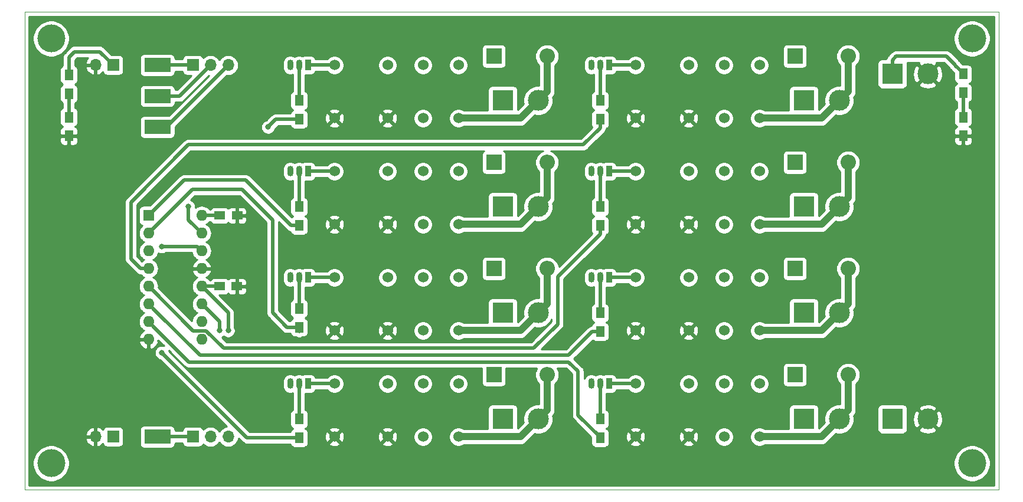
<source format=gbr>
G04 #@! TF.GenerationSoftware,KiCad,Pcbnew,(5.1.0-0)*
G04 #@! TF.CreationDate,2019-05-28T23:35:20+03:00*
G04 #@! TF.ProjectId,relelauta,72656c65-6c61-4757-9461-2e6b69636164,rev?*
G04 #@! TF.SameCoordinates,Original*
G04 #@! TF.FileFunction,Copper,L1,Top*
G04 #@! TF.FilePolarity,Positive*
%FSLAX46Y46*%
G04 Gerber Fmt 4.6, Leading zero omitted, Abs format (unit mm)*
G04 Created by KiCad (PCBNEW (5.1.0-0)) date 2019-05-28 23:35:20*
%MOMM*%
%LPD*%
G04 APERTURE LIST*
%ADD10C,0.050000*%
%ADD11C,4.000000*%
%ADD12R,1.600000X1.600000*%
%ADD13O,1.600000X1.600000*%
%ADD14R,2.200000X2.200000*%
%ADD15O,2.200000X2.200000*%
%ADD16R,3.800000X2.000000*%
%ADD17R,1.300000X1.500000*%
%ADD18O,0.900000X1.500000*%
%ADD19R,0.900000X1.500000*%
%ADD20R,3.000000X3.000000*%
%ADD21C,3.000000*%
%ADD22C,1.524000*%
%ADD23R,1.700000X1.700000*%
%ADD24O,1.700000X1.700000*%
%ADD25R,1.500000X1.250000*%
%ADD26C,0.800000*%
%ADD27C,0.500000*%
%ADD28C,1.000000*%
%ADD29C,0.254000*%
G04 APERTURE END LIST*
D10*
X43180000Y-106680000D02*
X43180000Y-38100000D01*
X182880000Y-106680000D02*
X43180000Y-106680000D01*
X182880000Y-38100000D02*
X182880000Y-106680000D01*
X43180000Y-38100000D02*
X182880000Y-38100000D01*
D11*
X46990000Y-41910000D03*
X46990000Y-102870000D03*
X179070000Y-102870000D03*
X179070000Y-41910000D03*
D12*
X60960000Y-67310000D03*
D13*
X68580000Y-85090000D03*
X60960000Y-69850000D03*
X68580000Y-82550000D03*
X60960000Y-72390000D03*
X68580000Y-80010000D03*
X60960000Y-74930000D03*
X68580000Y-77470000D03*
X60960000Y-77470000D03*
X68580000Y-74930000D03*
X60960000Y-80010000D03*
X68580000Y-72390000D03*
X60960000Y-82550000D03*
X68580000Y-69850000D03*
X60960000Y-85090000D03*
X68580000Y-67310000D03*
D14*
X153670000Y-74930000D03*
D15*
X161290000Y-74930000D03*
D16*
X62230000Y-99060000D03*
X62230000Y-54610000D03*
X62230000Y-50165000D03*
X62230000Y-45720000D03*
D17*
X177800000Y-53180000D03*
X177800000Y-55880000D03*
X49530000Y-53180000D03*
X49530000Y-55880000D03*
X125730000Y-99220000D03*
X125730000Y-96520000D03*
X125730000Y-68740000D03*
X125730000Y-66040000D03*
X125730000Y-53500000D03*
X125730000Y-50800000D03*
X82550000Y-99220000D03*
X82550000Y-96520000D03*
X82550000Y-83345000D03*
X82550000Y-80645000D03*
X82550000Y-68740000D03*
X82550000Y-66040000D03*
X82550000Y-53500000D03*
X82550000Y-50800000D03*
X125730000Y-83980000D03*
X125730000Y-81280000D03*
D18*
X125730000Y-91440000D03*
X124460000Y-91440000D03*
D19*
X127000000Y-91440000D03*
D18*
X125730000Y-60960000D03*
X124460000Y-60960000D03*
D19*
X127000000Y-60960000D03*
D18*
X125730000Y-45720000D03*
X124460000Y-45720000D03*
D19*
X127000000Y-45720000D03*
D18*
X82550000Y-91440000D03*
X81280000Y-91440000D03*
D19*
X83820000Y-91440000D03*
D18*
X82550000Y-76200000D03*
X81280000Y-76200000D03*
D19*
X83820000Y-76200000D03*
D18*
X82550000Y-60960000D03*
X81280000Y-60960000D03*
D19*
X83820000Y-60960000D03*
D18*
X82550000Y-45720000D03*
X81280000Y-45720000D03*
D19*
X83820000Y-45720000D03*
D18*
X125730000Y-76200000D03*
X124460000Y-76200000D03*
D19*
X127000000Y-76200000D03*
D20*
X154940000Y-96520000D03*
D21*
X160020000Y-96520000D03*
D20*
X154940000Y-66040000D03*
D21*
X160020000Y-66040000D03*
D20*
X154940000Y-50800000D03*
D21*
X160020000Y-50800000D03*
D20*
X111760000Y-96520000D03*
D21*
X116840000Y-96520000D03*
D20*
X111760000Y-81280000D03*
D21*
X116840000Y-81280000D03*
D20*
X111760000Y-66040000D03*
D21*
X116840000Y-66040000D03*
D20*
X111760000Y-50800000D03*
D21*
X116840000Y-50800000D03*
D20*
X154940000Y-81280000D03*
D21*
X160020000Y-81280000D03*
D22*
X130810000Y-91440000D03*
X130810000Y-99060000D03*
X138430000Y-99060000D03*
X143510000Y-99060000D03*
X148590000Y-99060000D03*
X148590000Y-91440000D03*
X143510000Y-91440000D03*
X138430000Y-91440000D03*
X130810000Y-60960000D03*
X130810000Y-68580000D03*
X138430000Y-68580000D03*
X143510000Y-68580000D03*
X148590000Y-68580000D03*
X148590000Y-60960000D03*
X143510000Y-60960000D03*
X138430000Y-60960000D03*
X130810000Y-45720000D03*
X130810000Y-53340000D03*
X138430000Y-53340000D03*
X143510000Y-53340000D03*
X148590000Y-53340000D03*
X148590000Y-45720000D03*
X143510000Y-45720000D03*
X138430000Y-45720000D03*
X87630000Y-91440000D03*
X87630000Y-99060000D03*
X95250000Y-99060000D03*
X100330000Y-99060000D03*
X105410000Y-99060000D03*
X105410000Y-91440000D03*
X100330000Y-91440000D03*
X95250000Y-91440000D03*
X87630000Y-76200000D03*
X87630000Y-83820000D03*
X95250000Y-83820000D03*
X100330000Y-83820000D03*
X105410000Y-83820000D03*
X105410000Y-76200000D03*
X100330000Y-76200000D03*
X95250000Y-76200000D03*
X87630000Y-60960000D03*
X87630000Y-68580000D03*
X95250000Y-68580000D03*
X100330000Y-68580000D03*
X105410000Y-68580000D03*
X105410000Y-60960000D03*
X100330000Y-60960000D03*
X95250000Y-60960000D03*
X87630000Y-45720000D03*
X87630000Y-53340000D03*
X95250000Y-53340000D03*
X100330000Y-53340000D03*
X105410000Y-53340000D03*
X105410000Y-45720000D03*
X100330000Y-45720000D03*
X95250000Y-45720000D03*
X130810000Y-76200000D03*
X130810000Y-83820000D03*
X138430000Y-83820000D03*
X143510000Y-83820000D03*
X148590000Y-83820000D03*
X148590000Y-76200000D03*
X143510000Y-76200000D03*
X138430000Y-76200000D03*
D23*
X55880000Y-99060000D03*
D24*
X53340000Y-99060000D03*
D20*
X167640000Y-96520000D03*
D21*
X172720000Y-96520000D03*
D20*
X167640000Y-46990000D03*
D21*
X172720000Y-46990000D03*
D23*
X55880000Y-45720000D03*
D24*
X53340000Y-45720000D03*
D23*
X67310000Y-99060000D03*
D24*
X69850000Y-99060000D03*
X72390000Y-99060000D03*
D23*
X67310000Y-45720000D03*
D24*
X69850000Y-45720000D03*
X72390000Y-45720000D03*
D17*
X177800000Y-49690000D03*
X177800000Y-46990000D03*
X49530000Y-49825000D03*
X49530000Y-47125000D03*
D14*
X153670000Y-90170000D03*
D15*
X161290000Y-90170000D03*
D14*
X153670000Y-59690000D03*
D15*
X161290000Y-59690000D03*
D14*
X153670000Y-44450000D03*
D15*
X161290000Y-44450000D03*
D14*
X110490000Y-90170000D03*
D15*
X118110000Y-90170000D03*
D14*
X110490000Y-74930000D03*
D15*
X118110000Y-74930000D03*
D14*
X110490000Y-59690000D03*
D15*
X118110000Y-59690000D03*
D14*
X110490000Y-44450000D03*
D15*
X118110000Y-44450000D03*
D25*
X71160000Y-67310000D03*
X73660000Y-67310000D03*
X73640000Y-77470000D03*
X71140000Y-77470000D03*
D26*
X72390000Y-83820000D03*
X62865000Y-71755000D03*
X71120000Y-83819990D03*
X78105000Y-54610000D03*
X66675000Y-66040000D03*
X62865000Y-86995000D03*
D27*
X68580000Y-77470000D02*
X71140000Y-77470000D01*
X71540001Y-46569999D02*
X72390000Y-45720000D01*
X63500000Y-54610000D02*
X71540001Y-46569999D01*
X62230000Y-54610000D02*
X63500000Y-54610000D01*
X72390000Y-81280000D02*
X72390000Y-83820000D01*
X68580000Y-77470000D02*
X72390000Y-81280000D01*
X68580000Y-67310000D02*
X71160000Y-67310000D01*
X53938591Y-43778591D02*
X55880000Y-45720000D01*
X49530000Y-44605000D02*
X50356409Y-43778591D01*
X50356409Y-43778591D02*
X53938591Y-43778591D01*
X49530000Y-47125000D02*
X49530000Y-44605000D01*
X167640000Y-44990000D02*
X168180000Y-44450000D01*
X167640000Y-46990000D02*
X167640000Y-44990000D01*
X175380000Y-44450000D02*
X176650000Y-45720000D01*
X168180000Y-44450000D02*
X175380000Y-44450000D01*
X177800000Y-46890000D02*
X177800000Y-46990000D01*
X176650000Y-45740000D02*
X177800000Y-46890000D01*
X176650000Y-45720000D02*
X176650000Y-45740000D01*
D28*
X161290000Y-80010000D02*
X160020000Y-81280000D01*
X161290000Y-74930000D02*
X161290000Y-80010000D01*
X157480000Y-83820000D02*
X148590000Y-83820000D01*
X160020000Y-81280000D02*
X157480000Y-83820000D01*
X118110000Y-49530000D02*
X116840000Y-50800000D01*
X118110000Y-44450000D02*
X118110000Y-49530000D01*
X114300000Y-53340000D02*
X105410000Y-53340000D01*
X116840000Y-50800000D02*
X114300000Y-53340000D01*
X118110000Y-64770000D02*
X116840000Y-66040000D01*
X118110000Y-59690000D02*
X118110000Y-64770000D01*
X114300000Y-68580000D02*
X105410000Y-68580000D01*
X116840000Y-66040000D02*
X114300000Y-68580000D01*
X118110000Y-80010000D02*
X116840000Y-81280000D01*
X118110000Y-74930000D02*
X118110000Y-80010000D01*
X114300000Y-83820000D02*
X105410000Y-83820000D01*
X116840000Y-81280000D02*
X114300000Y-83820000D01*
X118110000Y-95250000D02*
X116840000Y-96520000D01*
X118110000Y-90170000D02*
X118110000Y-95250000D01*
X114300000Y-99060000D02*
X105410000Y-99060000D01*
X116840000Y-96520000D02*
X114300000Y-99060000D01*
X161290000Y-49530000D02*
X160020000Y-50800000D01*
X161290000Y-44450000D02*
X161290000Y-49530000D01*
X157480000Y-53340000D02*
X148590000Y-53340000D01*
X160020000Y-50800000D02*
X157480000Y-53340000D01*
X161290000Y-64770000D02*
X160020000Y-66040000D01*
X161290000Y-59690000D02*
X161290000Y-64770000D01*
X157480000Y-68580000D02*
X148590000Y-68580000D01*
X160020000Y-66040000D02*
X157480000Y-68580000D01*
X161290000Y-95250000D02*
X160020000Y-96520000D01*
X161290000Y-90170000D02*
X161290000Y-95250000D01*
X157480000Y-99060000D02*
X148590000Y-99060000D01*
X160020000Y-96520000D02*
X157480000Y-99060000D01*
D27*
X49530000Y-49825000D02*
X49530000Y-53180000D01*
X177800000Y-49690000D02*
X177800000Y-53180000D01*
X67945000Y-71755000D02*
X68580000Y-72390000D01*
X62865000Y-71755000D02*
X67945000Y-71755000D01*
X62230000Y-45720000D02*
X67310000Y-45720000D01*
X65405000Y-50165000D02*
X62230000Y-50165000D01*
X69850000Y-45720000D02*
X65405000Y-50165000D01*
X71120000Y-82550000D02*
X71120000Y-83254305D01*
X68580000Y-80010000D02*
X71120000Y-82550000D01*
X71120000Y-83254305D02*
X71120000Y-83819990D01*
X67310000Y-99060000D02*
X62230000Y-99060000D01*
X127000000Y-76200000D02*
X130810000Y-76200000D01*
X83820000Y-45720000D02*
X87630000Y-45720000D01*
X83820000Y-60960000D02*
X87630000Y-60960000D01*
X83820000Y-76200000D02*
X87630000Y-76200000D01*
X87630000Y-91440000D02*
X83820000Y-91440000D01*
X127000000Y-45720000D02*
X130810000Y-45720000D01*
X127000000Y-60960000D02*
X130810000Y-60960000D01*
X127000000Y-91440000D02*
X130810000Y-91440000D01*
X125730000Y-76200000D02*
X125730000Y-81280000D01*
X82550000Y-45720000D02*
X82550000Y-50800000D01*
X82550000Y-60960000D02*
X82550000Y-66040000D01*
X82550000Y-80645000D02*
X82550000Y-76200000D01*
X82550000Y-96520000D02*
X82550000Y-91440000D01*
X125730000Y-50800000D02*
X125730000Y-45720000D01*
X125730000Y-60960000D02*
X125730000Y-66040000D01*
X125730000Y-91440000D02*
X125730000Y-96520000D01*
X61759999Y-80809999D02*
X60960000Y-80010000D01*
X68326000Y-87376000D02*
X61759999Y-80809999D01*
X121184000Y-87376000D02*
X68326000Y-87376000D01*
X124580000Y-83980000D02*
X121184000Y-87376000D01*
X125730000Y-83980000D02*
X124580000Y-83980000D01*
X79215000Y-53500000D02*
X78105000Y-54610000D01*
X82550000Y-53500000D02*
X79215000Y-53500000D01*
X66675000Y-67945000D02*
X68580000Y-69850000D01*
X66675000Y-66040000D02*
X66675000Y-67945000D01*
X66040000Y-62230000D02*
X60960000Y-67310000D01*
X74890000Y-62230000D02*
X66040000Y-62230000D01*
X81400000Y-68740000D02*
X74890000Y-62230000D01*
X82550000Y-68740000D02*
X81400000Y-68740000D01*
X82550000Y-83980000D02*
X82550000Y-83880000D01*
X80805000Y-83345000D02*
X82550000Y-83345000D01*
X78740000Y-81280000D02*
X80805000Y-83345000D01*
X67244989Y-63565011D02*
X74360011Y-63565011D01*
X78740000Y-67945000D02*
X78740000Y-81280000D01*
X74360011Y-63565011D02*
X78740000Y-67945000D01*
X60960000Y-69850000D02*
X67244989Y-63565011D01*
X75090000Y-99220000D02*
X63264999Y-87394999D01*
X63264999Y-87394999D02*
X62865000Y-86995000D01*
X82550000Y-99220000D02*
X75090000Y-99220000D01*
X123330000Y-57150000D02*
X125730000Y-54750000D01*
X66675000Y-57150000D02*
X123330000Y-57150000D01*
X59828630Y-74930000D02*
X58420000Y-73521370D01*
X58420000Y-65405000D02*
X66675000Y-57150000D01*
X125730000Y-54750000D02*
X125730000Y-53500000D01*
X58420000Y-73521370D02*
X58420000Y-65405000D01*
X60960000Y-74930000D02*
X59828630Y-74930000D01*
X60960000Y-77470000D02*
X67329999Y-83839999D01*
X116205000Y-86360000D02*
X119660001Y-82904999D01*
X71766996Y-86360000D02*
X116205000Y-86360000D01*
X69246995Y-83839999D02*
X71766996Y-86360000D01*
X119660001Y-82904999D02*
X119660001Y-76059999D01*
X67329999Y-83839999D02*
X69246995Y-83839999D01*
X125730000Y-69990000D02*
X125730000Y-68740000D01*
X119660001Y-76059999D02*
X125730000Y-69990000D01*
X61759999Y-83349999D02*
X60960000Y-82550000D01*
X121219954Y-88330011D02*
X66740011Y-88330011D01*
X122555000Y-95945000D02*
X122555000Y-89665057D01*
X66740011Y-88330011D02*
X61759999Y-83349999D01*
X125730000Y-99120000D02*
X122555000Y-95945000D01*
X122555000Y-89665057D02*
X121219954Y-88330011D01*
X125730000Y-99220000D02*
X125730000Y-99120000D01*
D29*
G36*
X182220001Y-106020000D02*
G01*
X43840000Y-106020000D01*
X43840000Y-102610475D01*
X44355000Y-102610475D01*
X44355000Y-103129525D01*
X44456261Y-103638601D01*
X44654893Y-104118141D01*
X44943262Y-104549715D01*
X45310285Y-104916738D01*
X45741859Y-105205107D01*
X46221399Y-105403739D01*
X46730475Y-105505000D01*
X47249525Y-105505000D01*
X47758601Y-105403739D01*
X48238141Y-105205107D01*
X48669715Y-104916738D01*
X49036738Y-104549715D01*
X49325107Y-104118141D01*
X49523739Y-103638601D01*
X49625000Y-103129525D01*
X49625000Y-102610475D01*
X176435000Y-102610475D01*
X176435000Y-103129525D01*
X176536261Y-103638601D01*
X176734893Y-104118141D01*
X177023262Y-104549715D01*
X177390285Y-104916738D01*
X177821859Y-105205107D01*
X178301399Y-105403739D01*
X178810475Y-105505000D01*
X179329525Y-105505000D01*
X179838601Y-105403739D01*
X180318141Y-105205107D01*
X180749715Y-104916738D01*
X181116738Y-104549715D01*
X181405107Y-104118141D01*
X181603739Y-103638601D01*
X181705000Y-103129525D01*
X181705000Y-102610475D01*
X181603739Y-102101399D01*
X181405107Y-101621859D01*
X181116738Y-101190285D01*
X180749715Y-100823262D01*
X180318141Y-100534893D01*
X179838601Y-100336261D01*
X179329525Y-100235000D01*
X178810475Y-100235000D01*
X178301399Y-100336261D01*
X177821859Y-100534893D01*
X177390285Y-100823262D01*
X177023262Y-101190285D01*
X176734893Y-101621859D01*
X176536261Y-102101399D01*
X176435000Y-102610475D01*
X49625000Y-102610475D01*
X49523739Y-102101399D01*
X49325107Y-101621859D01*
X49036738Y-101190285D01*
X48669715Y-100823262D01*
X48238141Y-100534893D01*
X47758601Y-100336261D01*
X47249525Y-100235000D01*
X46730475Y-100235000D01*
X46221399Y-100336261D01*
X45741859Y-100534893D01*
X45310285Y-100823262D01*
X44943262Y-101190285D01*
X44654893Y-101621859D01*
X44456261Y-102101399D01*
X44355000Y-102610475D01*
X43840000Y-102610475D01*
X43840000Y-99416891D01*
X51898519Y-99416891D01*
X51995843Y-99691252D01*
X52144822Y-99941355D01*
X52339731Y-100157588D01*
X52573080Y-100331641D01*
X52835901Y-100456825D01*
X52983110Y-100501476D01*
X53213000Y-100380155D01*
X53213000Y-99187000D01*
X52019186Y-99187000D01*
X51898519Y-99416891D01*
X43840000Y-99416891D01*
X43840000Y-98703109D01*
X51898519Y-98703109D01*
X52019186Y-98933000D01*
X53213000Y-98933000D01*
X53213000Y-97739845D01*
X53467000Y-97739845D01*
X53467000Y-98933000D01*
X53487000Y-98933000D01*
X53487000Y-99187000D01*
X53467000Y-99187000D01*
X53467000Y-100380155D01*
X53696890Y-100501476D01*
X53844099Y-100456825D01*
X54106920Y-100331641D01*
X54340269Y-100157588D01*
X54416034Y-100073534D01*
X54440498Y-100154180D01*
X54499463Y-100264494D01*
X54578815Y-100361185D01*
X54675506Y-100440537D01*
X54785820Y-100499502D01*
X54905518Y-100535812D01*
X55030000Y-100548072D01*
X56730000Y-100548072D01*
X56854482Y-100535812D01*
X56974180Y-100499502D01*
X57084494Y-100440537D01*
X57181185Y-100361185D01*
X57260537Y-100264494D01*
X57319502Y-100154180D01*
X57355812Y-100034482D01*
X57368072Y-99910000D01*
X57368072Y-98210000D01*
X57355812Y-98085518D01*
X57319502Y-97965820D01*
X57260537Y-97855506D01*
X57181185Y-97758815D01*
X57084494Y-97679463D01*
X56974180Y-97620498D01*
X56854482Y-97584188D01*
X56730000Y-97571928D01*
X55030000Y-97571928D01*
X54905518Y-97584188D01*
X54785820Y-97620498D01*
X54675506Y-97679463D01*
X54578815Y-97758815D01*
X54499463Y-97855506D01*
X54440498Y-97965820D01*
X54416034Y-98046466D01*
X54340269Y-97962412D01*
X54106920Y-97788359D01*
X53844099Y-97663175D01*
X53696890Y-97618524D01*
X53467000Y-97739845D01*
X53213000Y-97739845D01*
X52983110Y-97618524D01*
X52835901Y-97663175D01*
X52573080Y-97788359D01*
X52339731Y-97962412D01*
X52144822Y-98178645D01*
X51995843Y-98428748D01*
X51898519Y-98703109D01*
X43840000Y-98703109D01*
X43840000Y-85439039D01*
X59568096Y-85439039D01*
X59608754Y-85573087D01*
X59728963Y-85827420D01*
X59896481Y-86053414D01*
X60104869Y-86242385D01*
X60346119Y-86387070D01*
X60610960Y-86481909D01*
X60833000Y-86360624D01*
X60833000Y-85217000D01*
X59690085Y-85217000D01*
X59568096Y-85439039D01*
X43840000Y-85439039D01*
X43840000Y-65405000D01*
X57530719Y-65405000D01*
X57535001Y-65448479D01*
X57535000Y-73477901D01*
X57530719Y-73521370D01*
X57535000Y-73564839D01*
X57535000Y-73564846D01*
X57547805Y-73694859D01*
X57598411Y-73861682D01*
X57680589Y-74015428D01*
X57791183Y-74150187D01*
X57824956Y-74177904D01*
X59172100Y-75525049D01*
X59199813Y-75558817D01*
X59233581Y-75586530D01*
X59233583Y-75586532D01*
X59334571Y-75669411D01*
X59488316Y-75751589D01*
X59623213Y-75792510D01*
X59655140Y-75802195D01*
X59785153Y-75815000D01*
X59785161Y-75815000D01*
X59828630Y-75819281D01*
X59833076Y-75818843D01*
X59940392Y-75949608D01*
X60158899Y-76128932D01*
X60291858Y-76200000D01*
X60158899Y-76271068D01*
X59940392Y-76450392D01*
X59761068Y-76668899D01*
X59627818Y-76918192D01*
X59545764Y-77188691D01*
X59518057Y-77470000D01*
X59545764Y-77751309D01*
X59627818Y-78021808D01*
X59761068Y-78271101D01*
X59940392Y-78489608D01*
X60158899Y-78668932D01*
X60291858Y-78740000D01*
X60158899Y-78811068D01*
X59940392Y-78990392D01*
X59761068Y-79208899D01*
X59627818Y-79458192D01*
X59545764Y-79728691D01*
X59518057Y-80010000D01*
X59545764Y-80291309D01*
X59627818Y-80561808D01*
X59761068Y-80811101D01*
X59940392Y-81029608D01*
X60158899Y-81208932D01*
X60291858Y-81280000D01*
X60158899Y-81351068D01*
X59940392Y-81530392D01*
X59761068Y-81748899D01*
X59627818Y-81998192D01*
X59545764Y-82268691D01*
X59518057Y-82550000D01*
X59545764Y-82831309D01*
X59627818Y-83101808D01*
X59761068Y-83351101D01*
X59940392Y-83569608D01*
X60158899Y-83748932D01*
X60296682Y-83822579D01*
X60104869Y-83937615D01*
X59896481Y-84126586D01*
X59728963Y-84352580D01*
X59608754Y-84606913D01*
X59568096Y-84740961D01*
X59690085Y-84963000D01*
X60833000Y-84963000D01*
X60833000Y-84943000D01*
X61087000Y-84943000D01*
X61087000Y-84963000D01*
X61107000Y-84963000D01*
X61107000Y-85217000D01*
X61087000Y-85217000D01*
X61087000Y-86360624D01*
X61309040Y-86481909D01*
X61573881Y-86387070D01*
X61815131Y-86242385D01*
X62023519Y-86053414D01*
X62191037Y-85827420D01*
X62311246Y-85573087D01*
X62351904Y-85439039D01*
X62229916Y-85217002D01*
X62375424Y-85217002D01*
X63156035Y-85997613D01*
X62966939Y-85960000D01*
X62763061Y-85960000D01*
X62563102Y-85999774D01*
X62374744Y-86077795D01*
X62205226Y-86191063D01*
X62061063Y-86335226D01*
X61947795Y-86504744D01*
X61869774Y-86693102D01*
X61830000Y-86893061D01*
X61830000Y-87096939D01*
X61869774Y-87296898D01*
X61947795Y-87485256D01*
X62061063Y-87654774D01*
X62205226Y-87798937D01*
X62374744Y-87912205D01*
X62563102Y-87990226D01*
X62619957Y-88001535D01*
X72204506Y-97586085D01*
X72098889Y-97596487D01*
X71818966Y-97681401D01*
X71560986Y-97819294D01*
X71334866Y-98004866D01*
X71149294Y-98230986D01*
X71120000Y-98285791D01*
X71090706Y-98230986D01*
X70905134Y-98004866D01*
X70679014Y-97819294D01*
X70421034Y-97681401D01*
X70141111Y-97596487D01*
X69922950Y-97575000D01*
X69777050Y-97575000D01*
X69558889Y-97596487D01*
X69278966Y-97681401D01*
X69020986Y-97819294D01*
X68794866Y-98004866D01*
X68770393Y-98034687D01*
X68749502Y-97965820D01*
X68690537Y-97855506D01*
X68611185Y-97758815D01*
X68514494Y-97679463D01*
X68404180Y-97620498D01*
X68284482Y-97584188D01*
X68160000Y-97571928D01*
X66460000Y-97571928D01*
X66335518Y-97584188D01*
X66215820Y-97620498D01*
X66105506Y-97679463D01*
X66008815Y-97758815D01*
X65929463Y-97855506D01*
X65870498Y-97965820D01*
X65834188Y-98085518D01*
X65825375Y-98175000D01*
X64768072Y-98175000D01*
X64768072Y-98060000D01*
X64755812Y-97935518D01*
X64719502Y-97815820D01*
X64660537Y-97705506D01*
X64581185Y-97608815D01*
X64484494Y-97529463D01*
X64374180Y-97470498D01*
X64254482Y-97434188D01*
X64130000Y-97421928D01*
X60330000Y-97421928D01*
X60205518Y-97434188D01*
X60085820Y-97470498D01*
X59975506Y-97529463D01*
X59878815Y-97608815D01*
X59799463Y-97705506D01*
X59740498Y-97815820D01*
X59704188Y-97935518D01*
X59691928Y-98060000D01*
X59691928Y-100060000D01*
X59704188Y-100184482D01*
X59740498Y-100304180D01*
X59799463Y-100414494D01*
X59878815Y-100511185D01*
X59975506Y-100590537D01*
X60085820Y-100649502D01*
X60205518Y-100685812D01*
X60330000Y-100698072D01*
X64130000Y-100698072D01*
X64254482Y-100685812D01*
X64374180Y-100649502D01*
X64484494Y-100590537D01*
X64581185Y-100511185D01*
X64660537Y-100414494D01*
X64719502Y-100304180D01*
X64755812Y-100184482D01*
X64768072Y-100060000D01*
X64768072Y-99945000D01*
X65825375Y-99945000D01*
X65834188Y-100034482D01*
X65870498Y-100154180D01*
X65929463Y-100264494D01*
X66008815Y-100361185D01*
X66105506Y-100440537D01*
X66215820Y-100499502D01*
X66335518Y-100535812D01*
X66460000Y-100548072D01*
X68160000Y-100548072D01*
X68284482Y-100535812D01*
X68404180Y-100499502D01*
X68514494Y-100440537D01*
X68611185Y-100361185D01*
X68690537Y-100264494D01*
X68749502Y-100154180D01*
X68770393Y-100085313D01*
X68794866Y-100115134D01*
X69020986Y-100300706D01*
X69278966Y-100438599D01*
X69558889Y-100523513D01*
X69777050Y-100545000D01*
X69922950Y-100545000D01*
X70141111Y-100523513D01*
X70421034Y-100438599D01*
X70679014Y-100300706D01*
X70905134Y-100115134D01*
X71090706Y-99889014D01*
X71120000Y-99834209D01*
X71149294Y-99889014D01*
X71334866Y-100115134D01*
X71560986Y-100300706D01*
X71818966Y-100438599D01*
X72098889Y-100523513D01*
X72317050Y-100545000D01*
X72462950Y-100545000D01*
X72681111Y-100523513D01*
X72961034Y-100438599D01*
X73219014Y-100300706D01*
X73445134Y-100115134D01*
X73630706Y-99889014D01*
X73768599Y-99631034D01*
X73853513Y-99351111D01*
X73863915Y-99245494D01*
X74433470Y-99815049D01*
X74461183Y-99848817D01*
X74494951Y-99876530D01*
X74494953Y-99876532D01*
X74525971Y-99901988D01*
X74595941Y-99959411D01*
X74749687Y-100041589D01*
X74916510Y-100092195D01*
X75046523Y-100105000D01*
X75046531Y-100105000D01*
X75090000Y-100109281D01*
X75133469Y-100105000D01*
X81277379Y-100105000D01*
X81310498Y-100214180D01*
X81369463Y-100324494D01*
X81448815Y-100421185D01*
X81545506Y-100500537D01*
X81655820Y-100559502D01*
X81775518Y-100595812D01*
X81900000Y-100608072D01*
X83200000Y-100608072D01*
X83324482Y-100595812D01*
X83444180Y-100559502D01*
X83554494Y-100500537D01*
X83651185Y-100421185D01*
X83730537Y-100324494D01*
X83789502Y-100214180D01*
X83825812Y-100094482D01*
X83832599Y-100025565D01*
X86844040Y-100025565D01*
X86911020Y-100265656D01*
X87160048Y-100382756D01*
X87427135Y-100449023D01*
X87702017Y-100461910D01*
X87974133Y-100420922D01*
X88233023Y-100327636D01*
X88348980Y-100265656D01*
X88415960Y-100025565D01*
X94464040Y-100025565D01*
X94531020Y-100265656D01*
X94780048Y-100382756D01*
X95047135Y-100449023D01*
X95322017Y-100461910D01*
X95594133Y-100420922D01*
X95853023Y-100327636D01*
X95968980Y-100265656D01*
X96035960Y-100025565D01*
X95250000Y-99239605D01*
X94464040Y-100025565D01*
X88415960Y-100025565D01*
X87630000Y-99239605D01*
X86844040Y-100025565D01*
X83832599Y-100025565D01*
X83838072Y-99970000D01*
X83838072Y-99132017D01*
X86228090Y-99132017D01*
X86269078Y-99404133D01*
X86362364Y-99663023D01*
X86424344Y-99778980D01*
X86664435Y-99845960D01*
X87450395Y-99060000D01*
X87809605Y-99060000D01*
X88595565Y-99845960D01*
X88835656Y-99778980D01*
X88952756Y-99529952D01*
X89019023Y-99262865D01*
X89025157Y-99132017D01*
X93848090Y-99132017D01*
X93889078Y-99404133D01*
X93982364Y-99663023D01*
X94044344Y-99778980D01*
X94284435Y-99845960D01*
X95070395Y-99060000D01*
X95429605Y-99060000D01*
X96215565Y-99845960D01*
X96455656Y-99778980D01*
X96572756Y-99529952D01*
X96639023Y-99262865D01*
X96651910Y-98987983D01*
X96642033Y-98922408D01*
X98933000Y-98922408D01*
X98933000Y-99197592D01*
X98986686Y-99467490D01*
X99091995Y-99721727D01*
X99244880Y-99950535D01*
X99439465Y-100145120D01*
X99668273Y-100298005D01*
X99922510Y-100403314D01*
X100192408Y-100457000D01*
X100467592Y-100457000D01*
X100737490Y-100403314D01*
X100991727Y-100298005D01*
X101220535Y-100145120D01*
X101415120Y-99950535D01*
X101568005Y-99721727D01*
X101673314Y-99467490D01*
X101727000Y-99197592D01*
X101727000Y-98922408D01*
X101673314Y-98652510D01*
X101568005Y-98398273D01*
X101415120Y-98169465D01*
X101220535Y-97974880D01*
X100991727Y-97821995D01*
X100737490Y-97716686D01*
X100467592Y-97663000D01*
X100192408Y-97663000D01*
X99922510Y-97716686D01*
X99668273Y-97821995D01*
X99439465Y-97974880D01*
X99244880Y-98169465D01*
X99091995Y-98398273D01*
X98986686Y-98652510D01*
X98933000Y-98922408D01*
X96642033Y-98922408D01*
X96610922Y-98715867D01*
X96517636Y-98456977D01*
X96455656Y-98341020D01*
X96215565Y-98274040D01*
X95429605Y-99060000D01*
X95070395Y-99060000D01*
X94284435Y-98274040D01*
X94044344Y-98341020D01*
X93927244Y-98590048D01*
X93860977Y-98857135D01*
X93848090Y-99132017D01*
X89025157Y-99132017D01*
X89031910Y-98987983D01*
X88990922Y-98715867D01*
X88897636Y-98456977D01*
X88835656Y-98341020D01*
X88595565Y-98274040D01*
X87809605Y-99060000D01*
X87450395Y-99060000D01*
X86664435Y-98274040D01*
X86424344Y-98341020D01*
X86307244Y-98590048D01*
X86240977Y-98857135D01*
X86228090Y-99132017D01*
X83838072Y-99132017D01*
X83838072Y-98470000D01*
X83825812Y-98345518D01*
X83789502Y-98225820D01*
X83730537Y-98115506D01*
X83713245Y-98094435D01*
X86844040Y-98094435D01*
X87630000Y-98880395D01*
X88415960Y-98094435D01*
X94464040Y-98094435D01*
X95250000Y-98880395D01*
X96035960Y-98094435D01*
X95968980Y-97854344D01*
X95719952Y-97737244D01*
X95452865Y-97670977D01*
X95177983Y-97658090D01*
X94905867Y-97699078D01*
X94646977Y-97792364D01*
X94531020Y-97854344D01*
X94464040Y-98094435D01*
X88415960Y-98094435D01*
X88348980Y-97854344D01*
X88099952Y-97737244D01*
X87832865Y-97670977D01*
X87557983Y-97658090D01*
X87285867Y-97699078D01*
X87026977Y-97792364D01*
X86911020Y-97854344D01*
X86844040Y-98094435D01*
X83713245Y-98094435D01*
X83651185Y-98018815D01*
X83554494Y-97939463D01*
X83444180Y-97880498D01*
X83409573Y-97870000D01*
X83444180Y-97859502D01*
X83554494Y-97800537D01*
X83651185Y-97721185D01*
X83730537Y-97624494D01*
X83789502Y-97514180D01*
X83825812Y-97394482D01*
X83838072Y-97270000D01*
X83838072Y-95770000D01*
X83825812Y-95645518D01*
X83789502Y-95525820D01*
X83730537Y-95415506D01*
X83651185Y-95318815D01*
X83554494Y-95239463D01*
X83444180Y-95180498D01*
X83435000Y-95177713D01*
X83435000Y-92828072D01*
X84270000Y-92828072D01*
X84394482Y-92815812D01*
X84514180Y-92779502D01*
X84624494Y-92720537D01*
X84721185Y-92641185D01*
X84800537Y-92544494D01*
X84859502Y-92434180D01*
X84892621Y-92325000D01*
X86541182Y-92325000D01*
X86544880Y-92330535D01*
X86739465Y-92525120D01*
X86968273Y-92678005D01*
X87222510Y-92783314D01*
X87492408Y-92837000D01*
X87767592Y-92837000D01*
X88037490Y-92783314D01*
X88291727Y-92678005D01*
X88520535Y-92525120D01*
X88715120Y-92330535D01*
X88868005Y-92101727D01*
X88973314Y-91847490D01*
X89027000Y-91577592D01*
X89027000Y-91302408D01*
X93853000Y-91302408D01*
X93853000Y-91577592D01*
X93906686Y-91847490D01*
X94011995Y-92101727D01*
X94164880Y-92330535D01*
X94359465Y-92525120D01*
X94588273Y-92678005D01*
X94842510Y-92783314D01*
X95112408Y-92837000D01*
X95387592Y-92837000D01*
X95657490Y-92783314D01*
X95911727Y-92678005D01*
X96140535Y-92525120D01*
X96335120Y-92330535D01*
X96488005Y-92101727D01*
X96593314Y-91847490D01*
X96647000Y-91577592D01*
X96647000Y-91302408D01*
X98933000Y-91302408D01*
X98933000Y-91577592D01*
X98986686Y-91847490D01*
X99091995Y-92101727D01*
X99244880Y-92330535D01*
X99439465Y-92525120D01*
X99668273Y-92678005D01*
X99922510Y-92783314D01*
X100192408Y-92837000D01*
X100467592Y-92837000D01*
X100737490Y-92783314D01*
X100991727Y-92678005D01*
X101220535Y-92525120D01*
X101415120Y-92330535D01*
X101568005Y-92101727D01*
X101673314Y-91847490D01*
X101727000Y-91577592D01*
X101727000Y-91302408D01*
X104013000Y-91302408D01*
X104013000Y-91577592D01*
X104066686Y-91847490D01*
X104171995Y-92101727D01*
X104324880Y-92330535D01*
X104519465Y-92525120D01*
X104748273Y-92678005D01*
X105002510Y-92783314D01*
X105272408Y-92837000D01*
X105547592Y-92837000D01*
X105817490Y-92783314D01*
X106071727Y-92678005D01*
X106300535Y-92525120D01*
X106495120Y-92330535D01*
X106648005Y-92101727D01*
X106753314Y-91847490D01*
X106807000Y-91577592D01*
X106807000Y-91302408D01*
X106753314Y-91032510D01*
X106648005Y-90778273D01*
X106495120Y-90549465D01*
X106300535Y-90354880D01*
X106071727Y-90201995D01*
X105817490Y-90096686D01*
X105547592Y-90043000D01*
X105272408Y-90043000D01*
X105002510Y-90096686D01*
X104748273Y-90201995D01*
X104519465Y-90354880D01*
X104324880Y-90549465D01*
X104171995Y-90778273D01*
X104066686Y-91032510D01*
X104013000Y-91302408D01*
X101727000Y-91302408D01*
X101673314Y-91032510D01*
X101568005Y-90778273D01*
X101415120Y-90549465D01*
X101220535Y-90354880D01*
X100991727Y-90201995D01*
X100737490Y-90096686D01*
X100467592Y-90043000D01*
X100192408Y-90043000D01*
X99922510Y-90096686D01*
X99668273Y-90201995D01*
X99439465Y-90354880D01*
X99244880Y-90549465D01*
X99091995Y-90778273D01*
X98986686Y-91032510D01*
X98933000Y-91302408D01*
X96647000Y-91302408D01*
X96593314Y-91032510D01*
X96488005Y-90778273D01*
X96335120Y-90549465D01*
X96140535Y-90354880D01*
X95911727Y-90201995D01*
X95657490Y-90096686D01*
X95387592Y-90043000D01*
X95112408Y-90043000D01*
X94842510Y-90096686D01*
X94588273Y-90201995D01*
X94359465Y-90354880D01*
X94164880Y-90549465D01*
X94011995Y-90778273D01*
X93906686Y-91032510D01*
X93853000Y-91302408D01*
X89027000Y-91302408D01*
X88973314Y-91032510D01*
X88868005Y-90778273D01*
X88715120Y-90549465D01*
X88520535Y-90354880D01*
X88291727Y-90201995D01*
X88037490Y-90096686D01*
X87767592Y-90043000D01*
X87492408Y-90043000D01*
X87222510Y-90096686D01*
X86968273Y-90201995D01*
X86739465Y-90354880D01*
X86544880Y-90549465D01*
X86541182Y-90555000D01*
X84892621Y-90555000D01*
X84859502Y-90445820D01*
X84800537Y-90335506D01*
X84721185Y-90238815D01*
X84624494Y-90159463D01*
X84514180Y-90100498D01*
X84394482Y-90064188D01*
X84270000Y-90051928D01*
X83370000Y-90051928D01*
X83245518Y-90064188D01*
X83125820Y-90100498D01*
X83016359Y-90159007D01*
X82967219Y-90132741D01*
X82762696Y-90070700D01*
X82550000Y-90049751D01*
X82337303Y-90070700D01*
X82132780Y-90132741D01*
X81944290Y-90233491D01*
X81915000Y-90257529D01*
X81885710Y-90233491D01*
X81697219Y-90132741D01*
X81492696Y-90070700D01*
X81280000Y-90049751D01*
X81067303Y-90070700D01*
X80862780Y-90132741D01*
X80674290Y-90233491D01*
X80509078Y-90369078D01*
X80373491Y-90534290D01*
X80272741Y-90722781D01*
X80210700Y-90927304D01*
X80195000Y-91086707D01*
X80195000Y-91793294D01*
X80210700Y-91952697D01*
X80272742Y-92157220D01*
X80373492Y-92345710D01*
X80509079Y-92510922D01*
X80674291Y-92646509D01*
X80862781Y-92747259D01*
X81067304Y-92809300D01*
X81280000Y-92830249D01*
X81492697Y-92809300D01*
X81665001Y-92757033D01*
X81665000Y-95177713D01*
X81655820Y-95180498D01*
X81545506Y-95239463D01*
X81448815Y-95318815D01*
X81369463Y-95415506D01*
X81310498Y-95525820D01*
X81274188Y-95645518D01*
X81261928Y-95770000D01*
X81261928Y-97270000D01*
X81274188Y-97394482D01*
X81310498Y-97514180D01*
X81369463Y-97624494D01*
X81448815Y-97721185D01*
X81545506Y-97800537D01*
X81655820Y-97859502D01*
X81690427Y-97870000D01*
X81655820Y-97880498D01*
X81545506Y-97939463D01*
X81448815Y-98018815D01*
X81369463Y-98115506D01*
X81310498Y-98225820D01*
X81277379Y-98335000D01*
X75456579Y-98335000D01*
X63871535Y-86749957D01*
X63862387Y-86703965D01*
X66083481Y-88925060D01*
X66111194Y-88958828D01*
X66144962Y-88986541D01*
X66144964Y-88986543D01*
X66245952Y-89069422D01*
X66399697Y-89151600D01*
X66563937Y-89201422D01*
X66566521Y-89202206D01*
X66696534Y-89215011D01*
X66696542Y-89215011D01*
X66740011Y-89219292D01*
X66783480Y-89215011D01*
X108751928Y-89215011D01*
X108751928Y-91270000D01*
X108764188Y-91394482D01*
X108800498Y-91514180D01*
X108859463Y-91624494D01*
X108938815Y-91721185D01*
X109035506Y-91800537D01*
X109145820Y-91859502D01*
X109265518Y-91895812D01*
X109390000Y-91908072D01*
X111590000Y-91908072D01*
X111714482Y-91895812D01*
X111834180Y-91859502D01*
X111944494Y-91800537D01*
X112041185Y-91721185D01*
X112120537Y-91624494D01*
X112179502Y-91514180D01*
X112215812Y-91394482D01*
X112228072Y-91270000D01*
X112228072Y-89215011D01*
X116653158Y-89215011D01*
X116499314Y-89502832D01*
X116400105Y-89829881D01*
X116366606Y-90170000D01*
X116400105Y-90510119D01*
X116499314Y-90837168D01*
X116660421Y-91138578D01*
X116877234Y-91402766D01*
X116975000Y-91483001D01*
X116975001Y-94385000D01*
X116629721Y-94385000D01*
X116217244Y-94467047D01*
X115828698Y-94627988D01*
X115479017Y-94861637D01*
X115181637Y-95159017D01*
X114947988Y-95508698D01*
X114787047Y-95897244D01*
X114705000Y-96309721D01*
X114705000Y-96730279D01*
X114758023Y-96996845D01*
X113898072Y-97856797D01*
X113898072Y-95020000D01*
X113885812Y-94895518D01*
X113849502Y-94775820D01*
X113790537Y-94665506D01*
X113711185Y-94568815D01*
X113614494Y-94489463D01*
X113504180Y-94430498D01*
X113384482Y-94394188D01*
X113260000Y-94381928D01*
X110260000Y-94381928D01*
X110135518Y-94394188D01*
X110015820Y-94430498D01*
X109905506Y-94489463D01*
X109808815Y-94568815D01*
X109729463Y-94665506D01*
X109670498Y-94775820D01*
X109634188Y-94895518D01*
X109621928Y-95020000D01*
X109621928Y-97925000D01*
X106225884Y-97925000D01*
X106071727Y-97821995D01*
X105817490Y-97716686D01*
X105547592Y-97663000D01*
X105272408Y-97663000D01*
X105002510Y-97716686D01*
X104748273Y-97821995D01*
X104519465Y-97974880D01*
X104324880Y-98169465D01*
X104171995Y-98398273D01*
X104066686Y-98652510D01*
X104013000Y-98922408D01*
X104013000Y-99197592D01*
X104066686Y-99467490D01*
X104171995Y-99721727D01*
X104324880Y-99950535D01*
X104519465Y-100145120D01*
X104748273Y-100298005D01*
X105002510Y-100403314D01*
X105272408Y-100457000D01*
X105547592Y-100457000D01*
X105817490Y-100403314D01*
X106071727Y-100298005D01*
X106225884Y-100195000D01*
X114244249Y-100195000D01*
X114300000Y-100200491D01*
X114355751Y-100195000D01*
X114355752Y-100195000D01*
X114522499Y-100178577D01*
X114736447Y-100113676D01*
X114933623Y-100008284D01*
X115106449Y-99866449D01*
X115141996Y-99823135D01*
X116363155Y-98601977D01*
X116629721Y-98655000D01*
X117050279Y-98655000D01*
X117462756Y-98572953D01*
X117851302Y-98412012D01*
X118200983Y-98178363D01*
X118498363Y-97880983D01*
X118732012Y-97531302D01*
X118892953Y-97142756D01*
X118975000Y-96730279D01*
X118975000Y-96309721D01*
X118923027Y-96048434D01*
X119058284Y-95883623D01*
X119163676Y-95686447D01*
X119228577Y-95472499D01*
X119245000Y-95305752D01*
X119245000Y-95305745D01*
X119250490Y-95250001D01*
X119245000Y-95194257D01*
X119245000Y-91483000D01*
X119342766Y-91402766D01*
X119559579Y-91138578D01*
X119720686Y-90837168D01*
X119819895Y-90510119D01*
X119853394Y-90170000D01*
X119819895Y-89829881D01*
X119720686Y-89502832D01*
X119566842Y-89215011D01*
X120853376Y-89215011D01*
X121670001Y-90031637D01*
X121670000Y-95901531D01*
X121665719Y-95945000D01*
X121670000Y-95988469D01*
X121670000Y-95988476D01*
X121672430Y-96013144D01*
X121682805Y-96118490D01*
X121698157Y-96169096D01*
X121733411Y-96285312D01*
X121815589Y-96439058D01*
X121926183Y-96573817D01*
X121959956Y-96601534D01*
X124441928Y-99083507D01*
X124441928Y-99970000D01*
X124454188Y-100094482D01*
X124490498Y-100214180D01*
X124549463Y-100324494D01*
X124628815Y-100421185D01*
X124725506Y-100500537D01*
X124835820Y-100559502D01*
X124955518Y-100595812D01*
X125080000Y-100608072D01*
X126380000Y-100608072D01*
X126504482Y-100595812D01*
X126624180Y-100559502D01*
X126734494Y-100500537D01*
X126831185Y-100421185D01*
X126910537Y-100324494D01*
X126969502Y-100214180D01*
X127005812Y-100094482D01*
X127012599Y-100025565D01*
X130024040Y-100025565D01*
X130091020Y-100265656D01*
X130340048Y-100382756D01*
X130607135Y-100449023D01*
X130882017Y-100461910D01*
X131154133Y-100420922D01*
X131413023Y-100327636D01*
X131528980Y-100265656D01*
X131595960Y-100025565D01*
X137644040Y-100025565D01*
X137711020Y-100265656D01*
X137960048Y-100382756D01*
X138227135Y-100449023D01*
X138502017Y-100461910D01*
X138774133Y-100420922D01*
X139033023Y-100327636D01*
X139148980Y-100265656D01*
X139215960Y-100025565D01*
X138430000Y-99239605D01*
X137644040Y-100025565D01*
X131595960Y-100025565D01*
X130810000Y-99239605D01*
X130024040Y-100025565D01*
X127012599Y-100025565D01*
X127018072Y-99970000D01*
X127018072Y-99132017D01*
X129408090Y-99132017D01*
X129449078Y-99404133D01*
X129542364Y-99663023D01*
X129604344Y-99778980D01*
X129844435Y-99845960D01*
X130630395Y-99060000D01*
X130989605Y-99060000D01*
X131775565Y-99845960D01*
X132015656Y-99778980D01*
X132132756Y-99529952D01*
X132199023Y-99262865D01*
X132205157Y-99132017D01*
X137028090Y-99132017D01*
X137069078Y-99404133D01*
X137162364Y-99663023D01*
X137224344Y-99778980D01*
X137464435Y-99845960D01*
X138250395Y-99060000D01*
X138609605Y-99060000D01*
X139395565Y-99845960D01*
X139635656Y-99778980D01*
X139752756Y-99529952D01*
X139819023Y-99262865D01*
X139831910Y-98987983D01*
X139822033Y-98922408D01*
X142113000Y-98922408D01*
X142113000Y-99197592D01*
X142166686Y-99467490D01*
X142271995Y-99721727D01*
X142424880Y-99950535D01*
X142619465Y-100145120D01*
X142848273Y-100298005D01*
X143102510Y-100403314D01*
X143372408Y-100457000D01*
X143647592Y-100457000D01*
X143917490Y-100403314D01*
X144171727Y-100298005D01*
X144400535Y-100145120D01*
X144595120Y-99950535D01*
X144748005Y-99721727D01*
X144853314Y-99467490D01*
X144907000Y-99197592D01*
X144907000Y-98922408D01*
X147193000Y-98922408D01*
X147193000Y-99197592D01*
X147246686Y-99467490D01*
X147351995Y-99721727D01*
X147504880Y-99950535D01*
X147699465Y-100145120D01*
X147928273Y-100298005D01*
X148182510Y-100403314D01*
X148452408Y-100457000D01*
X148727592Y-100457000D01*
X148997490Y-100403314D01*
X149251727Y-100298005D01*
X149405884Y-100195000D01*
X157424249Y-100195000D01*
X157480000Y-100200491D01*
X157535751Y-100195000D01*
X157535752Y-100195000D01*
X157702499Y-100178577D01*
X157916447Y-100113676D01*
X158113623Y-100008284D01*
X158286449Y-99866449D01*
X158321996Y-99823135D01*
X159543155Y-98601977D01*
X159809721Y-98655000D01*
X160230279Y-98655000D01*
X160642756Y-98572953D01*
X161031302Y-98412012D01*
X161380983Y-98178363D01*
X161678363Y-97880983D01*
X161912012Y-97531302D01*
X162072953Y-97142756D01*
X162155000Y-96730279D01*
X162155000Y-96309721D01*
X162103027Y-96048434D01*
X162238284Y-95883623D01*
X162343676Y-95686447D01*
X162408577Y-95472499D01*
X162425000Y-95305752D01*
X162425000Y-95305745D01*
X162430490Y-95250001D01*
X162425000Y-95194257D01*
X162425000Y-95020000D01*
X165501928Y-95020000D01*
X165501928Y-98020000D01*
X165514188Y-98144482D01*
X165550498Y-98264180D01*
X165609463Y-98374494D01*
X165688815Y-98471185D01*
X165785506Y-98550537D01*
X165895820Y-98609502D01*
X166015518Y-98645812D01*
X166140000Y-98658072D01*
X169140000Y-98658072D01*
X169264482Y-98645812D01*
X169384180Y-98609502D01*
X169494494Y-98550537D01*
X169591185Y-98471185D01*
X169670537Y-98374494D01*
X169729502Y-98264180D01*
X169765812Y-98144482D01*
X169778072Y-98020000D01*
X169778072Y-98011653D01*
X171407952Y-98011653D01*
X171563962Y-98327214D01*
X171938745Y-98518020D01*
X172343551Y-98632044D01*
X172762824Y-98664902D01*
X173180451Y-98615334D01*
X173580383Y-98485243D01*
X173876038Y-98327214D01*
X174032048Y-98011653D01*
X172720000Y-96699605D01*
X171407952Y-98011653D01*
X169778072Y-98011653D01*
X169778072Y-96562824D01*
X170575098Y-96562824D01*
X170624666Y-96980451D01*
X170754757Y-97380383D01*
X170912786Y-97676038D01*
X171228347Y-97832048D01*
X172540395Y-96520000D01*
X172899605Y-96520000D01*
X174211653Y-97832048D01*
X174527214Y-97676038D01*
X174718020Y-97301255D01*
X174832044Y-96896449D01*
X174864902Y-96477176D01*
X174815334Y-96059549D01*
X174685243Y-95659617D01*
X174527214Y-95363962D01*
X174211653Y-95207952D01*
X172899605Y-96520000D01*
X172540395Y-96520000D01*
X171228347Y-95207952D01*
X170912786Y-95363962D01*
X170721980Y-95738745D01*
X170607956Y-96143551D01*
X170575098Y-96562824D01*
X169778072Y-96562824D01*
X169778072Y-95028347D01*
X171407952Y-95028347D01*
X172720000Y-96340395D01*
X174032048Y-95028347D01*
X173876038Y-94712786D01*
X173501255Y-94521980D01*
X173096449Y-94407956D01*
X172677176Y-94375098D01*
X172259549Y-94424666D01*
X171859617Y-94554757D01*
X171563962Y-94712786D01*
X171407952Y-95028347D01*
X169778072Y-95028347D01*
X169778072Y-95020000D01*
X169765812Y-94895518D01*
X169729502Y-94775820D01*
X169670537Y-94665506D01*
X169591185Y-94568815D01*
X169494494Y-94489463D01*
X169384180Y-94430498D01*
X169264482Y-94394188D01*
X169140000Y-94381928D01*
X166140000Y-94381928D01*
X166015518Y-94394188D01*
X165895820Y-94430498D01*
X165785506Y-94489463D01*
X165688815Y-94568815D01*
X165609463Y-94665506D01*
X165550498Y-94775820D01*
X165514188Y-94895518D01*
X165501928Y-95020000D01*
X162425000Y-95020000D01*
X162425000Y-91483000D01*
X162522766Y-91402766D01*
X162739579Y-91138578D01*
X162900686Y-90837168D01*
X162999895Y-90510119D01*
X163033394Y-90170000D01*
X162999895Y-89829881D01*
X162900686Y-89502832D01*
X162739579Y-89201422D01*
X162522766Y-88937234D01*
X162258578Y-88720421D01*
X161957168Y-88559314D01*
X161630119Y-88460105D01*
X161375225Y-88435000D01*
X161204775Y-88435000D01*
X160949881Y-88460105D01*
X160622832Y-88559314D01*
X160321422Y-88720421D01*
X160057234Y-88937234D01*
X159840421Y-89201422D01*
X159679314Y-89502832D01*
X159580105Y-89829881D01*
X159546606Y-90170000D01*
X159580105Y-90510119D01*
X159679314Y-90837168D01*
X159840421Y-91138578D01*
X160057234Y-91402766D01*
X160155000Y-91483001D01*
X160155001Y-94385000D01*
X159809721Y-94385000D01*
X159397244Y-94467047D01*
X159008698Y-94627988D01*
X158659017Y-94861637D01*
X158361637Y-95159017D01*
X158127988Y-95508698D01*
X157967047Y-95897244D01*
X157885000Y-96309721D01*
X157885000Y-96730279D01*
X157938023Y-96996845D01*
X157078072Y-97856797D01*
X157078072Y-95020000D01*
X157065812Y-94895518D01*
X157029502Y-94775820D01*
X156970537Y-94665506D01*
X156891185Y-94568815D01*
X156794494Y-94489463D01*
X156684180Y-94430498D01*
X156564482Y-94394188D01*
X156440000Y-94381928D01*
X153440000Y-94381928D01*
X153315518Y-94394188D01*
X153195820Y-94430498D01*
X153085506Y-94489463D01*
X152988815Y-94568815D01*
X152909463Y-94665506D01*
X152850498Y-94775820D01*
X152814188Y-94895518D01*
X152801928Y-95020000D01*
X152801928Y-97925000D01*
X149405884Y-97925000D01*
X149251727Y-97821995D01*
X148997490Y-97716686D01*
X148727592Y-97663000D01*
X148452408Y-97663000D01*
X148182510Y-97716686D01*
X147928273Y-97821995D01*
X147699465Y-97974880D01*
X147504880Y-98169465D01*
X147351995Y-98398273D01*
X147246686Y-98652510D01*
X147193000Y-98922408D01*
X144907000Y-98922408D01*
X144853314Y-98652510D01*
X144748005Y-98398273D01*
X144595120Y-98169465D01*
X144400535Y-97974880D01*
X144171727Y-97821995D01*
X143917490Y-97716686D01*
X143647592Y-97663000D01*
X143372408Y-97663000D01*
X143102510Y-97716686D01*
X142848273Y-97821995D01*
X142619465Y-97974880D01*
X142424880Y-98169465D01*
X142271995Y-98398273D01*
X142166686Y-98652510D01*
X142113000Y-98922408D01*
X139822033Y-98922408D01*
X139790922Y-98715867D01*
X139697636Y-98456977D01*
X139635656Y-98341020D01*
X139395565Y-98274040D01*
X138609605Y-99060000D01*
X138250395Y-99060000D01*
X137464435Y-98274040D01*
X137224344Y-98341020D01*
X137107244Y-98590048D01*
X137040977Y-98857135D01*
X137028090Y-99132017D01*
X132205157Y-99132017D01*
X132211910Y-98987983D01*
X132170922Y-98715867D01*
X132077636Y-98456977D01*
X132015656Y-98341020D01*
X131775565Y-98274040D01*
X130989605Y-99060000D01*
X130630395Y-99060000D01*
X129844435Y-98274040D01*
X129604344Y-98341020D01*
X129487244Y-98590048D01*
X129420977Y-98857135D01*
X129408090Y-99132017D01*
X127018072Y-99132017D01*
X127018072Y-98470000D01*
X127005812Y-98345518D01*
X126969502Y-98225820D01*
X126910537Y-98115506D01*
X126893245Y-98094435D01*
X130024040Y-98094435D01*
X130810000Y-98880395D01*
X131595960Y-98094435D01*
X137644040Y-98094435D01*
X138430000Y-98880395D01*
X139215960Y-98094435D01*
X139148980Y-97854344D01*
X138899952Y-97737244D01*
X138632865Y-97670977D01*
X138357983Y-97658090D01*
X138085867Y-97699078D01*
X137826977Y-97792364D01*
X137711020Y-97854344D01*
X137644040Y-98094435D01*
X131595960Y-98094435D01*
X131528980Y-97854344D01*
X131279952Y-97737244D01*
X131012865Y-97670977D01*
X130737983Y-97658090D01*
X130465867Y-97699078D01*
X130206977Y-97792364D01*
X130091020Y-97854344D01*
X130024040Y-98094435D01*
X126893245Y-98094435D01*
X126831185Y-98018815D01*
X126734494Y-97939463D01*
X126624180Y-97880498D01*
X126589573Y-97870000D01*
X126624180Y-97859502D01*
X126734494Y-97800537D01*
X126831185Y-97721185D01*
X126910537Y-97624494D01*
X126969502Y-97514180D01*
X127005812Y-97394482D01*
X127018072Y-97270000D01*
X127018072Y-95770000D01*
X127005812Y-95645518D01*
X126969502Y-95525820D01*
X126910537Y-95415506D01*
X126831185Y-95318815D01*
X126734494Y-95239463D01*
X126624180Y-95180498D01*
X126615000Y-95177713D01*
X126615000Y-92828072D01*
X127450000Y-92828072D01*
X127574482Y-92815812D01*
X127694180Y-92779502D01*
X127804494Y-92720537D01*
X127901185Y-92641185D01*
X127980537Y-92544494D01*
X128039502Y-92434180D01*
X128072621Y-92325000D01*
X129721182Y-92325000D01*
X129724880Y-92330535D01*
X129919465Y-92525120D01*
X130148273Y-92678005D01*
X130402510Y-92783314D01*
X130672408Y-92837000D01*
X130947592Y-92837000D01*
X131217490Y-92783314D01*
X131471727Y-92678005D01*
X131700535Y-92525120D01*
X131895120Y-92330535D01*
X132048005Y-92101727D01*
X132153314Y-91847490D01*
X132207000Y-91577592D01*
X132207000Y-91302408D01*
X137033000Y-91302408D01*
X137033000Y-91577592D01*
X137086686Y-91847490D01*
X137191995Y-92101727D01*
X137344880Y-92330535D01*
X137539465Y-92525120D01*
X137768273Y-92678005D01*
X138022510Y-92783314D01*
X138292408Y-92837000D01*
X138567592Y-92837000D01*
X138837490Y-92783314D01*
X139091727Y-92678005D01*
X139320535Y-92525120D01*
X139515120Y-92330535D01*
X139668005Y-92101727D01*
X139773314Y-91847490D01*
X139827000Y-91577592D01*
X139827000Y-91302408D01*
X142113000Y-91302408D01*
X142113000Y-91577592D01*
X142166686Y-91847490D01*
X142271995Y-92101727D01*
X142424880Y-92330535D01*
X142619465Y-92525120D01*
X142848273Y-92678005D01*
X143102510Y-92783314D01*
X143372408Y-92837000D01*
X143647592Y-92837000D01*
X143917490Y-92783314D01*
X144171727Y-92678005D01*
X144400535Y-92525120D01*
X144595120Y-92330535D01*
X144748005Y-92101727D01*
X144853314Y-91847490D01*
X144907000Y-91577592D01*
X144907000Y-91302408D01*
X147193000Y-91302408D01*
X147193000Y-91577592D01*
X147246686Y-91847490D01*
X147351995Y-92101727D01*
X147504880Y-92330535D01*
X147699465Y-92525120D01*
X147928273Y-92678005D01*
X148182510Y-92783314D01*
X148452408Y-92837000D01*
X148727592Y-92837000D01*
X148997490Y-92783314D01*
X149251727Y-92678005D01*
X149480535Y-92525120D01*
X149675120Y-92330535D01*
X149828005Y-92101727D01*
X149933314Y-91847490D01*
X149987000Y-91577592D01*
X149987000Y-91302408D01*
X149933314Y-91032510D01*
X149828005Y-90778273D01*
X149675120Y-90549465D01*
X149480535Y-90354880D01*
X149251727Y-90201995D01*
X148997490Y-90096686D01*
X148727592Y-90043000D01*
X148452408Y-90043000D01*
X148182510Y-90096686D01*
X147928273Y-90201995D01*
X147699465Y-90354880D01*
X147504880Y-90549465D01*
X147351995Y-90778273D01*
X147246686Y-91032510D01*
X147193000Y-91302408D01*
X144907000Y-91302408D01*
X144853314Y-91032510D01*
X144748005Y-90778273D01*
X144595120Y-90549465D01*
X144400535Y-90354880D01*
X144171727Y-90201995D01*
X143917490Y-90096686D01*
X143647592Y-90043000D01*
X143372408Y-90043000D01*
X143102510Y-90096686D01*
X142848273Y-90201995D01*
X142619465Y-90354880D01*
X142424880Y-90549465D01*
X142271995Y-90778273D01*
X142166686Y-91032510D01*
X142113000Y-91302408D01*
X139827000Y-91302408D01*
X139773314Y-91032510D01*
X139668005Y-90778273D01*
X139515120Y-90549465D01*
X139320535Y-90354880D01*
X139091727Y-90201995D01*
X138837490Y-90096686D01*
X138567592Y-90043000D01*
X138292408Y-90043000D01*
X138022510Y-90096686D01*
X137768273Y-90201995D01*
X137539465Y-90354880D01*
X137344880Y-90549465D01*
X137191995Y-90778273D01*
X137086686Y-91032510D01*
X137033000Y-91302408D01*
X132207000Y-91302408D01*
X132153314Y-91032510D01*
X132048005Y-90778273D01*
X131895120Y-90549465D01*
X131700535Y-90354880D01*
X131471727Y-90201995D01*
X131217490Y-90096686D01*
X130947592Y-90043000D01*
X130672408Y-90043000D01*
X130402510Y-90096686D01*
X130148273Y-90201995D01*
X129919465Y-90354880D01*
X129724880Y-90549465D01*
X129721182Y-90555000D01*
X128072621Y-90555000D01*
X128039502Y-90445820D01*
X127980537Y-90335506D01*
X127901185Y-90238815D01*
X127804494Y-90159463D01*
X127694180Y-90100498D01*
X127574482Y-90064188D01*
X127450000Y-90051928D01*
X126550000Y-90051928D01*
X126425518Y-90064188D01*
X126305820Y-90100498D01*
X126196359Y-90159007D01*
X126147219Y-90132741D01*
X125942696Y-90070700D01*
X125730000Y-90049751D01*
X125517303Y-90070700D01*
X125312780Y-90132741D01*
X125124290Y-90233491D01*
X125095000Y-90257529D01*
X125065710Y-90233491D01*
X124877219Y-90132741D01*
X124672696Y-90070700D01*
X124460000Y-90049751D01*
X124247303Y-90070700D01*
X124042780Y-90132741D01*
X123854290Y-90233491D01*
X123689078Y-90369078D01*
X123553491Y-90534290D01*
X123452741Y-90722781D01*
X123440000Y-90764783D01*
X123440000Y-89708522D01*
X123444281Y-89665056D01*
X123440000Y-89621590D01*
X123440000Y-89621580D01*
X123427195Y-89491567D01*
X123376589Y-89324744D01*
X123294411Y-89170998D01*
X123211524Y-89070000D01*
X151931928Y-89070000D01*
X151931928Y-91270000D01*
X151944188Y-91394482D01*
X151980498Y-91514180D01*
X152039463Y-91624494D01*
X152118815Y-91721185D01*
X152215506Y-91800537D01*
X152325820Y-91859502D01*
X152445518Y-91895812D01*
X152570000Y-91908072D01*
X154770000Y-91908072D01*
X154894482Y-91895812D01*
X155014180Y-91859502D01*
X155124494Y-91800537D01*
X155221185Y-91721185D01*
X155300537Y-91624494D01*
X155359502Y-91514180D01*
X155395812Y-91394482D01*
X155408072Y-91270000D01*
X155408072Y-89070000D01*
X155395812Y-88945518D01*
X155359502Y-88825820D01*
X155300537Y-88715506D01*
X155221185Y-88618815D01*
X155124494Y-88539463D01*
X155014180Y-88480498D01*
X154894482Y-88444188D01*
X154770000Y-88431928D01*
X152570000Y-88431928D01*
X152445518Y-88444188D01*
X152325820Y-88480498D01*
X152215506Y-88539463D01*
X152118815Y-88618815D01*
X152039463Y-88715506D01*
X151980498Y-88825820D01*
X151944188Y-88945518D01*
X151931928Y-89070000D01*
X123211524Y-89070000D01*
X123183817Y-89036240D01*
X123150049Y-89008527D01*
X121976550Y-87835028D01*
X124629682Y-85181897D01*
X124725506Y-85260537D01*
X124835820Y-85319502D01*
X124955518Y-85355812D01*
X125080000Y-85368072D01*
X126380000Y-85368072D01*
X126504482Y-85355812D01*
X126624180Y-85319502D01*
X126734494Y-85260537D01*
X126831185Y-85181185D01*
X126910537Y-85084494D01*
X126969502Y-84974180D01*
X127005812Y-84854482D01*
X127012599Y-84785565D01*
X130024040Y-84785565D01*
X130091020Y-85025656D01*
X130340048Y-85142756D01*
X130607135Y-85209023D01*
X130882017Y-85221910D01*
X131154133Y-85180922D01*
X131413023Y-85087636D01*
X131528980Y-85025656D01*
X131595960Y-84785565D01*
X137644040Y-84785565D01*
X137711020Y-85025656D01*
X137960048Y-85142756D01*
X138227135Y-85209023D01*
X138502017Y-85221910D01*
X138774133Y-85180922D01*
X139033023Y-85087636D01*
X139148980Y-85025656D01*
X139215960Y-84785565D01*
X138430000Y-83999605D01*
X137644040Y-84785565D01*
X131595960Y-84785565D01*
X130810000Y-83999605D01*
X130024040Y-84785565D01*
X127012599Y-84785565D01*
X127018072Y-84730000D01*
X127018072Y-83892017D01*
X129408090Y-83892017D01*
X129449078Y-84164133D01*
X129542364Y-84423023D01*
X129604344Y-84538980D01*
X129844435Y-84605960D01*
X130630395Y-83820000D01*
X130989605Y-83820000D01*
X131775565Y-84605960D01*
X132015656Y-84538980D01*
X132132756Y-84289952D01*
X132199023Y-84022865D01*
X132205157Y-83892017D01*
X137028090Y-83892017D01*
X137069078Y-84164133D01*
X137162364Y-84423023D01*
X137224344Y-84538980D01*
X137464435Y-84605960D01*
X138250395Y-83820000D01*
X138609605Y-83820000D01*
X139395565Y-84605960D01*
X139635656Y-84538980D01*
X139752756Y-84289952D01*
X139819023Y-84022865D01*
X139831910Y-83747983D01*
X139822033Y-83682408D01*
X142113000Y-83682408D01*
X142113000Y-83957592D01*
X142166686Y-84227490D01*
X142271995Y-84481727D01*
X142424880Y-84710535D01*
X142619465Y-84905120D01*
X142848273Y-85058005D01*
X143102510Y-85163314D01*
X143372408Y-85217000D01*
X143647592Y-85217000D01*
X143917490Y-85163314D01*
X144171727Y-85058005D01*
X144400535Y-84905120D01*
X144595120Y-84710535D01*
X144748005Y-84481727D01*
X144853314Y-84227490D01*
X144907000Y-83957592D01*
X144907000Y-83682408D01*
X147193000Y-83682408D01*
X147193000Y-83957592D01*
X147246686Y-84227490D01*
X147351995Y-84481727D01*
X147504880Y-84710535D01*
X147699465Y-84905120D01*
X147928273Y-85058005D01*
X148182510Y-85163314D01*
X148452408Y-85217000D01*
X148727592Y-85217000D01*
X148997490Y-85163314D01*
X149251727Y-85058005D01*
X149405884Y-84955000D01*
X157424249Y-84955000D01*
X157480000Y-84960491D01*
X157535751Y-84955000D01*
X157535752Y-84955000D01*
X157702499Y-84938577D01*
X157916447Y-84873676D01*
X158113623Y-84768284D01*
X158286449Y-84626449D01*
X158321996Y-84583135D01*
X159543155Y-83361977D01*
X159809721Y-83415000D01*
X160230279Y-83415000D01*
X160642756Y-83332953D01*
X161031302Y-83172012D01*
X161380983Y-82938363D01*
X161678363Y-82640983D01*
X161912012Y-82291302D01*
X162072953Y-81902756D01*
X162155000Y-81490279D01*
X162155000Y-81069721D01*
X162103027Y-80808434D01*
X162238284Y-80643623D01*
X162343676Y-80446447D01*
X162408577Y-80232499D01*
X162425000Y-80065752D01*
X162425000Y-80065745D01*
X162430490Y-80010001D01*
X162425000Y-79954257D01*
X162425000Y-76243000D01*
X162522766Y-76162766D01*
X162739579Y-75898578D01*
X162900686Y-75597168D01*
X162999895Y-75270119D01*
X163033394Y-74930000D01*
X162999895Y-74589881D01*
X162900686Y-74262832D01*
X162739579Y-73961422D01*
X162522766Y-73697234D01*
X162258578Y-73480421D01*
X161957168Y-73319314D01*
X161630119Y-73220105D01*
X161375225Y-73195000D01*
X161204775Y-73195000D01*
X160949881Y-73220105D01*
X160622832Y-73319314D01*
X160321422Y-73480421D01*
X160057234Y-73697234D01*
X159840421Y-73961422D01*
X159679314Y-74262832D01*
X159580105Y-74589881D01*
X159546606Y-74930000D01*
X159580105Y-75270119D01*
X159679314Y-75597168D01*
X159840421Y-75898578D01*
X160057234Y-76162766D01*
X160155000Y-76243001D01*
X160155001Y-79145000D01*
X159809721Y-79145000D01*
X159397244Y-79227047D01*
X159008698Y-79387988D01*
X158659017Y-79621637D01*
X158361637Y-79919017D01*
X158127988Y-80268698D01*
X157967047Y-80657244D01*
X157885000Y-81069721D01*
X157885000Y-81490279D01*
X157938023Y-81756845D01*
X157078072Y-82616797D01*
X157078072Y-79780000D01*
X157065812Y-79655518D01*
X157029502Y-79535820D01*
X156970537Y-79425506D01*
X156891185Y-79328815D01*
X156794494Y-79249463D01*
X156684180Y-79190498D01*
X156564482Y-79154188D01*
X156440000Y-79141928D01*
X153440000Y-79141928D01*
X153315518Y-79154188D01*
X153195820Y-79190498D01*
X153085506Y-79249463D01*
X152988815Y-79328815D01*
X152909463Y-79425506D01*
X152850498Y-79535820D01*
X152814188Y-79655518D01*
X152801928Y-79780000D01*
X152801928Y-82685000D01*
X149405884Y-82685000D01*
X149251727Y-82581995D01*
X148997490Y-82476686D01*
X148727592Y-82423000D01*
X148452408Y-82423000D01*
X148182510Y-82476686D01*
X147928273Y-82581995D01*
X147699465Y-82734880D01*
X147504880Y-82929465D01*
X147351995Y-83158273D01*
X147246686Y-83412510D01*
X147193000Y-83682408D01*
X144907000Y-83682408D01*
X144853314Y-83412510D01*
X144748005Y-83158273D01*
X144595120Y-82929465D01*
X144400535Y-82734880D01*
X144171727Y-82581995D01*
X143917490Y-82476686D01*
X143647592Y-82423000D01*
X143372408Y-82423000D01*
X143102510Y-82476686D01*
X142848273Y-82581995D01*
X142619465Y-82734880D01*
X142424880Y-82929465D01*
X142271995Y-83158273D01*
X142166686Y-83412510D01*
X142113000Y-83682408D01*
X139822033Y-83682408D01*
X139790922Y-83475867D01*
X139697636Y-83216977D01*
X139635656Y-83101020D01*
X139395565Y-83034040D01*
X138609605Y-83820000D01*
X138250395Y-83820000D01*
X137464435Y-83034040D01*
X137224344Y-83101020D01*
X137107244Y-83350048D01*
X137040977Y-83617135D01*
X137028090Y-83892017D01*
X132205157Y-83892017D01*
X132211910Y-83747983D01*
X132170922Y-83475867D01*
X132077636Y-83216977D01*
X132015656Y-83101020D01*
X131775565Y-83034040D01*
X130989605Y-83820000D01*
X130630395Y-83820000D01*
X129844435Y-83034040D01*
X129604344Y-83101020D01*
X129487244Y-83350048D01*
X129420977Y-83617135D01*
X129408090Y-83892017D01*
X127018072Y-83892017D01*
X127018072Y-83230000D01*
X127005812Y-83105518D01*
X126969502Y-82985820D01*
X126910537Y-82875506D01*
X126893245Y-82854435D01*
X130024040Y-82854435D01*
X130810000Y-83640395D01*
X131595960Y-82854435D01*
X137644040Y-82854435D01*
X138430000Y-83640395D01*
X139215960Y-82854435D01*
X139148980Y-82614344D01*
X138899952Y-82497244D01*
X138632865Y-82430977D01*
X138357983Y-82418090D01*
X138085867Y-82459078D01*
X137826977Y-82552364D01*
X137711020Y-82614344D01*
X137644040Y-82854435D01*
X131595960Y-82854435D01*
X131528980Y-82614344D01*
X131279952Y-82497244D01*
X131012865Y-82430977D01*
X130737983Y-82418090D01*
X130465867Y-82459078D01*
X130206977Y-82552364D01*
X130091020Y-82614344D01*
X130024040Y-82854435D01*
X126893245Y-82854435D01*
X126831185Y-82778815D01*
X126734494Y-82699463D01*
X126624180Y-82640498D01*
X126589573Y-82630000D01*
X126624180Y-82619502D01*
X126734494Y-82560537D01*
X126831185Y-82481185D01*
X126910537Y-82384494D01*
X126969502Y-82274180D01*
X127005812Y-82154482D01*
X127018072Y-82030000D01*
X127018072Y-80530000D01*
X127005812Y-80405518D01*
X126969502Y-80285820D01*
X126910537Y-80175506D01*
X126831185Y-80078815D01*
X126734494Y-79999463D01*
X126624180Y-79940498D01*
X126615000Y-79937713D01*
X126615000Y-77588072D01*
X127450000Y-77588072D01*
X127574482Y-77575812D01*
X127694180Y-77539502D01*
X127804494Y-77480537D01*
X127901185Y-77401185D01*
X127980537Y-77304494D01*
X128039502Y-77194180D01*
X128072621Y-77085000D01*
X129721182Y-77085000D01*
X129724880Y-77090535D01*
X129919465Y-77285120D01*
X130148273Y-77438005D01*
X130402510Y-77543314D01*
X130672408Y-77597000D01*
X130947592Y-77597000D01*
X131217490Y-77543314D01*
X131471727Y-77438005D01*
X131700535Y-77285120D01*
X131895120Y-77090535D01*
X132048005Y-76861727D01*
X132153314Y-76607490D01*
X132207000Y-76337592D01*
X132207000Y-76062408D01*
X137033000Y-76062408D01*
X137033000Y-76337592D01*
X137086686Y-76607490D01*
X137191995Y-76861727D01*
X137344880Y-77090535D01*
X137539465Y-77285120D01*
X137768273Y-77438005D01*
X138022510Y-77543314D01*
X138292408Y-77597000D01*
X138567592Y-77597000D01*
X138837490Y-77543314D01*
X139091727Y-77438005D01*
X139320535Y-77285120D01*
X139515120Y-77090535D01*
X139668005Y-76861727D01*
X139773314Y-76607490D01*
X139827000Y-76337592D01*
X139827000Y-76062408D01*
X142113000Y-76062408D01*
X142113000Y-76337592D01*
X142166686Y-76607490D01*
X142271995Y-76861727D01*
X142424880Y-77090535D01*
X142619465Y-77285120D01*
X142848273Y-77438005D01*
X143102510Y-77543314D01*
X143372408Y-77597000D01*
X143647592Y-77597000D01*
X143917490Y-77543314D01*
X144171727Y-77438005D01*
X144400535Y-77285120D01*
X144595120Y-77090535D01*
X144748005Y-76861727D01*
X144853314Y-76607490D01*
X144907000Y-76337592D01*
X144907000Y-76062408D01*
X147193000Y-76062408D01*
X147193000Y-76337592D01*
X147246686Y-76607490D01*
X147351995Y-76861727D01*
X147504880Y-77090535D01*
X147699465Y-77285120D01*
X147928273Y-77438005D01*
X148182510Y-77543314D01*
X148452408Y-77597000D01*
X148727592Y-77597000D01*
X148997490Y-77543314D01*
X149251727Y-77438005D01*
X149480535Y-77285120D01*
X149675120Y-77090535D01*
X149828005Y-76861727D01*
X149933314Y-76607490D01*
X149987000Y-76337592D01*
X149987000Y-76062408D01*
X149933314Y-75792510D01*
X149828005Y-75538273D01*
X149675120Y-75309465D01*
X149480535Y-75114880D01*
X149251727Y-74961995D01*
X148997490Y-74856686D01*
X148727592Y-74803000D01*
X148452408Y-74803000D01*
X148182510Y-74856686D01*
X147928273Y-74961995D01*
X147699465Y-75114880D01*
X147504880Y-75309465D01*
X147351995Y-75538273D01*
X147246686Y-75792510D01*
X147193000Y-76062408D01*
X144907000Y-76062408D01*
X144853314Y-75792510D01*
X144748005Y-75538273D01*
X144595120Y-75309465D01*
X144400535Y-75114880D01*
X144171727Y-74961995D01*
X143917490Y-74856686D01*
X143647592Y-74803000D01*
X143372408Y-74803000D01*
X143102510Y-74856686D01*
X142848273Y-74961995D01*
X142619465Y-75114880D01*
X142424880Y-75309465D01*
X142271995Y-75538273D01*
X142166686Y-75792510D01*
X142113000Y-76062408D01*
X139827000Y-76062408D01*
X139773314Y-75792510D01*
X139668005Y-75538273D01*
X139515120Y-75309465D01*
X139320535Y-75114880D01*
X139091727Y-74961995D01*
X138837490Y-74856686D01*
X138567592Y-74803000D01*
X138292408Y-74803000D01*
X138022510Y-74856686D01*
X137768273Y-74961995D01*
X137539465Y-75114880D01*
X137344880Y-75309465D01*
X137191995Y-75538273D01*
X137086686Y-75792510D01*
X137033000Y-76062408D01*
X132207000Y-76062408D01*
X132153314Y-75792510D01*
X132048005Y-75538273D01*
X131895120Y-75309465D01*
X131700535Y-75114880D01*
X131471727Y-74961995D01*
X131217490Y-74856686D01*
X130947592Y-74803000D01*
X130672408Y-74803000D01*
X130402510Y-74856686D01*
X130148273Y-74961995D01*
X129919465Y-75114880D01*
X129724880Y-75309465D01*
X129721182Y-75315000D01*
X128072621Y-75315000D01*
X128039502Y-75205820D01*
X127980537Y-75095506D01*
X127901185Y-74998815D01*
X127804494Y-74919463D01*
X127694180Y-74860498D01*
X127574482Y-74824188D01*
X127450000Y-74811928D01*
X126550000Y-74811928D01*
X126425518Y-74824188D01*
X126305820Y-74860498D01*
X126196359Y-74919007D01*
X126147219Y-74892741D01*
X125942696Y-74830700D01*
X125730000Y-74809751D01*
X125517303Y-74830700D01*
X125312780Y-74892741D01*
X125124290Y-74993491D01*
X125095000Y-75017529D01*
X125065710Y-74993491D01*
X124877219Y-74892741D01*
X124672696Y-74830700D01*
X124460000Y-74809751D01*
X124247303Y-74830700D01*
X124042780Y-74892741D01*
X123854290Y-74993491D01*
X123689078Y-75129078D01*
X123553491Y-75294290D01*
X123452741Y-75482781D01*
X123390700Y-75687304D01*
X123375000Y-75846707D01*
X123375000Y-76553294D01*
X123390700Y-76712697D01*
X123452742Y-76917220D01*
X123553492Y-77105710D01*
X123689079Y-77270922D01*
X123854291Y-77406509D01*
X124042781Y-77507259D01*
X124247304Y-77569300D01*
X124460000Y-77590249D01*
X124672697Y-77569300D01*
X124845000Y-77517033D01*
X124845001Y-79937713D01*
X124835820Y-79940498D01*
X124725506Y-79999463D01*
X124628815Y-80078815D01*
X124549463Y-80175506D01*
X124490498Y-80285820D01*
X124454188Y-80405518D01*
X124441928Y-80530000D01*
X124441928Y-82030000D01*
X124454188Y-82154482D01*
X124490498Y-82274180D01*
X124549463Y-82384494D01*
X124628815Y-82481185D01*
X124725506Y-82560537D01*
X124835820Y-82619502D01*
X124870427Y-82630000D01*
X124835820Y-82640498D01*
X124725506Y-82699463D01*
X124628815Y-82778815D01*
X124549463Y-82875506D01*
X124490498Y-82985820D01*
X124454941Y-83103035D01*
X124406510Y-83107805D01*
X124239687Y-83158411D01*
X124085941Y-83240589D01*
X124085939Y-83240590D01*
X124085940Y-83240590D01*
X123984953Y-83323468D01*
X123984951Y-83323470D01*
X123951183Y-83351183D01*
X123923470Y-83384951D01*
X120817422Y-86491000D01*
X117325578Y-86491000D01*
X120255051Y-83561528D01*
X120288818Y-83533816D01*
X120328109Y-83485941D01*
X120399411Y-83399059D01*
X120399412Y-83399058D01*
X120481590Y-83245312D01*
X120532196Y-83078489D01*
X120545001Y-82948476D01*
X120545001Y-82948466D01*
X120549282Y-82905000D01*
X120545001Y-82861534D01*
X120545001Y-76426577D01*
X123141578Y-73830000D01*
X151931928Y-73830000D01*
X151931928Y-76030000D01*
X151944188Y-76154482D01*
X151980498Y-76274180D01*
X152039463Y-76384494D01*
X152118815Y-76481185D01*
X152215506Y-76560537D01*
X152325820Y-76619502D01*
X152445518Y-76655812D01*
X152570000Y-76668072D01*
X154770000Y-76668072D01*
X154894482Y-76655812D01*
X155014180Y-76619502D01*
X155124494Y-76560537D01*
X155221185Y-76481185D01*
X155300537Y-76384494D01*
X155359502Y-76274180D01*
X155395812Y-76154482D01*
X155408072Y-76030000D01*
X155408072Y-73830000D01*
X155395812Y-73705518D01*
X155359502Y-73585820D01*
X155300537Y-73475506D01*
X155221185Y-73378815D01*
X155124494Y-73299463D01*
X155014180Y-73240498D01*
X154894482Y-73204188D01*
X154770000Y-73191928D01*
X152570000Y-73191928D01*
X152445518Y-73204188D01*
X152325820Y-73240498D01*
X152215506Y-73299463D01*
X152118815Y-73378815D01*
X152039463Y-73475506D01*
X151980498Y-73585820D01*
X151944188Y-73705518D01*
X151931928Y-73830000D01*
X123141578Y-73830000D01*
X126325051Y-70646528D01*
X126358817Y-70618817D01*
X126469411Y-70484059D01*
X126551589Y-70330313D01*
X126602195Y-70163490D01*
X126610045Y-70083790D01*
X126624180Y-70079502D01*
X126734494Y-70020537D01*
X126831185Y-69941185D01*
X126910537Y-69844494D01*
X126969502Y-69734180D01*
X127005812Y-69614482D01*
X127012599Y-69545565D01*
X130024040Y-69545565D01*
X130091020Y-69785656D01*
X130340048Y-69902756D01*
X130607135Y-69969023D01*
X130882017Y-69981910D01*
X131154133Y-69940922D01*
X131413023Y-69847636D01*
X131528980Y-69785656D01*
X131595960Y-69545565D01*
X137644040Y-69545565D01*
X137711020Y-69785656D01*
X137960048Y-69902756D01*
X138227135Y-69969023D01*
X138502017Y-69981910D01*
X138774133Y-69940922D01*
X139033023Y-69847636D01*
X139148980Y-69785656D01*
X139215960Y-69545565D01*
X138430000Y-68759605D01*
X137644040Y-69545565D01*
X131595960Y-69545565D01*
X130810000Y-68759605D01*
X130024040Y-69545565D01*
X127012599Y-69545565D01*
X127018072Y-69490000D01*
X127018072Y-68652017D01*
X129408090Y-68652017D01*
X129449078Y-68924133D01*
X129542364Y-69183023D01*
X129604344Y-69298980D01*
X129844435Y-69365960D01*
X130630395Y-68580000D01*
X130989605Y-68580000D01*
X131775565Y-69365960D01*
X132015656Y-69298980D01*
X132132756Y-69049952D01*
X132199023Y-68782865D01*
X132205157Y-68652017D01*
X137028090Y-68652017D01*
X137069078Y-68924133D01*
X137162364Y-69183023D01*
X137224344Y-69298980D01*
X137464435Y-69365960D01*
X138250395Y-68580000D01*
X138609605Y-68580000D01*
X139395565Y-69365960D01*
X139635656Y-69298980D01*
X139752756Y-69049952D01*
X139819023Y-68782865D01*
X139831910Y-68507983D01*
X139822033Y-68442408D01*
X142113000Y-68442408D01*
X142113000Y-68717592D01*
X142166686Y-68987490D01*
X142271995Y-69241727D01*
X142424880Y-69470535D01*
X142619465Y-69665120D01*
X142848273Y-69818005D01*
X143102510Y-69923314D01*
X143372408Y-69977000D01*
X143647592Y-69977000D01*
X143917490Y-69923314D01*
X144171727Y-69818005D01*
X144400535Y-69665120D01*
X144595120Y-69470535D01*
X144748005Y-69241727D01*
X144853314Y-68987490D01*
X144907000Y-68717592D01*
X144907000Y-68442408D01*
X147193000Y-68442408D01*
X147193000Y-68717592D01*
X147246686Y-68987490D01*
X147351995Y-69241727D01*
X147504880Y-69470535D01*
X147699465Y-69665120D01*
X147928273Y-69818005D01*
X148182510Y-69923314D01*
X148452408Y-69977000D01*
X148727592Y-69977000D01*
X148997490Y-69923314D01*
X149251727Y-69818005D01*
X149405884Y-69715000D01*
X157424249Y-69715000D01*
X157480000Y-69720491D01*
X157535751Y-69715000D01*
X157535752Y-69715000D01*
X157702499Y-69698577D01*
X157916447Y-69633676D01*
X158113623Y-69528284D01*
X158286449Y-69386449D01*
X158321996Y-69343135D01*
X159543155Y-68121977D01*
X159809721Y-68175000D01*
X160230279Y-68175000D01*
X160642756Y-68092953D01*
X161031302Y-67932012D01*
X161380983Y-67698363D01*
X161678363Y-67400983D01*
X161912012Y-67051302D01*
X162072953Y-66662756D01*
X162155000Y-66250279D01*
X162155000Y-65829721D01*
X162103027Y-65568434D01*
X162238284Y-65403623D01*
X162343676Y-65206447D01*
X162408577Y-64992499D01*
X162425000Y-64825752D01*
X162425000Y-64825745D01*
X162430490Y-64770001D01*
X162425000Y-64714257D01*
X162425000Y-61003000D01*
X162522766Y-60922766D01*
X162739579Y-60658578D01*
X162900686Y-60357168D01*
X162999895Y-60030119D01*
X163033394Y-59690000D01*
X162999895Y-59349881D01*
X162900686Y-59022832D01*
X162739579Y-58721422D01*
X162522766Y-58457234D01*
X162258578Y-58240421D01*
X161957168Y-58079314D01*
X161630119Y-57980105D01*
X161375225Y-57955000D01*
X161204775Y-57955000D01*
X160949881Y-57980105D01*
X160622832Y-58079314D01*
X160321422Y-58240421D01*
X160057234Y-58457234D01*
X159840421Y-58721422D01*
X159679314Y-59022832D01*
X159580105Y-59349881D01*
X159546606Y-59690000D01*
X159580105Y-60030119D01*
X159679314Y-60357168D01*
X159840421Y-60658578D01*
X160057234Y-60922766D01*
X160155000Y-61003001D01*
X160155001Y-63905000D01*
X159809721Y-63905000D01*
X159397244Y-63987047D01*
X159008698Y-64147988D01*
X158659017Y-64381637D01*
X158361637Y-64679017D01*
X158127988Y-65028698D01*
X157967047Y-65417244D01*
X157885000Y-65829721D01*
X157885000Y-66250279D01*
X157938023Y-66516845D01*
X157078072Y-67376797D01*
X157078072Y-64540000D01*
X157065812Y-64415518D01*
X157029502Y-64295820D01*
X156970537Y-64185506D01*
X156891185Y-64088815D01*
X156794494Y-64009463D01*
X156684180Y-63950498D01*
X156564482Y-63914188D01*
X156440000Y-63901928D01*
X153440000Y-63901928D01*
X153315518Y-63914188D01*
X153195820Y-63950498D01*
X153085506Y-64009463D01*
X152988815Y-64088815D01*
X152909463Y-64185506D01*
X152850498Y-64295820D01*
X152814188Y-64415518D01*
X152801928Y-64540000D01*
X152801928Y-67445000D01*
X149405884Y-67445000D01*
X149251727Y-67341995D01*
X148997490Y-67236686D01*
X148727592Y-67183000D01*
X148452408Y-67183000D01*
X148182510Y-67236686D01*
X147928273Y-67341995D01*
X147699465Y-67494880D01*
X147504880Y-67689465D01*
X147351995Y-67918273D01*
X147246686Y-68172510D01*
X147193000Y-68442408D01*
X144907000Y-68442408D01*
X144853314Y-68172510D01*
X144748005Y-67918273D01*
X144595120Y-67689465D01*
X144400535Y-67494880D01*
X144171727Y-67341995D01*
X143917490Y-67236686D01*
X143647592Y-67183000D01*
X143372408Y-67183000D01*
X143102510Y-67236686D01*
X142848273Y-67341995D01*
X142619465Y-67494880D01*
X142424880Y-67689465D01*
X142271995Y-67918273D01*
X142166686Y-68172510D01*
X142113000Y-68442408D01*
X139822033Y-68442408D01*
X139790922Y-68235867D01*
X139697636Y-67976977D01*
X139635656Y-67861020D01*
X139395565Y-67794040D01*
X138609605Y-68580000D01*
X138250395Y-68580000D01*
X137464435Y-67794040D01*
X137224344Y-67861020D01*
X137107244Y-68110048D01*
X137040977Y-68377135D01*
X137028090Y-68652017D01*
X132205157Y-68652017D01*
X132211910Y-68507983D01*
X132170922Y-68235867D01*
X132077636Y-67976977D01*
X132015656Y-67861020D01*
X131775565Y-67794040D01*
X130989605Y-68580000D01*
X130630395Y-68580000D01*
X129844435Y-67794040D01*
X129604344Y-67861020D01*
X129487244Y-68110048D01*
X129420977Y-68377135D01*
X129408090Y-68652017D01*
X127018072Y-68652017D01*
X127018072Y-67990000D01*
X127005812Y-67865518D01*
X126969502Y-67745820D01*
X126910537Y-67635506D01*
X126893245Y-67614435D01*
X130024040Y-67614435D01*
X130810000Y-68400395D01*
X131595960Y-67614435D01*
X137644040Y-67614435D01*
X138430000Y-68400395D01*
X139215960Y-67614435D01*
X139148980Y-67374344D01*
X138899952Y-67257244D01*
X138632865Y-67190977D01*
X138357983Y-67178090D01*
X138085867Y-67219078D01*
X137826977Y-67312364D01*
X137711020Y-67374344D01*
X137644040Y-67614435D01*
X131595960Y-67614435D01*
X131528980Y-67374344D01*
X131279952Y-67257244D01*
X131012865Y-67190977D01*
X130737983Y-67178090D01*
X130465867Y-67219078D01*
X130206977Y-67312364D01*
X130091020Y-67374344D01*
X130024040Y-67614435D01*
X126893245Y-67614435D01*
X126831185Y-67538815D01*
X126734494Y-67459463D01*
X126624180Y-67400498D01*
X126589573Y-67390000D01*
X126624180Y-67379502D01*
X126734494Y-67320537D01*
X126831185Y-67241185D01*
X126910537Y-67144494D01*
X126969502Y-67034180D01*
X127005812Y-66914482D01*
X127018072Y-66790000D01*
X127018072Y-65290000D01*
X127005812Y-65165518D01*
X126969502Y-65045820D01*
X126910537Y-64935506D01*
X126831185Y-64838815D01*
X126734494Y-64759463D01*
X126624180Y-64700498D01*
X126615000Y-64697713D01*
X126615000Y-62348072D01*
X127450000Y-62348072D01*
X127574482Y-62335812D01*
X127694180Y-62299502D01*
X127804494Y-62240537D01*
X127901185Y-62161185D01*
X127980537Y-62064494D01*
X128039502Y-61954180D01*
X128072621Y-61845000D01*
X129721182Y-61845000D01*
X129724880Y-61850535D01*
X129919465Y-62045120D01*
X130148273Y-62198005D01*
X130402510Y-62303314D01*
X130672408Y-62357000D01*
X130947592Y-62357000D01*
X131217490Y-62303314D01*
X131471727Y-62198005D01*
X131700535Y-62045120D01*
X131895120Y-61850535D01*
X132048005Y-61621727D01*
X132153314Y-61367490D01*
X132207000Y-61097592D01*
X132207000Y-60822408D01*
X137033000Y-60822408D01*
X137033000Y-61097592D01*
X137086686Y-61367490D01*
X137191995Y-61621727D01*
X137344880Y-61850535D01*
X137539465Y-62045120D01*
X137768273Y-62198005D01*
X138022510Y-62303314D01*
X138292408Y-62357000D01*
X138567592Y-62357000D01*
X138837490Y-62303314D01*
X139091727Y-62198005D01*
X139320535Y-62045120D01*
X139515120Y-61850535D01*
X139668005Y-61621727D01*
X139773314Y-61367490D01*
X139827000Y-61097592D01*
X139827000Y-60822408D01*
X142113000Y-60822408D01*
X142113000Y-61097592D01*
X142166686Y-61367490D01*
X142271995Y-61621727D01*
X142424880Y-61850535D01*
X142619465Y-62045120D01*
X142848273Y-62198005D01*
X143102510Y-62303314D01*
X143372408Y-62357000D01*
X143647592Y-62357000D01*
X143917490Y-62303314D01*
X144171727Y-62198005D01*
X144400535Y-62045120D01*
X144595120Y-61850535D01*
X144748005Y-61621727D01*
X144853314Y-61367490D01*
X144907000Y-61097592D01*
X144907000Y-60822408D01*
X147193000Y-60822408D01*
X147193000Y-61097592D01*
X147246686Y-61367490D01*
X147351995Y-61621727D01*
X147504880Y-61850535D01*
X147699465Y-62045120D01*
X147928273Y-62198005D01*
X148182510Y-62303314D01*
X148452408Y-62357000D01*
X148727592Y-62357000D01*
X148997490Y-62303314D01*
X149251727Y-62198005D01*
X149480535Y-62045120D01*
X149675120Y-61850535D01*
X149828005Y-61621727D01*
X149933314Y-61367490D01*
X149987000Y-61097592D01*
X149987000Y-60822408D01*
X149933314Y-60552510D01*
X149828005Y-60298273D01*
X149675120Y-60069465D01*
X149480535Y-59874880D01*
X149251727Y-59721995D01*
X148997490Y-59616686D01*
X148727592Y-59563000D01*
X148452408Y-59563000D01*
X148182510Y-59616686D01*
X147928273Y-59721995D01*
X147699465Y-59874880D01*
X147504880Y-60069465D01*
X147351995Y-60298273D01*
X147246686Y-60552510D01*
X147193000Y-60822408D01*
X144907000Y-60822408D01*
X144853314Y-60552510D01*
X144748005Y-60298273D01*
X144595120Y-60069465D01*
X144400535Y-59874880D01*
X144171727Y-59721995D01*
X143917490Y-59616686D01*
X143647592Y-59563000D01*
X143372408Y-59563000D01*
X143102510Y-59616686D01*
X142848273Y-59721995D01*
X142619465Y-59874880D01*
X142424880Y-60069465D01*
X142271995Y-60298273D01*
X142166686Y-60552510D01*
X142113000Y-60822408D01*
X139827000Y-60822408D01*
X139773314Y-60552510D01*
X139668005Y-60298273D01*
X139515120Y-60069465D01*
X139320535Y-59874880D01*
X139091727Y-59721995D01*
X138837490Y-59616686D01*
X138567592Y-59563000D01*
X138292408Y-59563000D01*
X138022510Y-59616686D01*
X137768273Y-59721995D01*
X137539465Y-59874880D01*
X137344880Y-60069465D01*
X137191995Y-60298273D01*
X137086686Y-60552510D01*
X137033000Y-60822408D01*
X132207000Y-60822408D01*
X132153314Y-60552510D01*
X132048005Y-60298273D01*
X131895120Y-60069465D01*
X131700535Y-59874880D01*
X131471727Y-59721995D01*
X131217490Y-59616686D01*
X130947592Y-59563000D01*
X130672408Y-59563000D01*
X130402510Y-59616686D01*
X130148273Y-59721995D01*
X129919465Y-59874880D01*
X129724880Y-60069465D01*
X129721182Y-60075000D01*
X128072621Y-60075000D01*
X128039502Y-59965820D01*
X127980537Y-59855506D01*
X127901185Y-59758815D01*
X127804494Y-59679463D01*
X127694180Y-59620498D01*
X127574482Y-59584188D01*
X127450000Y-59571928D01*
X126550000Y-59571928D01*
X126425518Y-59584188D01*
X126305820Y-59620498D01*
X126196359Y-59679007D01*
X126147219Y-59652741D01*
X125942696Y-59590700D01*
X125730000Y-59569751D01*
X125517303Y-59590700D01*
X125312780Y-59652741D01*
X125124290Y-59753491D01*
X125095000Y-59777529D01*
X125065710Y-59753491D01*
X124877219Y-59652741D01*
X124672696Y-59590700D01*
X124460000Y-59569751D01*
X124247303Y-59590700D01*
X124042780Y-59652741D01*
X123854290Y-59753491D01*
X123689078Y-59889078D01*
X123553491Y-60054290D01*
X123452741Y-60242781D01*
X123390700Y-60447304D01*
X123375000Y-60606707D01*
X123375000Y-61313294D01*
X123390700Y-61472697D01*
X123452742Y-61677220D01*
X123553492Y-61865710D01*
X123689079Y-62030922D01*
X123854291Y-62166509D01*
X124042781Y-62267259D01*
X124247304Y-62329300D01*
X124460000Y-62350249D01*
X124672697Y-62329300D01*
X124845000Y-62277033D01*
X124845001Y-64697713D01*
X124835820Y-64700498D01*
X124725506Y-64759463D01*
X124628815Y-64838815D01*
X124549463Y-64935506D01*
X124490498Y-65045820D01*
X124454188Y-65165518D01*
X124441928Y-65290000D01*
X124441928Y-66790000D01*
X124454188Y-66914482D01*
X124490498Y-67034180D01*
X124549463Y-67144494D01*
X124628815Y-67241185D01*
X124725506Y-67320537D01*
X124835820Y-67379502D01*
X124870427Y-67390000D01*
X124835820Y-67400498D01*
X124725506Y-67459463D01*
X124628815Y-67538815D01*
X124549463Y-67635506D01*
X124490498Y-67745820D01*
X124454188Y-67865518D01*
X124441928Y-67990000D01*
X124441928Y-69490000D01*
X124454188Y-69614482D01*
X124490498Y-69734180D01*
X124549463Y-69844494D01*
X124583028Y-69885393D01*
X119825153Y-74643269D01*
X119819895Y-74589881D01*
X119720686Y-74262832D01*
X119559579Y-73961422D01*
X119342766Y-73697234D01*
X119078578Y-73480421D01*
X118777168Y-73319314D01*
X118450119Y-73220105D01*
X118195225Y-73195000D01*
X118024775Y-73195000D01*
X117769881Y-73220105D01*
X117442832Y-73319314D01*
X117141422Y-73480421D01*
X116877234Y-73697234D01*
X116660421Y-73961422D01*
X116499314Y-74262832D01*
X116400105Y-74589881D01*
X116366606Y-74930000D01*
X116400105Y-75270119D01*
X116499314Y-75597168D01*
X116660421Y-75898578D01*
X116877234Y-76162766D01*
X116975000Y-76243001D01*
X116975001Y-79145000D01*
X116629721Y-79145000D01*
X116217244Y-79227047D01*
X115828698Y-79387988D01*
X115479017Y-79621637D01*
X115181637Y-79919017D01*
X114947988Y-80268698D01*
X114787047Y-80657244D01*
X114705000Y-81069721D01*
X114705000Y-81490279D01*
X114758023Y-81756845D01*
X113898072Y-82616797D01*
X113898072Y-79780000D01*
X113885812Y-79655518D01*
X113849502Y-79535820D01*
X113790537Y-79425506D01*
X113711185Y-79328815D01*
X113614494Y-79249463D01*
X113504180Y-79190498D01*
X113384482Y-79154188D01*
X113260000Y-79141928D01*
X110260000Y-79141928D01*
X110135518Y-79154188D01*
X110015820Y-79190498D01*
X109905506Y-79249463D01*
X109808815Y-79328815D01*
X109729463Y-79425506D01*
X109670498Y-79535820D01*
X109634188Y-79655518D01*
X109621928Y-79780000D01*
X109621928Y-82685000D01*
X106225884Y-82685000D01*
X106071727Y-82581995D01*
X105817490Y-82476686D01*
X105547592Y-82423000D01*
X105272408Y-82423000D01*
X105002510Y-82476686D01*
X104748273Y-82581995D01*
X104519465Y-82734880D01*
X104324880Y-82929465D01*
X104171995Y-83158273D01*
X104066686Y-83412510D01*
X104013000Y-83682408D01*
X104013000Y-83957592D01*
X104066686Y-84227490D01*
X104171995Y-84481727D01*
X104324880Y-84710535D01*
X104519465Y-84905120D01*
X104748273Y-85058005D01*
X105002510Y-85163314D01*
X105272408Y-85217000D01*
X105547592Y-85217000D01*
X105817490Y-85163314D01*
X106071727Y-85058005D01*
X106225884Y-84955000D01*
X114244249Y-84955000D01*
X114300000Y-84960491D01*
X114355751Y-84955000D01*
X114355752Y-84955000D01*
X114522499Y-84938577D01*
X114736447Y-84873676D01*
X114933623Y-84768284D01*
X115106449Y-84626449D01*
X115141996Y-84583135D01*
X116363155Y-83361977D01*
X116629721Y-83415000D01*
X117050279Y-83415000D01*
X117462756Y-83332953D01*
X117851302Y-83172012D01*
X118200983Y-82938363D01*
X118498363Y-82640983D01*
X118732012Y-82291302D01*
X118775001Y-82187517D01*
X118775001Y-82538420D01*
X115838422Y-85475000D01*
X72133575Y-85475000D01*
X71458592Y-84800017D01*
X71610256Y-84737195D01*
X71754993Y-84640485D01*
X71899744Y-84737205D01*
X72088102Y-84815226D01*
X72288061Y-84855000D01*
X72491939Y-84855000D01*
X72691898Y-84815226D01*
X72880256Y-84737205D01*
X73049774Y-84623937D01*
X73193937Y-84479774D01*
X73307205Y-84310256D01*
X73385226Y-84121898D01*
X73425000Y-83921939D01*
X73425000Y-83718061D01*
X73385226Y-83518102D01*
X73307205Y-83329744D01*
X73275000Y-83281546D01*
X73275000Y-81323469D01*
X73279281Y-81280000D01*
X73275000Y-81236531D01*
X73275000Y-81236523D01*
X73262195Y-81106510D01*
X73225430Y-80985313D01*
X73211589Y-80939686D01*
X73129411Y-80785941D01*
X73046532Y-80684953D01*
X73046530Y-80684951D01*
X73018817Y-80651183D01*
X72985050Y-80623471D01*
X71094650Y-78733072D01*
X71890000Y-78733072D01*
X72014482Y-78720812D01*
X72134180Y-78684502D01*
X72244494Y-78625537D01*
X72341185Y-78546185D01*
X72390000Y-78486704D01*
X72438815Y-78546185D01*
X72535506Y-78625537D01*
X72645820Y-78684502D01*
X72765518Y-78720812D01*
X72890000Y-78733072D01*
X73354250Y-78730000D01*
X73513000Y-78571250D01*
X73513000Y-77597000D01*
X73767000Y-77597000D01*
X73767000Y-78571250D01*
X73925750Y-78730000D01*
X74390000Y-78733072D01*
X74514482Y-78720812D01*
X74634180Y-78684502D01*
X74744494Y-78625537D01*
X74841185Y-78546185D01*
X74920537Y-78449494D01*
X74979502Y-78339180D01*
X75015812Y-78219482D01*
X75028072Y-78095000D01*
X75025000Y-77755750D01*
X74866250Y-77597000D01*
X73767000Y-77597000D01*
X73513000Y-77597000D01*
X73493000Y-77597000D01*
X73493000Y-77343000D01*
X73513000Y-77343000D01*
X73513000Y-76368750D01*
X73767000Y-76368750D01*
X73767000Y-77343000D01*
X74866250Y-77343000D01*
X75025000Y-77184250D01*
X75028072Y-76845000D01*
X75015812Y-76720518D01*
X74979502Y-76600820D01*
X74920537Y-76490506D01*
X74841185Y-76393815D01*
X74744494Y-76314463D01*
X74634180Y-76255498D01*
X74514482Y-76219188D01*
X74390000Y-76206928D01*
X73925750Y-76210000D01*
X73767000Y-76368750D01*
X73513000Y-76368750D01*
X73354250Y-76210000D01*
X72890000Y-76206928D01*
X72765518Y-76219188D01*
X72645820Y-76255498D01*
X72535506Y-76314463D01*
X72438815Y-76393815D01*
X72390000Y-76453296D01*
X72341185Y-76393815D01*
X72244494Y-76314463D01*
X72134180Y-76255498D01*
X72014482Y-76219188D01*
X71890000Y-76206928D01*
X70390000Y-76206928D01*
X70265518Y-76219188D01*
X70145820Y-76255498D01*
X70035506Y-76314463D01*
X69938815Y-76393815D01*
X69859463Y-76490506D01*
X69808954Y-76585000D01*
X69710078Y-76585000D01*
X69599608Y-76450392D01*
X69381101Y-76271068D01*
X69243318Y-76197421D01*
X69435131Y-76082385D01*
X69643519Y-75893414D01*
X69811037Y-75667420D01*
X69931246Y-75413087D01*
X69971904Y-75279039D01*
X69849915Y-75057000D01*
X68707000Y-75057000D01*
X68707000Y-75077000D01*
X68453000Y-75077000D01*
X68453000Y-75057000D01*
X67310085Y-75057000D01*
X67188096Y-75279039D01*
X67228754Y-75413087D01*
X67348963Y-75667420D01*
X67516481Y-75893414D01*
X67724869Y-76082385D01*
X67916682Y-76197421D01*
X67778899Y-76271068D01*
X67560392Y-76450392D01*
X67381068Y-76668899D01*
X67247818Y-76918192D01*
X67165764Y-77188691D01*
X67138057Y-77470000D01*
X67165764Y-77751309D01*
X67247818Y-78021808D01*
X67381068Y-78271101D01*
X67560392Y-78489608D01*
X67778899Y-78668932D01*
X67911858Y-78740000D01*
X67778899Y-78811068D01*
X67560392Y-78990392D01*
X67381068Y-79208899D01*
X67247818Y-79458192D01*
X67165764Y-79728691D01*
X67138057Y-80010000D01*
X67165764Y-80291309D01*
X67247818Y-80561808D01*
X67381068Y-80811101D01*
X67560392Y-81029608D01*
X67778899Y-81208932D01*
X67911858Y-81280000D01*
X67778899Y-81351068D01*
X67560392Y-81530392D01*
X67381068Y-81748899D01*
X67247818Y-81998192D01*
X67165764Y-82268691D01*
X67151822Y-82410243D01*
X62384875Y-77643296D01*
X62401943Y-77470000D01*
X62374236Y-77188691D01*
X62292182Y-76918192D01*
X62158932Y-76668899D01*
X61979608Y-76450392D01*
X61761101Y-76271068D01*
X61628142Y-76200000D01*
X61761101Y-76128932D01*
X61979608Y-75949608D01*
X62158932Y-75731101D01*
X62292182Y-75481808D01*
X62374236Y-75211309D01*
X62401943Y-74930000D01*
X62374236Y-74648691D01*
X62292182Y-74378192D01*
X62158932Y-74128899D01*
X61979608Y-73910392D01*
X61761101Y-73731068D01*
X61628142Y-73660000D01*
X61761101Y-73588932D01*
X61979608Y-73409608D01*
X62158932Y-73191101D01*
X62292182Y-72941808D01*
X62374096Y-72671772D01*
X62374744Y-72672205D01*
X62563102Y-72750226D01*
X62763061Y-72790000D01*
X62966939Y-72790000D01*
X63166898Y-72750226D01*
X63355256Y-72672205D01*
X63403454Y-72640000D01*
X67162680Y-72640000D01*
X67165764Y-72671309D01*
X67247818Y-72941808D01*
X67381068Y-73191101D01*
X67560392Y-73409608D01*
X67778899Y-73588932D01*
X67916682Y-73662579D01*
X67724869Y-73777615D01*
X67516481Y-73966586D01*
X67348963Y-74192580D01*
X67228754Y-74446913D01*
X67188096Y-74580961D01*
X67310085Y-74803000D01*
X68453000Y-74803000D01*
X68453000Y-74783000D01*
X68707000Y-74783000D01*
X68707000Y-74803000D01*
X69849915Y-74803000D01*
X69971904Y-74580961D01*
X69931246Y-74446913D01*
X69811037Y-74192580D01*
X69643519Y-73966586D01*
X69435131Y-73777615D01*
X69243318Y-73662579D01*
X69381101Y-73588932D01*
X69599608Y-73409608D01*
X69778932Y-73191101D01*
X69912182Y-72941808D01*
X69994236Y-72671309D01*
X70021943Y-72390000D01*
X69994236Y-72108691D01*
X69912182Y-71838192D01*
X69778932Y-71588899D01*
X69599608Y-71370392D01*
X69381101Y-71191068D01*
X69248142Y-71120000D01*
X69381101Y-71048932D01*
X69599608Y-70869608D01*
X69778932Y-70651101D01*
X69912182Y-70401808D01*
X69994236Y-70131309D01*
X70021943Y-69850000D01*
X69994236Y-69568691D01*
X69912182Y-69298192D01*
X69778932Y-69048899D01*
X69599608Y-68830392D01*
X69381101Y-68651068D01*
X69248142Y-68580000D01*
X69381101Y-68508932D01*
X69599608Y-68329608D01*
X69710078Y-68195000D01*
X69828954Y-68195000D01*
X69879463Y-68289494D01*
X69958815Y-68386185D01*
X70055506Y-68465537D01*
X70165820Y-68524502D01*
X70285518Y-68560812D01*
X70410000Y-68573072D01*
X71910000Y-68573072D01*
X72034482Y-68560812D01*
X72154180Y-68524502D01*
X72264494Y-68465537D01*
X72361185Y-68386185D01*
X72410000Y-68326704D01*
X72458815Y-68386185D01*
X72555506Y-68465537D01*
X72665820Y-68524502D01*
X72785518Y-68560812D01*
X72910000Y-68573072D01*
X73374250Y-68570000D01*
X73533000Y-68411250D01*
X73533000Y-67437000D01*
X73787000Y-67437000D01*
X73787000Y-68411250D01*
X73945750Y-68570000D01*
X74410000Y-68573072D01*
X74534482Y-68560812D01*
X74654180Y-68524502D01*
X74764494Y-68465537D01*
X74861185Y-68386185D01*
X74940537Y-68289494D01*
X74999502Y-68179180D01*
X75035812Y-68059482D01*
X75048072Y-67935000D01*
X75045000Y-67595750D01*
X74886250Y-67437000D01*
X73787000Y-67437000D01*
X73533000Y-67437000D01*
X73513000Y-67437000D01*
X73513000Y-67183000D01*
X73533000Y-67183000D01*
X73533000Y-66208750D01*
X73787000Y-66208750D01*
X73787000Y-67183000D01*
X74886250Y-67183000D01*
X75045000Y-67024250D01*
X75048072Y-66685000D01*
X75035812Y-66560518D01*
X74999502Y-66440820D01*
X74940537Y-66330506D01*
X74861185Y-66233815D01*
X74764494Y-66154463D01*
X74654180Y-66095498D01*
X74534482Y-66059188D01*
X74410000Y-66046928D01*
X73945750Y-66050000D01*
X73787000Y-66208750D01*
X73533000Y-66208750D01*
X73374250Y-66050000D01*
X72910000Y-66046928D01*
X72785518Y-66059188D01*
X72665820Y-66095498D01*
X72555506Y-66154463D01*
X72458815Y-66233815D01*
X72410000Y-66293296D01*
X72361185Y-66233815D01*
X72264494Y-66154463D01*
X72154180Y-66095498D01*
X72034482Y-66059188D01*
X71910000Y-66046928D01*
X70410000Y-66046928D01*
X70285518Y-66059188D01*
X70165820Y-66095498D01*
X70055506Y-66154463D01*
X69958815Y-66233815D01*
X69879463Y-66330506D01*
X69828954Y-66425000D01*
X69710078Y-66425000D01*
X69599608Y-66290392D01*
X69381101Y-66111068D01*
X69131808Y-65977818D01*
X68861309Y-65895764D01*
X68650492Y-65875000D01*
X68509508Y-65875000D01*
X68298691Y-65895764D01*
X68028192Y-65977818D01*
X67778899Y-66111068D01*
X67703897Y-66172620D01*
X67710000Y-66141939D01*
X67710000Y-65938061D01*
X67670226Y-65738102D01*
X67592205Y-65549744D01*
X67478937Y-65380226D01*
X67334774Y-65236063D01*
X67165256Y-65122795D01*
X67005116Y-65056463D01*
X67611568Y-64450011D01*
X73993433Y-64450011D01*
X77855000Y-68311579D01*
X77855001Y-81236521D01*
X77850719Y-81280000D01*
X77867805Y-81453490D01*
X77918412Y-81620313D01*
X78000590Y-81774059D01*
X78083468Y-81875046D01*
X78083471Y-81875049D01*
X78111184Y-81908817D01*
X78144951Y-81936529D01*
X80148470Y-83940049D01*
X80176183Y-83973817D01*
X80209951Y-84001530D01*
X80209953Y-84001532D01*
X80281452Y-84060210D01*
X80310941Y-84084411D01*
X80464687Y-84166589D01*
X80631510Y-84217195D01*
X80761523Y-84230000D01*
X80761533Y-84230000D01*
X80804999Y-84234281D01*
X80848466Y-84230000D01*
X81277379Y-84230000D01*
X81310498Y-84339180D01*
X81369463Y-84449494D01*
X81448815Y-84546185D01*
X81545506Y-84625537D01*
X81655820Y-84684502D01*
X81775518Y-84720812D01*
X81900000Y-84733072D01*
X82081499Y-84733072D01*
X82209687Y-84801589D01*
X82376510Y-84852195D01*
X82550000Y-84869282D01*
X82723489Y-84852195D01*
X82890312Y-84801589D01*
X82920291Y-84785565D01*
X86844040Y-84785565D01*
X86911020Y-85025656D01*
X87160048Y-85142756D01*
X87427135Y-85209023D01*
X87702017Y-85221910D01*
X87974133Y-85180922D01*
X88233023Y-85087636D01*
X88348980Y-85025656D01*
X88415960Y-84785565D01*
X94464040Y-84785565D01*
X94531020Y-85025656D01*
X94780048Y-85142756D01*
X95047135Y-85209023D01*
X95322017Y-85221910D01*
X95594133Y-85180922D01*
X95853023Y-85087636D01*
X95968980Y-85025656D01*
X96035960Y-84785565D01*
X95250000Y-83999605D01*
X94464040Y-84785565D01*
X88415960Y-84785565D01*
X87630000Y-83999605D01*
X86844040Y-84785565D01*
X82920291Y-84785565D01*
X83018500Y-84733072D01*
X83200000Y-84733072D01*
X83324482Y-84720812D01*
X83444180Y-84684502D01*
X83554494Y-84625537D01*
X83651185Y-84546185D01*
X83730537Y-84449494D01*
X83789502Y-84339180D01*
X83825812Y-84219482D01*
X83838072Y-84095000D01*
X83838072Y-83892017D01*
X86228090Y-83892017D01*
X86269078Y-84164133D01*
X86362364Y-84423023D01*
X86424344Y-84538980D01*
X86664435Y-84605960D01*
X87450395Y-83820000D01*
X87809605Y-83820000D01*
X88595565Y-84605960D01*
X88835656Y-84538980D01*
X88952756Y-84289952D01*
X89019023Y-84022865D01*
X89025157Y-83892017D01*
X93848090Y-83892017D01*
X93889078Y-84164133D01*
X93982364Y-84423023D01*
X94044344Y-84538980D01*
X94284435Y-84605960D01*
X95070395Y-83820000D01*
X95429605Y-83820000D01*
X96215565Y-84605960D01*
X96455656Y-84538980D01*
X96572756Y-84289952D01*
X96639023Y-84022865D01*
X96651910Y-83747983D01*
X96642033Y-83682408D01*
X98933000Y-83682408D01*
X98933000Y-83957592D01*
X98986686Y-84227490D01*
X99091995Y-84481727D01*
X99244880Y-84710535D01*
X99439465Y-84905120D01*
X99668273Y-85058005D01*
X99922510Y-85163314D01*
X100192408Y-85217000D01*
X100467592Y-85217000D01*
X100737490Y-85163314D01*
X100991727Y-85058005D01*
X101220535Y-84905120D01*
X101415120Y-84710535D01*
X101568005Y-84481727D01*
X101673314Y-84227490D01*
X101727000Y-83957592D01*
X101727000Y-83682408D01*
X101673314Y-83412510D01*
X101568005Y-83158273D01*
X101415120Y-82929465D01*
X101220535Y-82734880D01*
X100991727Y-82581995D01*
X100737490Y-82476686D01*
X100467592Y-82423000D01*
X100192408Y-82423000D01*
X99922510Y-82476686D01*
X99668273Y-82581995D01*
X99439465Y-82734880D01*
X99244880Y-82929465D01*
X99091995Y-83158273D01*
X98986686Y-83412510D01*
X98933000Y-83682408D01*
X96642033Y-83682408D01*
X96610922Y-83475867D01*
X96517636Y-83216977D01*
X96455656Y-83101020D01*
X96215565Y-83034040D01*
X95429605Y-83820000D01*
X95070395Y-83820000D01*
X94284435Y-83034040D01*
X94044344Y-83101020D01*
X93927244Y-83350048D01*
X93860977Y-83617135D01*
X93848090Y-83892017D01*
X89025157Y-83892017D01*
X89031910Y-83747983D01*
X88990922Y-83475867D01*
X88897636Y-83216977D01*
X88835656Y-83101020D01*
X88595565Y-83034040D01*
X87809605Y-83820000D01*
X87450395Y-83820000D01*
X86664435Y-83034040D01*
X86424344Y-83101020D01*
X86307244Y-83350048D01*
X86240977Y-83617135D01*
X86228090Y-83892017D01*
X83838072Y-83892017D01*
X83838072Y-82854435D01*
X86844040Y-82854435D01*
X87630000Y-83640395D01*
X88415960Y-82854435D01*
X94464040Y-82854435D01*
X95250000Y-83640395D01*
X96035960Y-82854435D01*
X95968980Y-82614344D01*
X95719952Y-82497244D01*
X95452865Y-82430977D01*
X95177983Y-82418090D01*
X94905867Y-82459078D01*
X94646977Y-82552364D01*
X94531020Y-82614344D01*
X94464040Y-82854435D01*
X88415960Y-82854435D01*
X88348980Y-82614344D01*
X88099952Y-82497244D01*
X87832865Y-82430977D01*
X87557983Y-82418090D01*
X87285867Y-82459078D01*
X87026977Y-82552364D01*
X86911020Y-82614344D01*
X86844040Y-82854435D01*
X83838072Y-82854435D01*
X83838072Y-82595000D01*
X83825812Y-82470518D01*
X83789502Y-82350820D01*
X83730537Y-82240506D01*
X83651185Y-82143815D01*
X83554494Y-82064463D01*
X83444180Y-82005498D01*
X83409573Y-81995000D01*
X83444180Y-81984502D01*
X83554494Y-81925537D01*
X83651185Y-81846185D01*
X83730537Y-81749494D01*
X83789502Y-81639180D01*
X83825812Y-81519482D01*
X83838072Y-81395000D01*
X83838072Y-79895000D01*
X83825812Y-79770518D01*
X83789502Y-79650820D01*
X83730537Y-79540506D01*
X83651185Y-79443815D01*
X83554494Y-79364463D01*
X83444180Y-79305498D01*
X83435000Y-79302713D01*
X83435000Y-77588072D01*
X84270000Y-77588072D01*
X84394482Y-77575812D01*
X84514180Y-77539502D01*
X84624494Y-77480537D01*
X84721185Y-77401185D01*
X84800537Y-77304494D01*
X84859502Y-77194180D01*
X84892621Y-77085000D01*
X86541182Y-77085000D01*
X86544880Y-77090535D01*
X86739465Y-77285120D01*
X86968273Y-77438005D01*
X87222510Y-77543314D01*
X87492408Y-77597000D01*
X87767592Y-77597000D01*
X88037490Y-77543314D01*
X88291727Y-77438005D01*
X88520535Y-77285120D01*
X88715120Y-77090535D01*
X88868005Y-76861727D01*
X88973314Y-76607490D01*
X89027000Y-76337592D01*
X89027000Y-76062408D01*
X93853000Y-76062408D01*
X93853000Y-76337592D01*
X93906686Y-76607490D01*
X94011995Y-76861727D01*
X94164880Y-77090535D01*
X94359465Y-77285120D01*
X94588273Y-77438005D01*
X94842510Y-77543314D01*
X95112408Y-77597000D01*
X95387592Y-77597000D01*
X95657490Y-77543314D01*
X95911727Y-77438005D01*
X96140535Y-77285120D01*
X96335120Y-77090535D01*
X96488005Y-76861727D01*
X96593314Y-76607490D01*
X96647000Y-76337592D01*
X96647000Y-76062408D01*
X98933000Y-76062408D01*
X98933000Y-76337592D01*
X98986686Y-76607490D01*
X99091995Y-76861727D01*
X99244880Y-77090535D01*
X99439465Y-77285120D01*
X99668273Y-77438005D01*
X99922510Y-77543314D01*
X100192408Y-77597000D01*
X100467592Y-77597000D01*
X100737490Y-77543314D01*
X100991727Y-77438005D01*
X101220535Y-77285120D01*
X101415120Y-77090535D01*
X101568005Y-76861727D01*
X101673314Y-76607490D01*
X101727000Y-76337592D01*
X101727000Y-76062408D01*
X104013000Y-76062408D01*
X104013000Y-76337592D01*
X104066686Y-76607490D01*
X104171995Y-76861727D01*
X104324880Y-77090535D01*
X104519465Y-77285120D01*
X104748273Y-77438005D01*
X105002510Y-77543314D01*
X105272408Y-77597000D01*
X105547592Y-77597000D01*
X105817490Y-77543314D01*
X106071727Y-77438005D01*
X106300535Y-77285120D01*
X106495120Y-77090535D01*
X106648005Y-76861727D01*
X106753314Y-76607490D01*
X106807000Y-76337592D01*
X106807000Y-76062408D01*
X106753314Y-75792510D01*
X106648005Y-75538273D01*
X106495120Y-75309465D01*
X106300535Y-75114880D01*
X106071727Y-74961995D01*
X105817490Y-74856686D01*
X105547592Y-74803000D01*
X105272408Y-74803000D01*
X105002510Y-74856686D01*
X104748273Y-74961995D01*
X104519465Y-75114880D01*
X104324880Y-75309465D01*
X104171995Y-75538273D01*
X104066686Y-75792510D01*
X104013000Y-76062408D01*
X101727000Y-76062408D01*
X101673314Y-75792510D01*
X101568005Y-75538273D01*
X101415120Y-75309465D01*
X101220535Y-75114880D01*
X100991727Y-74961995D01*
X100737490Y-74856686D01*
X100467592Y-74803000D01*
X100192408Y-74803000D01*
X99922510Y-74856686D01*
X99668273Y-74961995D01*
X99439465Y-75114880D01*
X99244880Y-75309465D01*
X99091995Y-75538273D01*
X98986686Y-75792510D01*
X98933000Y-76062408D01*
X96647000Y-76062408D01*
X96593314Y-75792510D01*
X96488005Y-75538273D01*
X96335120Y-75309465D01*
X96140535Y-75114880D01*
X95911727Y-74961995D01*
X95657490Y-74856686D01*
X95387592Y-74803000D01*
X95112408Y-74803000D01*
X94842510Y-74856686D01*
X94588273Y-74961995D01*
X94359465Y-75114880D01*
X94164880Y-75309465D01*
X94011995Y-75538273D01*
X93906686Y-75792510D01*
X93853000Y-76062408D01*
X89027000Y-76062408D01*
X88973314Y-75792510D01*
X88868005Y-75538273D01*
X88715120Y-75309465D01*
X88520535Y-75114880D01*
X88291727Y-74961995D01*
X88037490Y-74856686D01*
X87767592Y-74803000D01*
X87492408Y-74803000D01*
X87222510Y-74856686D01*
X86968273Y-74961995D01*
X86739465Y-75114880D01*
X86544880Y-75309465D01*
X86541182Y-75315000D01*
X84892621Y-75315000D01*
X84859502Y-75205820D01*
X84800537Y-75095506D01*
X84721185Y-74998815D01*
X84624494Y-74919463D01*
X84514180Y-74860498D01*
X84394482Y-74824188D01*
X84270000Y-74811928D01*
X83370000Y-74811928D01*
X83245518Y-74824188D01*
X83125820Y-74860498D01*
X83016359Y-74919007D01*
X82967219Y-74892741D01*
X82762696Y-74830700D01*
X82550000Y-74809751D01*
X82337303Y-74830700D01*
X82132780Y-74892741D01*
X81944290Y-74993491D01*
X81915000Y-75017529D01*
X81885710Y-74993491D01*
X81697219Y-74892741D01*
X81492696Y-74830700D01*
X81280000Y-74809751D01*
X81067303Y-74830700D01*
X80862780Y-74892741D01*
X80674290Y-74993491D01*
X80509078Y-75129078D01*
X80373491Y-75294290D01*
X80272741Y-75482781D01*
X80210700Y-75687304D01*
X80195000Y-75846707D01*
X80195000Y-76553294D01*
X80210700Y-76712697D01*
X80272742Y-76917220D01*
X80373492Y-77105710D01*
X80509079Y-77270922D01*
X80674291Y-77406509D01*
X80862781Y-77507259D01*
X81067304Y-77569300D01*
X81280000Y-77590249D01*
X81492697Y-77569300D01*
X81665001Y-77517033D01*
X81665000Y-79302713D01*
X81655820Y-79305498D01*
X81545506Y-79364463D01*
X81448815Y-79443815D01*
X81369463Y-79540506D01*
X81310498Y-79650820D01*
X81274188Y-79770518D01*
X81261928Y-79895000D01*
X81261928Y-81395000D01*
X81274188Y-81519482D01*
X81310498Y-81639180D01*
X81369463Y-81749494D01*
X81448815Y-81846185D01*
X81545506Y-81925537D01*
X81655820Y-81984502D01*
X81690427Y-81995000D01*
X81655820Y-82005498D01*
X81545506Y-82064463D01*
X81448815Y-82143815D01*
X81369463Y-82240506D01*
X81310498Y-82350820D01*
X81277379Y-82460000D01*
X81171579Y-82460000D01*
X79625000Y-80913422D01*
X79625000Y-73830000D01*
X108751928Y-73830000D01*
X108751928Y-76030000D01*
X108764188Y-76154482D01*
X108800498Y-76274180D01*
X108859463Y-76384494D01*
X108938815Y-76481185D01*
X109035506Y-76560537D01*
X109145820Y-76619502D01*
X109265518Y-76655812D01*
X109390000Y-76668072D01*
X111590000Y-76668072D01*
X111714482Y-76655812D01*
X111834180Y-76619502D01*
X111944494Y-76560537D01*
X112041185Y-76481185D01*
X112120537Y-76384494D01*
X112179502Y-76274180D01*
X112215812Y-76154482D01*
X112228072Y-76030000D01*
X112228072Y-73830000D01*
X112215812Y-73705518D01*
X112179502Y-73585820D01*
X112120537Y-73475506D01*
X112041185Y-73378815D01*
X111944494Y-73299463D01*
X111834180Y-73240498D01*
X111714482Y-73204188D01*
X111590000Y-73191928D01*
X109390000Y-73191928D01*
X109265518Y-73204188D01*
X109145820Y-73240498D01*
X109035506Y-73299463D01*
X108938815Y-73378815D01*
X108859463Y-73475506D01*
X108800498Y-73585820D01*
X108764188Y-73705518D01*
X108751928Y-73830000D01*
X79625000Y-73830000D01*
X79625000Y-68216579D01*
X80743470Y-69335049D01*
X80771183Y-69368817D01*
X80804951Y-69396530D01*
X80804953Y-69396532D01*
X80835971Y-69421988D01*
X80905941Y-69479411D01*
X81059687Y-69561589D01*
X81226510Y-69612195D01*
X81274941Y-69616965D01*
X81310498Y-69734180D01*
X81369463Y-69844494D01*
X81448815Y-69941185D01*
X81545506Y-70020537D01*
X81655820Y-70079502D01*
X81775518Y-70115812D01*
X81900000Y-70128072D01*
X83200000Y-70128072D01*
X83324482Y-70115812D01*
X83444180Y-70079502D01*
X83554494Y-70020537D01*
X83651185Y-69941185D01*
X83730537Y-69844494D01*
X83789502Y-69734180D01*
X83825812Y-69614482D01*
X83832599Y-69545565D01*
X86844040Y-69545565D01*
X86911020Y-69785656D01*
X87160048Y-69902756D01*
X87427135Y-69969023D01*
X87702017Y-69981910D01*
X87974133Y-69940922D01*
X88233023Y-69847636D01*
X88348980Y-69785656D01*
X88415960Y-69545565D01*
X94464040Y-69545565D01*
X94531020Y-69785656D01*
X94780048Y-69902756D01*
X95047135Y-69969023D01*
X95322017Y-69981910D01*
X95594133Y-69940922D01*
X95853023Y-69847636D01*
X95968980Y-69785656D01*
X96035960Y-69545565D01*
X95250000Y-68759605D01*
X94464040Y-69545565D01*
X88415960Y-69545565D01*
X87630000Y-68759605D01*
X86844040Y-69545565D01*
X83832599Y-69545565D01*
X83838072Y-69490000D01*
X83838072Y-68652017D01*
X86228090Y-68652017D01*
X86269078Y-68924133D01*
X86362364Y-69183023D01*
X86424344Y-69298980D01*
X86664435Y-69365960D01*
X87450395Y-68580000D01*
X87809605Y-68580000D01*
X88595565Y-69365960D01*
X88835656Y-69298980D01*
X88952756Y-69049952D01*
X89019023Y-68782865D01*
X89025157Y-68652017D01*
X93848090Y-68652017D01*
X93889078Y-68924133D01*
X93982364Y-69183023D01*
X94044344Y-69298980D01*
X94284435Y-69365960D01*
X95070395Y-68580000D01*
X95429605Y-68580000D01*
X96215565Y-69365960D01*
X96455656Y-69298980D01*
X96572756Y-69049952D01*
X96639023Y-68782865D01*
X96651910Y-68507983D01*
X96642033Y-68442408D01*
X98933000Y-68442408D01*
X98933000Y-68717592D01*
X98986686Y-68987490D01*
X99091995Y-69241727D01*
X99244880Y-69470535D01*
X99439465Y-69665120D01*
X99668273Y-69818005D01*
X99922510Y-69923314D01*
X100192408Y-69977000D01*
X100467592Y-69977000D01*
X100737490Y-69923314D01*
X100991727Y-69818005D01*
X101220535Y-69665120D01*
X101415120Y-69470535D01*
X101568005Y-69241727D01*
X101673314Y-68987490D01*
X101727000Y-68717592D01*
X101727000Y-68442408D01*
X101673314Y-68172510D01*
X101568005Y-67918273D01*
X101415120Y-67689465D01*
X101220535Y-67494880D01*
X100991727Y-67341995D01*
X100737490Y-67236686D01*
X100467592Y-67183000D01*
X100192408Y-67183000D01*
X99922510Y-67236686D01*
X99668273Y-67341995D01*
X99439465Y-67494880D01*
X99244880Y-67689465D01*
X99091995Y-67918273D01*
X98986686Y-68172510D01*
X98933000Y-68442408D01*
X96642033Y-68442408D01*
X96610922Y-68235867D01*
X96517636Y-67976977D01*
X96455656Y-67861020D01*
X96215565Y-67794040D01*
X95429605Y-68580000D01*
X95070395Y-68580000D01*
X94284435Y-67794040D01*
X94044344Y-67861020D01*
X93927244Y-68110048D01*
X93860977Y-68377135D01*
X93848090Y-68652017D01*
X89025157Y-68652017D01*
X89031910Y-68507983D01*
X88990922Y-68235867D01*
X88897636Y-67976977D01*
X88835656Y-67861020D01*
X88595565Y-67794040D01*
X87809605Y-68580000D01*
X87450395Y-68580000D01*
X86664435Y-67794040D01*
X86424344Y-67861020D01*
X86307244Y-68110048D01*
X86240977Y-68377135D01*
X86228090Y-68652017D01*
X83838072Y-68652017D01*
X83838072Y-67990000D01*
X83825812Y-67865518D01*
X83789502Y-67745820D01*
X83730537Y-67635506D01*
X83713245Y-67614435D01*
X86844040Y-67614435D01*
X87630000Y-68400395D01*
X88415960Y-67614435D01*
X94464040Y-67614435D01*
X95250000Y-68400395D01*
X96035960Y-67614435D01*
X95968980Y-67374344D01*
X95719952Y-67257244D01*
X95452865Y-67190977D01*
X95177983Y-67178090D01*
X94905867Y-67219078D01*
X94646977Y-67312364D01*
X94531020Y-67374344D01*
X94464040Y-67614435D01*
X88415960Y-67614435D01*
X88348980Y-67374344D01*
X88099952Y-67257244D01*
X87832865Y-67190977D01*
X87557983Y-67178090D01*
X87285867Y-67219078D01*
X87026977Y-67312364D01*
X86911020Y-67374344D01*
X86844040Y-67614435D01*
X83713245Y-67614435D01*
X83651185Y-67538815D01*
X83554494Y-67459463D01*
X83444180Y-67400498D01*
X83409573Y-67390000D01*
X83444180Y-67379502D01*
X83554494Y-67320537D01*
X83651185Y-67241185D01*
X83730537Y-67144494D01*
X83789502Y-67034180D01*
X83825812Y-66914482D01*
X83838072Y-66790000D01*
X83838072Y-65290000D01*
X83825812Y-65165518D01*
X83789502Y-65045820D01*
X83730537Y-64935506D01*
X83651185Y-64838815D01*
X83554494Y-64759463D01*
X83444180Y-64700498D01*
X83435000Y-64697713D01*
X83435000Y-62348072D01*
X84270000Y-62348072D01*
X84394482Y-62335812D01*
X84514180Y-62299502D01*
X84624494Y-62240537D01*
X84721185Y-62161185D01*
X84800537Y-62064494D01*
X84859502Y-61954180D01*
X84892621Y-61845000D01*
X86541182Y-61845000D01*
X86544880Y-61850535D01*
X86739465Y-62045120D01*
X86968273Y-62198005D01*
X87222510Y-62303314D01*
X87492408Y-62357000D01*
X87767592Y-62357000D01*
X88037490Y-62303314D01*
X88291727Y-62198005D01*
X88520535Y-62045120D01*
X88715120Y-61850535D01*
X88868005Y-61621727D01*
X88973314Y-61367490D01*
X89027000Y-61097592D01*
X89027000Y-60822408D01*
X93853000Y-60822408D01*
X93853000Y-61097592D01*
X93906686Y-61367490D01*
X94011995Y-61621727D01*
X94164880Y-61850535D01*
X94359465Y-62045120D01*
X94588273Y-62198005D01*
X94842510Y-62303314D01*
X95112408Y-62357000D01*
X95387592Y-62357000D01*
X95657490Y-62303314D01*
X95911727Y-62198005D01*
X96140535Y-62045120D01*
X96335120Y-61850535D01*
X96488005Y-61621727D01*
X96593314Y-61367490D01*
X96647000Y-61097592D01*
X96647000Y-60822408D01*
X98933000Y-60822408D01*
X98933000Y-61097592D01*
X98986686Y-61367490D01*
X99091995Y-61621727D01*
X99244880Y-61850535D01*
X99439465Y-62045120D01*
X99668273Y-62198005D01*
X99922510Y-62303314D01*
X100192408Y-62357000D01*
X100467592Y-62357000D01*
X100737490Y-62303314D01*
X100991727Y-62198005D01*
X101220535Y-62045120D01*
X101415120Y-61850535D01*
X101568005Y-61621727D01*
X101673314Y-61367490D01*
X101727000Y-61097592D01*
X101727000Y-60822408D01*
X104013000Y-60822408D01*
X104013000Y-61097592D01*
X104066686Y-61367490D01*
X104171995Y-61621727D01*
X104324880Y-61850535D01*
X104519465Y-62045120D01*
X104748273Y-62198005D01*
X105002510Y-62303314D01*
X105272408Y-62357000D01*
X105547592Y-62357000D01*
X105817490Y-62303314D01*
X106071727Y-62198005D01*
X106300535Y-62045120D01*
X106495120Y-61850535D01*
X106648005Y-61621727D01*
X106753314Y-61367490D01*
X106807000Y-61097592D01*
X106807000Y-60822408D01*
X106753314Y-60552510D01*
X106648005Y-60298273D01*
X106495120Y-60069465D01*
X106300535Y-59874880D01*
X106071727Y-59721995D01*
X105817490Y-59616686D01*
X105547592Y-59563000D01*
X105272408Y-59563000D01*
X105002510Y-59616686D01*
X104748273Y-59721995D01*
X104519465Y-59874880D01*
X104324880Y-60069465D01*
X104171995Y-60298273D01*
X104066686Y-60552510D01*
X104013000Y-60822408D01*
X101727000Y-60822408D01*
X101673314Y-60552510D01*
X101568005Y-60298273D01*
X101415120Y-60069465D01*
X101220535Y-59874880D01*
X100991727Y-59721995D01*
X100737490Y-59616686D01*
X100467592Y-59563000D01*
X100192408Y-59563000D01*
X99922510Y-59616686D01*
X99668273Y-59721995D01*
X99439465Y-59874880D01*
X99244880Y-60069465D01*
X99091995Y-60298273D01*
X98986686Y-60552510D01*
X98933000Y-60822408D01*
X96647000Y-60822408D01*
X96593314Y-60552510D01*
X96488005Y-60298273D01*
X96335120Y-60069465D01*
X96140535Y-59874880D01*
X95911727Y-59721995D01*
X95657490Y-59616686D01*
X95387592Y-59563000D01*
X95112408Y-59563000D01*
X94842510Y-59616686D01*
X94588273Y-59721995D01*
X94359465Y-59874880D01*
X94164880Y-60069465D01*
X94011995Y-60298273D01*
X93906686Y-60552510D01*
X93853000Y-60822408D01*
X89027000Y-60822408D01*
X88973314Y-60552510D01*
X88868005Y-60298273D01*
X88715120Y-60069465D01*
X88520535Y-59874880D01*
X88291727Y-59721995D01*
X88037490Y-59616686D01*
X87767592Y-59563000D01*
X87492408Y-59563000D01*
X87222510Y-59616686D01*
X86968273Y-59721995D01*
X86739465Y-59874880D01*
X86544880Y-60069465D01*
X86541182Y-60075000D01*
X84892621Y-60075000D01*
X84859502Y-59965820D01*
X84800537Y-59855506D01*
X84721185Y-59758815D01*
X84624494Y-59679463D01*
X84514180Y-59620498D01*
X84394482Y-59584188D01*
X84270000Y-59571928D01*
X83370000Y-59571928D01*
X83245518Y-59584188D01*
X83125820Y-59620498D01*
X83016359Y-59679007D01*
X82967219Y-59652741D01*
X82762696Y-59590700D01*
X82550000Y-59569751D01*
X82337303Y-59590700D01*
X82132780Y-59652741D01*
X81944290Y-59753491D01*
X81915000Y-59777529D01*
X81885710Y-59753491D01*
X81697219Y-59652741D01*
X81492696Y-59590700D01*
X81280000Y-59569751D01*
X81067303Y-59590700D01*
X80862780Y-59652741D01*
X80674290Y-59753491D01*
X80509078Y-59889078D01*
X80373491Y-60054290D01*
X80272741Y-60242781D01*
X80210700Y-60447304D01*
X80195000Y-60606707D01*
X80195000Y-61313294D01*
X80210700Y-61472697D01*
X80272742Y-61677220D01*
X80373492Y-61865710D01*
X80509079Y-62030922D01*
X80674291Y-62166509D01*
X80862781Y-62267259D01*
X81067304Y-62329300D01*
X81280000Y-62350249D01*
X81492697Y-62329300D01*
X81665000Y-62277033D01*
X81665001Y-64697713D01*
X81655820Y-64700498D01*
X81545506Y-64759463D01*
X81448815Y-64838815D01*
X81369463Y-64935506D01*
X81310498Y-65045820D01*
X81274188Y-65165518D01*
X81261928Y-65290000D01*
X81261928Y-66790000D01*
X81274188Y-66914482D01*
X81310498Y-67034180D01*
X81369463Y-67144494D01*
X81448815Y-67241185D01*
X81545506Y-67320537D01*
X81655820Y-67379502D01*
X81690427Y-67390000D01*
X81655820Y-67400498D01*
X81545506Y-67459463D01*
X81449682Y-67538103D01*
X75546534Y-61634956D01*
X75518817Y-61601183D01*
X75384059Y-61490589D01*
X75230313Y-61408411D01*
X75063490Y-61357805D01*
X74933477Y-61345000D01*
X74933469Y-61345000D01*
X74890000Y-61340719D01*
X74846531Y-61345000D01*
X66083469Y-61345000D01*
X66040000Y-61340719D01*
X65996531Y-61345000D01*
X65996523Y-61345000D01*
X65866510Y-61357805D01*
X65699687Y-61408411D01*
X65614285Y-61454059D01*
X65545941Y-61490589D01*
X65444953Y-61573468D01*
X65444951Y-61573470D01*
X65411183Y-61601183D01*
X65383470Y-61634951D01*
X61146494Y-65871928D01*
X60160000Y-65871928D01*
X60035518Y-65884188D01*
X59915820Y-65920498D01*
X59805506Y-65979463D01*
X59708815Y-66058815D01*
X59629463Y-66155506D01*
X59570498Y-66265820D01*
X59534188Y-66385518D01*
X59521928Y-66510000D01*
X59521928Y-68110000D01*
X59534188Y-68234482D01*
X59570498Y-68354180D01*
X59629463Y-68464494D01*
X59708815Y-68561185D01*
X59805506Y-68640537D01*
X59915820Y-68699502D01*
X60035518Y-68735812D01*
X60053482Y-68737581D01*
X59940392Y-68830392D01*
X59761068Y-69048899D01*
X59627818Y-69298192D01*
X59545764Y-69568691D01*
X59518057Y-69850000D01*
X59545764Y-70131309D01*
X59627818Y-70401808D01*
X59761068Y-70651101D01*
X59940392Y-70869608D01*
X60158899Y-71048932D01*
X60291858Y-71120000D01*
X60158899Y-71191068D01*
X59940392Y-71370392D01*
X59761068Y-71588899D01*
X59627818Y-71838192D01*
X59545764Y-72108691D01*
X59518057Y-72390000D01*
X59545764Y-72671309D01*
X59627818Y-72941808D01*
X59761068Y-73191101D01*
X59940392Y-73409608D01*
X60158899Y-73588932D01*
X60291858Y-73660000D01*
X60158899Y-73731068D01*
X60006416Y-73856207D01*
X59305000Y-73154792D01*
X59305000Y-65771578D01*
X67041579Y-58035000D01*
X109081272Y-58035000D01*
X109035506Y-58059463D01*
X108938815Y-58138815D01*
X108859463Y-58235506D01*
X108800498Y-58345820D01*
X108764188Y-58465518D01*
X108751928Y-58590000D01*
X108751928Y-60790000D01*
X108764188Y-60914482D01*
X108800498Y-61034180D01*
X108859463Y-61144494D01*
X108938815Y-61241185D01*
X109035506Y-61320537D01*
X109145820Y-61379502D01*
X109265518Y-61415812D01*
X109390000Y-61428072D01*
X111590000Y-61428072D01*
X111714482Y-61415812D01*
X111834180Y-61379502D01*
X111944494Y-61320537D01*
X112041185Y-61241185D01*
X112120537Y-61144494D01*
X112179502Y-61034180D01*
X112215812Y-60914482D01*
X112228072Y-60790000D01*
X112228072Y-58590000D01*
X112215812Y-58465518D01*
X112179502Y-58345820D01*
X112120537Y-58235506D01*
X112041185Y-58138815D01*
X111944494Y-58059463D01*
X111898728Y-58035000D01*
X117588916Y-58035000D01*
X117442832Y-58079314D01*
X117141422Y-58240421D01*
X116877234Y-58457234D01*
X116660421Y-58721422D01*
X116499314Y-59022832D01*
X116400105Y-59349881D01*
X116366606Y-59690000D01*
X116400105Y-60030119D01*
X116499314Y-60357168D01*
X116660421Y-60658578D01*
X116877234Y-60922766D01*
X116975000Y-61003001D01*
X116975001Y-63905000D01*
X116629721Y-63905000D01*
X116217244Y-63987047D01*
X115828698Y-64147988D01*
X115479017Y-64381637D01*
X115181637Y-64679017D01*
X114947988Y-65028698D01*
X114787047Y-65417244D01*
X114705000Y-65829721D01*
X114705000Y-66250279D01*
X114758023Y-66516845D01*
X113898072Y-67376797D01*
X113898072Y-64540000D01*
X113885812Y-64415518D01*
X113849502Y-64295820D01*
X113790537Y-64185506D01*
X113711185Y-64088815D01*
X113614494Y-64009463D01*
X113504180Y-63950498D01*
X113384482Y-63914188D01*
X113260000Y-63901928D01*
X110260000Y-63901928D01*
X110135518Y-63914188D01*
X110015820Y-63950498D01*
X109905506Y-64009463D01*
X109808815Y-64088815D01*
X109729463Y-64185506D01*
X109670498Y-64295820D01*
X109634188Y-64415518D01*
X109621928Y-64540000D01*
X109621928Y-67445000D01*
X106225884Y-67445000D01*
X106071727Y-67341995D01*
X105817490Y-67236686D01*
X105547592Y-67183000D01*
X105272408Y-67183000D01*
X105002510Y-67236686D01*
X104748273Y-67341995D01*
X104519465Y-67494880D01*
X104324880Y-67689465D01*
X104171995Y-67918273D01*
X104066686Y-68172510D01*
X104013000Y-68442408D01*
X104013000Y-68717592D01*
X104066686Y-68987490D01*
X104171995Y-69241727D01*
X104324880Y-69470535D01*
X104519465Y-69665120D01*
X104748273Y-69818005D01*
X105002510Y-69923314D01*
X105272408Y-69977000D01*
X105547592Y-69977000D01*
X105817490Y-69923314D01*
X106071727Y-69818005D01*
X106225884Y-69715000D01*
X114244249Y-69715000D01*
X114300000Y-69720491D01*
X114355751Y-69715000D01*
X114355752Y-69715000D01*
X114522499Y-69698577D01*
X114736447Y-69633676D01*
X114933623Y-69528284D01*
X115106449Y-69386449D01*
X115141996Y-69343135D01*
X116363155Y-68121977D01*
X116629721Y-68175000D01*
X117050279Y-68175000D01*
X117462756Y-68092953D01*
X117851302Y-67932012D01*
X118200983Y-67698363D01*
X118498363Y-67400983D01*
X118732012Y-67051302D01*
X118892953Y-66662756D01*
X118975000Y-66250279D01*
X118975000Y-65829721D01*
X118923027Y-65568434D01*
X119058284Y-65403623D01*
X119163676Y-65206447D01*
X119228577Y-64992499D01*
X119245000Y-64825752D01*
X119245000Y-64825745D01*
X119250490Y-64770001D01*
X119245000Y-64714257D01*
X119245000Y-61003000D01*
X119342766Y-60922766D01*
X119559579Y-60658578D01*
X119720686Y-60357168D01*
X119819895Y-60030119D01*
X119853394Y-59690000D01*
X119819895Y-59349881D01*
X119720686Y-59022832D01*
X119559579Y-58721422D01*
X119451724Y-58590000D01*
X151931928Y-58590000D01*
X151931928Y-60790000D01*
X151944188Y-60914482D01*
X151980498Y-61034180D01*
X152039463Y-61144494D01*
X152118815Y-61241185D01*
X152215506Y-61320537D01*
X152325820Y-61379502D01*
X152445518Y-61415812D01*
X152570000Y-61428072D01*
X154770000Y-61428072D01*
X154894482Y-61415812D01*
X155014180Y-61379502D01*
X155124494Y-61320537D01*
X155221185Y-61241185D01*
X155300537Y-61144494D01*
X155359502Y-61034180D01*
X155395812Y-60914482D01*
X155408072Y-60790000D01*
X155408072Y-58590000D01*
X155395812Y-58465518D01*
X155359502Y-58345820D01*
X155300537Y-58235506D01*
X155221185Y-58138815D01*
X155124494Y-58059463D01*
X155014180Y-58000498D01*
X154894482Y-57964188D01*
X154770000Y-57951928D01*
X152570000Y-57951928D01*
X152445518Y-57964188D01*
X152325820Y-58000498D01*
X152215506Y-58059463D01*
X152118815Y-58138815D01*
X152039463Y-58235506D01*
X151980498Y-58345820D01*
X151944188Y-58465518D01*
X151931928Y-58590000D01*
X119451724Y-58590000D01*
X119342766Y-58457234D01*
X119078578Y-58240421D01*
X118777168Y-58079314D01*
X118631084Y-58035000D01*
X123286531Y-58035000D01*
X123330000Y-58039281D01*
X123373469Y-58035000D01*
X123373477Y-58035000D01*
X123503490Y-58022195D01*
X123670313Y-57971589D01*
X123824059Y-57889411D01*
X123958817Y-57778817D01*
X123986534Y-57745044D01*
X125101578Y-56630000D01*
X176511928Y-56630000D01*
X176524188Y-56754482D01*
X176560498Y-56874180D01*
X176619463Y-56984494D01*
X176698815Y-57081185D01*
X176795506Y-57160537D01*
X176905820Y-57219502D01*
X177025518Y-57255812D01*
X177150000Y-57268072D01*
X177514250Y-57265000D01*
X177673000Y-57106250D01*
X177673000Y-56007000D01*
X177927000Y-56007000D01*
X177927000Y-57106250D01*
X178085750Y-57265000D01*
X178450000Y-57268072D01*
X178574482Y-57255812D01*
X178694180Y-57219502D01*
X178804494Y-57160537D01*
X178901185Y-57081185D01*
X178980537Y-56984494D01*
X179039502Y-56874180D01*
X179075812Y-56754482D01*
X179088072Y-56630000D01*
X179085000Y-56165750D01*
X178926250Y-56007000D01*
X177927000Y-56007000D01*
X177673000Y-56007000D01*
X176673750Y-56007000D01*
X176515000Y-56165750D01*
X176511928Y-56630000D01*
X125101578Y-56630000D01*
X126325050Y-55406529D01*
X126358817Y-55378817D01*
X126469411Y-55244059D01*
X126544242Y-55104059D01*
X126551589Y-55090314D01*
X126602195Y-54923490D01*
X126606891Y-54875812D01*
X126610045Y-54843790D01*
X126624180Y-54839502D01*
X126734494Y-54780537D01*
X126831185Y-54701185D01*
X126910537Y-54604494D01*
X126969502Y-54494180D01*
X127005812Y-54374482D01*
X127012599Y-54305565D01*
X130024040Y-54305565D01*
X130091020Y-54545656D01*
X130340048Y-54662756D01*
X130607135Y-54729023D01*
X130882017Y-54741910D01*
X131154133Y-54700922D01*
X131413023Y-54607636D01*
X131528980Y-54545656D01*
X131595960Y-54305565D01*
X137644040Y-54305565D01*
X137711020Y-54545656D01*
X137960048Y-54662756D01*
X138227135Y-54729023D01*
X138502017Y-54741910D01*
X138774133Y-54700922D01*
X139033023Y-54607636D01*
X139148980Y-54545656D01*
X139215960Y-54305565D01*
X138430000Y-53519605D01*
X137644040Y-54305565D01*
X131595960Y-54305565D01*
X130810000Y-53519605D01*
X130024040Y-54305565D01*
X127012599Y-54305565D01*
X127018072Y-54250000D01*
X127018072Y-53412017D01*
X129408090Y-53412017D01*
X129449078Y-53684133D01*
X129542364Y-53943023D01*
X129604344Y-54058980D01*
X129844435Y-54125960D01*
X130630395Y-53340000D01*
X130989605Y-53340000D01*
X131775565Y-54125960D01*
X132015656Y-54058980D01*
X132132756Y-53809952D01*
X132199023Y-53542865D01*
X132205157Y-53412017D01*
X137028090Y-53412017D01*
X137069078Y-53684133D01*
X137162364Y-53943023D01*
X137224344Y-54058980D01*
X137464435Y-54125960D01*
X138250395Y-53340000D01*
X138609605Y-53340000D01*
X139395565Y-54125960D01*
X139635656Y-54058980D01*
X139752756Y-53809952D01*
X139819023Y-53542865D01*
X139831910Y-53267983D01*
X139822033Y-53202408D01*
X142113000Y-53202408D01*
X142113000Y-53477592D01*
X142166686Y-53747490D01*
X142271995Y-54001727D01*
X142424880Y-54230535D01*
X142619465Y-54425120D01*
X142848273Y-54578005D01*
X143102510Y-54683314D01*
X143372408Y-54737000D01*
X143647592Y-54737000D01*
X143917490Y-54683314D01*
X144171727Y-54578005D01*
X144400535Y-54425120D01*
X144595120Y-54230535D01*
X144748005Y-54001727D01*
X144853314Y-53747490D01*
X144907000Y-53477592D01*
X144907000Y-53202408D01*
X147193000Y-53202408D01*
X147193000Y-53477592D01*
X147246686Y-53747490D01*
X147351995Y-54001727D01*
X147504880Y-54230535D01*
X147699465Y-54425120D01*
X147928273Y-54578005D01*
X148182510Y-54683314D01*
X148452408Y-54737000D01*
X148727592Y-54737000D01*
X148997490Y-54683314D01*
X149251727Y-54578005D01*
X149405884Y-54475000D01*
X157424249Y-54475000D01*
X157480000Y-54480491D01*
X157535751Y-54475000D01*
X157535752Y-54475000D01*
X157702499Y-54458577D01*
X157916447Y-54393676D01*
X158113623Y-54288284D01*
X158286449Y-54146449D01*
X158321996Y-54103135D01*
X159543155Y-52881977D01*
X159809721Y-52935000D01*
X160230279Y-52935000D01*
X160642756Y-52852953D01*
X161031302Y-52692012D01*
X161380983Y-52458363D01*
X161678363Y-52160983D01*
X161912012Y-51811302D01*
X162072953Y-51422756D01*
X162155000Y-51010279D01*
X162155000Y-50589721D01*
X162103027Y-50328434D01*
X162238284Y-50163623D01*
X162343676Y-49966447D01*
X162408577Y-49752499D01*
X162425000Y-49585752D01*
X162425000Y-49585745D01*
X162430490Y-49530001D01*
X162425000Y-49474257D01*
X162425000Y-45763000D01*
X162522766Y-45682766D01*
X162680964Y-45490000D01*
X165501928Y-45490000D01*
X165501928Y-48490000D01*
X165514188Y-48614482D01*
X165550498Y-48734180D01*
X165609463Y-48844494D01*
X165688815Y-48941185D01*
X165785506Y-49020537D01*
X165895820Y-49079502D01*
X166015518Y-49115812D01*
X166140000Y-49128072D01*
X169140000Y-49128072D01*
X169264482Y-49115812D01*
X169384180Y-49079502D01*
X169494494Y-49020537D01*
X169591185Y-48941185D01*
X169670537Y-48844494D01*
X169729502Y-48734180D01*
X169765812Y-48614482D01*
X169778072Y-48490000D01*
X169778072Y-48481653D01*
X171407952Y-48481653D01*
X171563962Y-48797214D01*
X171938745Y-48988020D01*
X172343551Y-49102044D01*
X172762824Y-49134902D01*
X173180451Y-49085334D01*
X173580383Y-48955243D01*
X173876038Y-48797214D01*
X174032048Y-48481653D01*
X172720000Y-47169605D01*
X171407952Y-48481653D01*
X169778072Y-48481653D01*
X169778072Y-47032824D01*
X170575098Y-47032824D01*
X170624666Y-47450451D01*
X170754757Y-47850383D01*
X170912786Y-48146038D01*
X171228347Y-48302048D01*
X172540395Y-46990000D01*
X172899605Y-46990000D01*
X174211653Y-48302048D01*
X174527214Y-48146038D01*
X174718020Y-47771255D01*
X174832044Y-47366449D01*
X174864902Y-46947176D01*
X174815334Y-46529549D01*
X174685243Y-46129617D01*
X174527214Y-45833962D01*
X174211653Y-45677952D01*
X172899605Y-46990000D01*
X172540395Y-46990000D01*
X171228347Y-45677952D01*
X170912786Y-45833962D01*
X170721980Y-46208745D01*
X170607956Y-46613551D01*
X170575098Y-47032824D01*
X169778072Y-47032824D01*
X169778072Y-45490000D01*
X169765812Y-45365518D01*
X169756554Y-45335000D01*
X171488709Y-45335000D01*
X171407952Y-45498347D01*
X172720000Y-46810395D01*
X174032048Y-45498347D01*
X173951291Y-45335000D01*
X175013422Y-45335000D01*
X175908418Y-46229996D01*
X175910589Y-46234059D01*
X176021183Y-46368817D01*
X176054955Y-46396533D01*
X176511928Y-46853506D01*
X176511928Y-47740000D01*
X176524188Y-47864482D01*
X176560498Y-47984180D01*
X176619463Y-48094494D01*
X176698815Y-48191185D01*
X176795506Y-48270537D01*
X176905820Y-48329502D01*
X176940427Y-48340000D01*
X176905820Y-48350498D01*
X176795506Y-48409463D01*
X176698815Y-48488815D01*
X176619463Y-48585506D01*
X176560498Y-48695820D01*
X176524188Y-48815518D01*
X176511928Y-48940000D01*
X176511928Y-50440000D01*
X176524188Y-50564482D01*
X176560498Y-50684180D01*
X176619463Y-50794494D01*
X176698815Y-50891185D01*
X176795506Y-50970537D01*
X176905820Y-51029502D01*
X176915000Y-51032287D01*
X176915001Y-51837713D01*
X176905820Y-51840498D01*
X176795506Y-51899463D01*
X176698815Y-51978815D01*
X176619463Y-52075506D01*
X176560498Y-52185820D01*
X176524188Y-52305518D01*
X176511928Y-52430000D01*
X176511928Y-53930000D01*
X176524188Y-54054482D01*
X176560498Y-54174180D01*
X176619463Y-54284494D01*
X176698815Y-54381185D01*
X176795506Y-54460537D01*
X176905820Y-54519502D01*
X176940427Y-54530000D01*
X176905820Y-54540498D01*
X176795506Y-54599463D01*
X176698815Y-54678815D01*
X176619463Y-54775506D01*
X176560498Y-54885820D01*
X176524188Y-55005518D01*
X176511928Y-55130000D01*
X176515000Y-55594250D01*
X176673750Y-55753000D01*
X177673000Y-55753000D01*
X177673000Y-55733000D01*
X177927000Y-55733000D01*
X177927000Y-55753000D01*
X178926250Y-55753000D01*
X179085000Y-55594250D01*
X179088072Y-55130000D01*
X179075812Y-55005518D01*
X179039502Y-54885820D01*
X178980537Y-54775506D01*
X178901185Y-54678815D01*
X178804494Y-54599463D01*
X178694180Y-54540498D01*
X178659573Y-54530000D01*
X178694180Y-54519502D01*
X178804494Y-54460537D01*
X178901185Y-54381185D01*
X178980537Y-54284494D01*
X179039502Y-54174180D01*
X179075812Y-54054482D01*
X179088072Y-53930000D01*
X179088072Y-52430000D01*
X179075812Y-52305518D01*
X179039502Y-52185820D01*
X178980537Y-52075506D01*
X178901185Y-51978815D01*
X178804494Y-51899463D01*
X178694180Y-51840498D01*
X178685000Y-51837713D01*
X178685000Y-51032287D01*
X178694180Y-51029502D01*
X178804494Y-50970537D01*
X178901185Y-50891185D01*
X178980537Y-50794494D01*
X179039502Y-50684180D01*
X179075812Y-50564482D01*
X179088072Y-50440000D01*
X179088072Y-48940000D01*
X179075812Y-48815518D01*
X179039502Y-48695820D01*
X178980537Y-48585506D01*
X178901185Y-48488815D01*
X178804494Y-48409463D01*
X178694180Y-48350498D01*
X178659573Y-48340000D01*
X178694180Y-48329502D01*
X178804494Y-48270537D01*
X178901185Y-48191185D01*
X178980537Y-48094494D01*
X179039502Y-47984180D01*
X179075812Y-47864482D01*
X179088072Y-47740000D01*
X179088072Y-46240000D01*
X179075812Y-46115518D01*
X179039502Y-45995820D01*
X178980537Y-45885506D01*
X178901185Y-45788815D01*
X178804494Y-45709463D01*
X178694180Y-45650498D01*
X178574482Y-45614188D01*
X178450000Y-45601928D01*
X177763506Y-45601928D01*
X177391583Y-45230005D01*
X177389411Y-45225941D01*
X177353994Y-45182786D01*
X177306532Y-45124953D01*
X177306530Y-45124951D01*
X177278817Y-45091183D01*
X177245050Y-45063471D01*
X176036534Y-43854956D01*
X176008817Y-43821183D01*
X175874059Y-43710589D01*
X175720313Y-43628411D01*
X175553490Y-43577805D01*
X175423477Y-43565000D01*
X175423469Y-43565000D01*
X175380000Y-43560719D01*
X175336531Y-43565000D01*
X168223465Y-43565000D01*
X168179999Y-43560719D01*
X168136533Y-43565000D01*
X168136523Y-43565000D01*
X168006510Y-43577805D01*
X167839687Y-43628411D01*
X167685941Y-43710589D01*
X167551183Y-43821183D01*
X167523466Y-43854956D01*
X167044952Y-44333470D01*
X167011184Y-44361183D01*
X166983471Y-44394951D01*
X166983468Y-44394954D01*
X166900590Y-44495941D01*
X166818412Y-44649687D01*
X166767805Y-44816510D01*
X166764317Y-44851928D01*
X166140000Y-44851928D01*
X166015518Y-44864188D01*
X165895820Y-44900498D01*
X165785506Y-44959463D01*
X165688815Y-45038815D01*
X165609463Y-45135506D01*
X165550498Y-45245820D01*
X165514188Y-45365518D01*
X165501928Y-45490000D01*
X162680964Y-45490000D01*
X162739579Y-45418578D01*
X162900686Y-45117168D01*
X162999895Y-44790119D01*
X163033394Y-44450000D01*
X162999895Y-44109881D01*
X162900686Y-43782832D01*
X162739579Y-43481422D01*
X162522766Y-43217234D01*
X162258578Y-43000421D01*
X161957168Y-42839314D01*
X161630119Y-42740105D01*
X161375225Y-42715000D01*
X161204775Y-42715000D01*
X160949881Y-42740105D01*
X160622832Y-42839314D01*
X160321422Y-43000421D01*
X160057234Y-43217234D01*
X159840421Y-43481422D01*
X159679314Y-43782832D01*
X159580105Y-44109881D01*
X159546606Y-44450000D01*
X159580105Y-44790119D01*
X159679314Y-45117168D01*
X159840421Y-45418578D01*
X160057234Y-45682766D01*
X160155000Y-45763001D01*
X160155001Y-48665000D01*
X159809721Y-48665000D01*
X159397244Y-48747047D01*
X159008698Y-48907988D01*
X158659017Y-49141637D01*
X158361637Y-49439017D01*
X158127988Y-49788698D01*
X157967047Y-50177244D01*
X157885000Y-50589721D01*
X157885000Y-51010279D01*
X157938023Y-51276845D01*
X157078072Y-52136797D01*
X157078072Y-49300000D01*
X157065812Y-49175518D01*
X157029502Y-49055820D01*
X156970537Y-48945506D01*
X156891185Y-48848815D01*
X156794494Y-48769463D01*
X156684180Y-48710498D01*
X156564482Y-48674188D01*
X156440000Y-48661928D01*
X153440000Y-48661928D01*
X153315518Y-48674188D01*
X153195820Y-48710498D01*
X153085506Y-48769463D01*
X152988815Y-48848815D01*
X152909463Y-48945506D01*
X152850498Y-49055820D01*
X152814188Y-49175518D01*
X152801928Y-49300000D01*
X152801928Y-52205000D01*
X149405884Y-52205000D01*
X149251727Y-52101995D01*
X148997490Y-51996686D01*
X148727592Y-51943000D01*
X148452408Y-51943000D01*
X148182510Y-51996686D01*
X147928273Y-52101995D01*
X147699465Y-52254880D01*
X147504880Y-52449465D01*
X147351995Y-52678273D01*
X147246686Y-52932510D01*
X147193000Y-53202408D01*
X144907000Y-53202408D01*
X144853314Y-52932510D01*
X144748005Y-52678273D01*
X144595120Y-52449465D01*
X144400535Y-52254880D01*
X144171727Y-52101995D01*
X143917490Y-51996686D01*
X143647592Y-51943000D01*
X143372408Y-51943000D01*
X143102510Y-51996686D01*
X142848273Y-52101995D01*
X142619465Y-52254880D01*
X142424880Y-52449465D01*
X142271995Y-52678273D01*
X142166686Y-52932510D01*
X142113000Y-53202408D01*
X139822033Y-53202408D01*
X139790922Y-52995867D01*
X139697636Y-52736977D01*
X139635656Y-52621020D01*
X139395565Y-52554040D01*
X138609605Y-53340000D01*
X138250395Y-53340000D01*
X137464435Y-52554040D01*
X137224344Y-52621020D01*
X137107244Y-52870048D01*
X137040977Y-53137135D01*
X137028090Y-53412017D01*
X132205157Y-53412017D01*
X132211910Y-53267983D01*
X132170922Y-52995867D01*
X132077636Y-52736977D01*
X132015656Y-52621020D01*
X131775565Y-52554040D01*
X130989605Y-53340000D01*
X130630395Y-53340000D01*
X129844435Y-52554040D01*
X129604344Y-52621020D01*
X129487244Y-52870048D01*
X129420977Y-53137135D01*
X129408090Y-53412017D01*
X127018072Y-53412017D01*
X127018072Y-52750000D01*
X127005812Y-52625518D01*
X126969502Y-52505820D01*
X126910537Y-52395506D01*
X126893245Y-52374435D01*
X130024040Y-52374435D01*
X130810000Y-53160395D01*
X131595960Y-52374435D01*
X137644040Y-52374435D01*
X138430000Y-53160395D01*
X139215960Y-52374435D01*
X139148980Y-52134344D01*
X138899952Y-52017244D01*
X138632865Y-51950977D01*
X138357983Y-51938090D01*
X138085867Y-51979078D01*
X137826977Y-52072364D01*
X137711020Y-52134344D01*
X137644040Y-52374435D01*
X131595960Y-52374435D01*
X131528980Y-52134344D01*
X131279952Y-52017244D01*
X131012865Y-51950977D01*
X130737983Y-51938090D01*
X130465867Y-51979078D01*
X130206977Y-52072364D01*
X130091020Y-52134344D01*
X130024040Y-52374435D01*
X126893245Y-52374435D01*
X126831185Y-52298815D01*
X126734494Y-52219463D01*
X126624180Y-52160498D01*
X126589573Y-52150000D01*
X126624180Y-52139502D01*
X126734494Y-52080537D01*
X126831185Y-52001185D01*
X126910537Y-51904494D01*
X126969502Y-51794180D01*
X127005812Y-51674482D01*
X127018072Y-51550000D01*
X127018072Y-50050000D01*
X127005812Y-49925518D01*
X126969502Y-49805820D01*
X126910537Y-49695506D01*
X126831185Y-49598815D01*
X126734494Y-49519463D01*
X126624180Y-49460498D01*
X126615000Y-49457713D01*
X126615000Y-47108072D01*
X127450000Y-47108072D01*
X127574482Y-47095812D01*
X127694180Y-47059502D01*
X127804494Y-47000537D01*
X127901185Y-46921185D01*
X127980537Y-46824494D01*
X128039502Y-46714180D01*
X128072621Y-46605000D01*
X129721182Y-46605000D01*
X129724880Y-46610535D01*
X129919465Y-46805120D01*
X130148273Y-46958005D01*
X130402510Y-47063314D01*
X130672408Y-47117000D01*
X130947592Y-47117000D01*
X131217490Y-47063314D01*
X131471727Y-46958005D01*
X131700535Y-46805120D01*
X131895120Y-46610535D01*
X132048005Y-46381727D01*
X132153314Y-46127490D01*
X132207000Y-45857592D01*
X132207000Y-45582408D01*
X137033000Y-45582408D01*
X137033000Y-45857592D01*
X137086686Y-46127490D01*
X137191995Y-46381727D01*
X137344880Y-46610535D01*
X137539465Y-46805120D01*
X137768273Y-46958005D01*
X138022510Y-47063314D01*
X138292408Y-47117000D01*
X138567592Y-47117000D01*
X138837490Y-47063314D01*
X139091727Y-46958005D01*
X139320535Y-46805120D01*
X139515120Y-46610535D01*
X139668005Y-46381727D01*
X139773314Y-46127490D01*
X139827000Y-45857592D01*
X139827000Y-45582408D01*
X142113000Y-45582408D01*
X142113000Y-45857592D01*
X142166686Y-46127490D01*
X142271995Y-46381727D01*
X142424880Y-46610535D01*
X142619465Y-46805120D01*
X142848273Y-46958005D01*
X143102510Y-47063314D01*
X143372408Y-47117000D01*
X143647592Y-47117000D01*
X143917490Y-47063314D01*
X144171727Y-46958005D01*
X144400535Y-46805120D01*
X144595120Y-46610535D01*
X144748005Y-46381727D01*
X144853314Y-46127490D01*
X144907000Y-45857592D01*
X144907000Y-45582408D01*
X147193000Y-45582408D01*
X147193000Y-45857592D01*
X147246686Y-46127490D01*
X147351995Y-46381727D01*
X147504880Y-46610535D01*
X147699465Y-46805120D01*
X147928273Y-46958005D01*
X148182510Y-47063314D01*
X148452408Y-47117000D01*
X148727592Y-47117000D01*
X148997490Y-47063314D01*
X149251727Y-46958005D01*
X149480535Y-46805120D01*
X149675120Y-46610535D01*
X149828005Y-46381727D01*
X149933314Y-46127490D01*
X149987000Y-45857592D01*
X149987000Y-45582408D01*
X149933314Y-45312510D01*
X149828005Y-45058273D01*
X149675120Y-44829465D01*
X149480535Y-44634880D01*
X149251727Y-44481995D01*
X148997490Y-44376686D01*
X148727592Y-44323000D01*
X148452408Y-44323000D01*
X148182510Y-44376686D01*
X147928273Y-44481995D01*
X147699465Y-44634880D01*
X147504880Y-44829465D01*
X147351995Y-45058273D01*
X147246686Y-45312510D01*
X147193000Y-45582408D01*
X144907000Y-45582408D01*
X144853314Y-45312510D01*
X144748005Y-45058273D01*
X144595120Y-44829465D01*
X144400535Y-44634880D01*
X144171727Y-44481995D01*
X143917490Y-44376686D01*
X143647592Y-44323000D01*
X143372408Y-44323000D01*
X143102510Y-44376686D01*
X142848273Y-44481995D01*
X142619465Y-44634880D01*
X142424880Y-44829465D01*
X142271995Y-45058273D01*
X142166686Y-45312510D01*
X142113000Y-45582408D01*
X139827000Y-45582408D01*
X139773314Y-45312510D01*
X139668005Y-45058273D01*
X139515120Y-44829465D01*
X139320535Y-44634880D01*
X139091727Y-44481995D01*
X138837490Y-44376686D01*
X138567592Y-44323000D01*
X138292408Y-44323000D01*
X138022510Y-44376686D01*
X137768273Y-44481995D01*
X137539465Y-44634880D01*
X137344880Y-44829465D01*
X137191995Y-45058273D01*
X137086686Y-45312510D01*
X137033000Y-45582408D01*
X132207000Y-45582408D01*
X132153314Y-45312510D01*
X132048005Y-45058273D01*
X131895120Y-44829465D01*
X131700535Y-44634880D01*
X131471727Y-44481995D01*
X131217490Y-44376686D01*
X130947592Y-44323000D01*
X130672408Y-44323000D01*
X130402510Y-44376686D01*
X130148273Y-44481995D01*
X129919465Y-44634880D01*
X129724880Y-44829465D01*
X129721182Y-44835000D01*
X128072621Y-44835000D01*
X128039502Y-44725820D01*
X127980537Y-44615506D01*
X127901185Y-44518815D01*
X127804494Y-44439463D01*
X127694180Y-44380498D01*
X127574482Y-44344188D01*
X127450000Y-44331928D01*
X126550000Y-44331928D01*
X126425518Y-44344188D01*
X126305820Y-44380498D01*
X126196359Y-44439007D01*
X126147219Y-44412741D01*
X125942696Y-44350700D01*
X125730000Y-44329751D01*
X125517303Y-44350700D01*
X125312780Y-44412741D01*
X125124290Y-44513491D01*
X125095000Y-44537529D01*
X125065710Y-44513491D01*
X124877219Y-44412741D01*
X124672696Y-44350700D01*
X124460000Y-44329751D01*
X124247303Y-44350700D01*
X124042780Y-44412741D01*
X123854290Y-44513491D01*
X123689078Y-44649078D01*
X123553491Y-44814290D01*
X123452741Y-45002781D01*
X123390700Y-45207304D01*
X123375000Y-45366707D01*
X123375000Y-46073294D01*
X123390700Y-46232697D01*
X123452742Y-46437220D01*
X123553492Y-46625710D01*
X123689079Y-46790922D01*
X123854291Y-46926509D01*
X124042781Y-47027259D01*
X124247304Y-47089300D01*
X124460000Y-47110249D01*
X124672697Y-47089300D01*
X124845001Y-47037033D01*
X124845000Y-49457713D01*
X124835820Y-49460498D01*
X124725506Y-49519463D01*
X124628815Y-49598815D01*
X124549463Y-49695506D01*
X124490498Y-49805820D01*
X124454188Y-49925518D01*
X124441928Y-50050000D01*
X124441928Y-51550000D01*
X124454188Y-51674482D01*
X124490498Y-51794180D01*
X124549463Y-51904494D01*
X124628815Y-52001185D01*
X124725506Y-52080537D01*
X124835820Y-52139502D01*
X124870427Y-52150000D01*
X124835820Y-52160498D01*
X124725506Y-52219463D01*
X124628815Y-52298815D01*
X124549463Y-52395506D01*
X124490498Y-52505820D01*
X124454188Y-52625518D01*
X124441928Y-52750000D01*
X124441928Y-54250000D01*
X124454188Y-54374482D01*
X124490498Y-54494180D01*
X124549463Y-54604494D01*
X124583028Y-54645393D01*
X122963422Y-56265000D01*
X66718469Y-56265000D01*
X66675000Y-56260719D01*
X66631531Y-56265000D01*
X66631523Y-56265000D01*
X66516306Y-56276348D01*
X66501509Y-56277805D01*
X66450903Y-56293157D01*
X66334687Y-56328411D01*
X66180941Y-56410589D01*
X66180939Y-56410590D01*
X66180940Y-56410590D01*
X66079953Y-56493468D01*
X66079951Y-56493470D01*
X66046183Y-56521183D01*
X66018470Y-56554951D01*
X57824952Y-64748470D01*
X57791184Y-64776183D01*
X57763471Y-64809951D01*
X57763468Y-64809954D01*
X57680590Y-64910941D01*
X57598412Y-65064687D01*
X57547805Y-65231510D01*
X57530719Y-65405000D01*
X43840000Y-65405000D01*
X43840000Y-56630000D01*
X48241928Y-56630000D01*
X48254188Y-56754482D01*
X48290498Y-56874180D01*
X48349463Y-56984494D01*
X48428815Y-57081185D01*
X48525506Y-57160537D01*
X48635820Y-57219502D01*
X48755518Y-57255812D01*
X48880000Y-57268072D01*
X49244250Y-57265000D01*
X49403000Y-57106250D01*
X49403000Y-56007000D01*
X49657000Y-56007000D01*
X49657000Y-57106250D01*
X49815750Y-57265000D01*
X50180000Y-57268072D01*
X50304482Y-57255812D01*
X50424180Y-57219502D01*
X50534494Y-57160537D01*
X50631185Y-57081185D01*
X50710537Y-56984494D01*
X50769502Y-56874180D01*
X50805812Y-56754482D01*
X50818072Y-56630000D01*
X50815000Y-56165750D01*
X50656250Y-56007000D01*
X49657000Y-56007000D01*
X49403000Y-56007000D01*
X48403750Y-56007000D01*
X48245000Y-56165750D01*
X48241928Y-56630000D01*
X43840000Y-56630000D01*
X43840000Y-46375000D01*
X48241928Y-46375000D01*
X48241928Y-47875000D01*
X48254188Y-47999482D01*
X48290498Y-48119180D01*
X48349463Y-48229494D01*
X48428815Y-48326185D01*
X48525506Y-48405537D01*
X48635820Y-48464502D01*
X48670427Y-48475000D01*
X48635820Y-48485498D01*
X48525506Y-48544463D01*
X48428815Y-48623815D01*
X48349463Y-48720506D01*
X48290498Y-48830820D01*
X48254188Y-48950518D01*
X48241928Y-49075000D01*
X48241928Y-50575000D01*
X48254188Y-50699482D01*
X48290498Y-50819180D01*
X48349463Y-50929494D01*
X48428815Y-51026185D01*
X48525506Y-51105537D01*
X48635820Y-51164502D01*
X48645000Y-51167287D01*
X48645001Y-51837713D01*
X48635820Y-51840498D01*
X48525506Y-51899463D01*
X48428815Y-51978815D01*
X48349463Y-52075506D01*
X48290498Y-52185820D01*
X48254188Y-52305518D01*
X48241928Y-52430000D01*
X48241928Y-53930000D01*
X48254188Y-54054482D01*
X48290498Y-54174180D01*
X48349463Y-54284494D01*
X48428815Y-54381185D01*
X48525506Y-54460537D01*
X48635820Y-54519502D01*
X48670427Y-54530000D01*
X48635820Y-54540498D01*
X48525506Y-54599463D01*
X48428815Y-54678815D01*
X48349463Y-54775506D01*
X48290498Y-54885820D01*
X48254188Y-55005518D01*
X48241928Y-55130000D01*
X48245000Y-55594250D01*
X48403750Y-55753000D01*
X49403000Y-55753000D01*
X49403000Y-55733000D01*
X49657000Y-55733000D01*
X49657000Y-55753000D01*
X50656250Y-55753000D01*
X50815000Y-55594250D01*
X50818072Y-55130000D01*
X50805812Y-55005518D01*
X50769502Y-54885820D01*
X50710537Y-54775506D01*
X50631185Y-54678815D01*
X50534494Y-54599463D01*
X50424180Y-54540498D01*
X50389573Y-54530000D01*
X50424180Y-54519502D01*
X50534494Y-54460537D01*
X50631185Y-54381185D01*
X50710537Y-54284494D01*
X50769502Y-54174180D01*
X50805812Y-54054482D01*
X50818072Y-53930000D01*
X50818072Y-52430000D01*
X50805812Y-52305518D01*
X50769502Y-52185820D01*
X50710537Y-52075506D01*
X50631185Y-51978815D01*
X50534494Y-51899463D01*
X50424180Y-51840498D01*
X50415000Y-51837713D01*
X50415000Y-51167287D01*
X50424180Y-51164502D01*
X50534494Y-51105537D01*
X50631185Y-51026185D01*
X50710537Y-50929494D01*
X50769502Y-50819180D01*
X50805812Y-50699482D01*
X50818072Y-50575000D01*
X50818072Y-49075000D01*
X50805812Y-48950518D01*
X50769502Y-48830820D01*
X50710537Y-48720506D01*
X50631185Y-48623815D01*
X50534494Y-48544463D01*
X50424180Y-48485498D01*
X50389573Y-48475000D01*
X50424180Y-48464502D01*
X50534494Y-48405537D01*
X50631185Y-48326185D01*
X50710537Y-48229494D01*
X50769502Y-48119180D01*
X50805812Y-47999482D01*
X50818072Y-47875000D01*
X50818072Y-46375000D01*
X50805812Y-46250518D01*
X50769502Y-46130820D01*
X50740676Y-46076891D01*
X51898519Y-46076891D01*
X51995843Y-46351252D01*
X52144822Y-46601355D01*
X52339731Y-46817588D01*
X52573080Y-46991641D01*
X52835901Y-47116825D01*
X52983110Y-47161476D01*
X53213000Y-47040155D01*
X53213000Y-45847000D01*
X52019186Y-45847000D01*
X51898519Y-46076891D01*
X50740676Y-46076891D01*
X50710537Y-46020506D01*
X50631185Y-45923815D01*
X50534494Y-45844463D01*
X50424180Y-45785498D01*
X50415000Y-45782713D01*
X50415000Y-44971578D01*
X50722988Y-44663591D01*
X52302613Y-44663591D01*
X52144822Y-44838645D01*
X51995843Y-45088748D01*
X51898519Y-45363109D01*
X52019186Y-45593000D01*
X53213000Y-45593000D01*
X53213000Y-45573000D01*
X53467000Y-45573000D01*
X53467000Y-45593000D01*
X53487000Y-45593000D01*
X53487000Y-45847000D01*
X53467000Y-45847000D01*
X53467000Y-47040155D01*
X53696890Y-47161476D01*
X53844099Y-47116825D01*
X54106920Y-46991641D01*
X54340269Y-46817588D01*
X54416034Y-46733534D01*
X54440498Y-46814180D01*
X54499463Y-46924494D01*
X54578815Y-47021185D01*
X54675506Y-47100537D01*
X54785820Y-47159502D01*
X54905518Y-47195812D01*
X55030000Y-47208072D01*
X56730000Y-47208072D01*
X56854482Y-47195812D01*
X56974180Y-47159502D01*
X57084494Y-47100537D01*
X57181185Y-47021185D01*
X57260537Y-46924494D01*
X57319502Y-46814180D01*
X57355812Y-46694482D01*
X57368072Y-46570000D01*
X57368072Y-44870000D01*
X57355812Y-44745518D01*
X57348072Y-44720000D01*
X59691928Y-44720000D01*
X59691928Y-46720000D01*
X59704188Y-46844482D01*
X59740498Y-46964180D01*
X59799463Y-47074494D01*
X59878815Y-47171185D01*
X59975506Y-47250537D01*
X60085820Y-47309502D01*
X60205518Y-47345812D01*
X60330000Y-47358072D01*
X64130000Y-47358072D01*
X64254482Y-47345812D01*
X64374180Y-47309502D01*
X64484494Y-47250537D01*
X64581185Y-47171185D01*
X64660537Y-47074494D01*
X64719502Y-46964180D01*
X64755812Y-46844482D01*
X64768072Y-46720000D01*
X64768072Y-46605000D01*
X65825375Y-46605000D01*
X65834188Y-46694482D01*
X65870498Y-46814180D01*
X65929463Y-46924494D01*
X66008815Y-47021185D01*
X66105506Y-47100537D01*
X66215820Y-47159502D01*
X66335518Y-47195812D01*
X66460000Y-47208072D01*
X67110349Y-47208072D01*
X65038422Y-49280000D01*
X64768072Y-49280000D01*
X64768072Y-49165000D01*
X64755812Y-49040518D01*
X64719502Y-48920820D01*
X64660537Y-48810506D01*
X64581185Y-48713815D01*
X64484494Y-48634463D01*
X64374180Y-48575498D01*
X64254482Y-48539188D01*
X64130000Y-48526928D01*
X60330000Y-48526928D01*
X60205518Y-48539188D01*
X60085820Y-48575498D01*
X59975506Y-48634463D01*
X59878815Y-48713815D01*
X59799463Y-48810506D01*
X59740498Y-48920820D01*
X59704188Y-49040518D01*
X59691928Y-49165000D01*
X59691928Y-51165000D01*
X59704188Y-51289482D01*
X59740498Y-51409180D01*
X59799463Y-51519494D01*
X59878815Y-51616185D01*
X59975506Y-51695537D01*
X60085820Y-51754502D01*
X60205518Y-51790812D01*
X60330000Y-51803072D01*
X64130000Y-51803072D01*
X64254482Y-51790812D01*
X64374180Y-51754502D01*
X64484494Y-51695537D01*
X64581185Y-51616185D01*
X64660537Y-51519494D01*
X64719502Y-51409180D01*
X64755812Y-51289482D01*
X64768072Y-51165000D01*
X64768072Y-51050000D01*
X65361531Y-51050000D01*
X65405000Y-51054281D01*
X65448469Y-51050000D01*
X65448477Y-51050000D01*
X65578490Y-51037195D01*
X65745313Y-50986589D01*
X65899059Y-50904411D01*
X66033817Y-50793817D01*
X66061534Y-50760044D01*
X69630967Y-47190612D01*
X69664506Y-47193915D01*
X63886494Y-52971928D01*
X60330000Y-52971928D01*
X60205518Y-52984188D01*
X60085820Y-53020498D01*
X59975506Y-53079463D01*
X59878815Y-53158815D01*
X59799463Y-53255506D01*
X59740498Y-53365820D01*
X59704188Y-53485518D01*
X59691928Y-53610000D01*
X59691928Y-55610000D01*
X59704188Y-55734482D01*
X59740498Y-55854180D01*
X59799463Y-55964494D01*
X59878815Y-56061185D01*
X59975506Y-56140537D01*
X60085820Y-56199502D01*
X60205518Y-56235812D01*
X60330000Y-56248072D01*
X64130000Y-56248072D01*
X64254482Y-56235812D01*
X64374180Y-56199502D01*
X64484494Y-56140537D01*
X64581185Y-56061185D01*
X64660537Y-55964494D01*
X64719502Y-55854180D01*
X64755812Y-55734482D01*
X64768072Y-55610000D01*
X64768072Y-54593506D01*
X64853517Y-54508061D01*
X77070000Y-54508061D01*
X77070000Y-54711939D01*
X77109774Y-54911898D01*
X77187795Y-55100256D01*
X77301063Y-55269774D01*
X77445226Y-55413937D01*
X77614744Y-55527205D01*
X77803102Y-55605226D01*
X78003061Y-55645000D01*
X78206939Y-55645000D01*
X78406898Y-55605226D01*
X78595256Y-55527205D01*
X78764774Y-55413937D01*
X78908937Y-55269774D01*
X79022205Y-55100256D01*
X79100226Y-54911898D01*
X79111535Y-54855043D01*
X79581579Y-54385000D01*
X81277379Y-54385000D01*
X81310498Y-54494180D01*
X81369463Y-54604494D01*
X81448815Y-54701185D01*
X81545506Y-54780537D01*
X81655820Y-54839502D01*
X81775518Y-54875812D01*
X81900000Y-54888072D01*
X83200000Y-54888072D01*
X83324482Y-54875812D01*
X83444180Y-54839502D01*
X83554494Y-54780537D01*
X83651185Y-54701185D01*
X83730537Y-54604494D01*
X83789502Y-54494180D01*
X83825812Y-54374482D01*
X83832599Y-54305565D01*
X86844040Y-54305565D01*
X86911020Y-54545656D01*
X87160048Y-54662756D01*
X87427135Y-54729023D01*
X87702017Y-54741910D01*
X87974133Y-54700922D01*
X88233023Y-54607636D01*
X88348980Y-54545656D01*
X88415960Y-54305565D01*
X94464040Y-54305565D01*
X94531020Y-54545656D01*
X94780048Y-54662756D01*
X95047135Y-54729023D01*
X95322017Y-54741910D01*
X95594133Y-54700922D01*
X95853023Y-54607636D01*
X95968980Y-54545656D01*
X96035960Y-54305565D01*
X95250000Y-53519605D01*
X94464040Y-54305565D01*
X88415960Y-54305565D01*
X87630000Y-53519605D01*
X86844040Y-54305565D01*
X83832599Y-54305565D01*
X83838072Y-54250000D01*
X83838072Y-53412017D01*
X86228090Y-53412017D01*
X86269078Y-53684133D01*
X86362364Y-53943023D01*
X86424344Y-54058980D01*
X86664435Y-54125960D01*
X87450395Y-53340000D01*
X87809605Y-53340000D01*
X88595565Y-54125960D01*
X88835656Y-54058980D01*
X88952756Y-53809952D01*
X89019023Y-53542865D01*
X89025157Y-53412017D01*
X93848090Y-53412017D01*
X93889078Y-53684133D01*
X93982364Y-53943023D01*
X94044344Y-54058980D01*
X94284435Y-54125960D01*
X95070395Y-53340000D01*
X95429605Y-53340000D01*
X96215565Y-54125960D01*
X96455656Y-54058980D01*
X96572756Y-53809952D01*
X96639023Y-53542865D01*
X96651910Y-53267983D01*
X96642033Y-53202408D01*
X98933000Y-53202408D01*
X98933000Y-53477592D01*
X98986686Y-53747490D01*
X99091995Y-54001727D01*
X99244880Y-54230535D01*
X99439465Y-54425120D01*
X99668273Y-54578005D01*
X99922510Y-54683314D01*
X100192408Y-54737000D01*
X100467592Y-54737000D01*
X100737490Y-54683314D01*
X100991727Y-54578005D01*
X101220535Y-54425120D01*
X101415120Y-54230535D01*
X101568005Y-54001727D01*
X101673314Y-53747490D01*
X101727000Y-53477592D01*
X101727000Y-53202408D01*
X104013000Y-53202408D01*
X104013000Y-53477592D01*
X104066686Y-53747490D01*
X104171995Y-54001727D01*
X104324880Y-54230535D01*
X104519465Y-54425120D01*
X104748273Y-54578005D01*
X105002510Y-54683314D01*
X105272408Y-54737000D01*
X105547592Y-54737000D01*
X105817490Y-54683314D01*
X106071727Y-54578005D01*
X106225884Y-54475000D01*
X114244249Y-54475000D01*
X114300000Y-54480491D01*
X114355751Y-54475000D01*
X114355752Y-54475000D01*
X114522499Y-54458577D01*
X114736447Y-54393676D01*
X114933623Y-54288284D01*
X115106449Y-54146449D01*
X115141996Y-54103135D01*
X116363155Y-52881977D01*
X116629721Y-52935000D01*
X117050279Y-52935000D01*
X117462756Y-52852953D01*
X117851302Y-52692012D01*
X118200983Y-52458363D01*
X118498363Y-52160983D01*
X118732012Y-51811302D01*
X118892953Y-51422756D01*
X118975000Y-51010279D01*
X118975000Y-50589721D01*
X118923027Y-50328434D01*
X119058284Y-50163623D01*
X119163676Y-49966447D01*
X119228577Y-49752499D01*
X119245000Y-49585752D01*
X119245000Y-49585745D01*
X119250490Y-49530001D01*
X119245000Y-49474257D01*
X119245000Y-45763000D01*
X119342766Y-45682766D01*
X119559579Y-45418578D01*
X119720686Y-45117168D01*
X119819895Y-44790119D01*
X119853394Y-44450000D01*
X119819895Y-44109881D01*
X119720686Y-43782832D01*
X119559579Y-43481422D01*
X119451724Y-43350000D01*
X151931928Y-43350000D01*
X151931928Y-45550000D01*
X151944188Y-45674482D01*
X151980498Y-45794180D01*
X152039463Y-45904494D01*
X152118815Y-46001185D01*
X152215506Y-46080537D01*
X152325820Y-46139502D01*
X152445518Y-46175812D01*
X152570000Y-46188072D01*
X154770000Y-46188072D01*
X154894482Y-46175812D01*
X155014180Y-46139502D01*
X155124494Y-46080537D01*
X155221185Y-46001185D01*
X155300537Y-45904494D01*
X155359502Y-45794180D01*
X155395812Y-45674482D01*
X155408072Y-45550000D01*
X155408072Y-43350000D01*
X155395812Y-43225518D01*
X155359502Y-43105820D01*
X155300537Y-42995506D01*
X155221185Y-42898815D01*
X155124494Y-42819463D01*
X155014180Y-42760498D01*
X154894482Y-42724188D01*
X154770000Y-42711928D01*
X152570000Y-42711928D01*
X152445518Y-42724188D01*
X152325820Y-42760498D01*
X152215506Y-42819463D01*
X152118815Y-42898815D01*
X152039463Y-42995506D01*
X151980498Y-43105820D01*
X151944188Y-43225518D01*
X151931928Y-43350000D01*
X119451724Y-43350000D01*
X119342766Y-43217234D01*
X119078578Y-43000421D01*
X118777168Y-42839314D01*
X118450119Y-42740105D01*
X118195225Y-42715000D01*
X118024775Y-42715000D01*
X117769881Y-42740105D01*
X117442832Y-42839314D01*
X117141422Y-43000421D01*
X116877234Y-43217234D01*
X116660421Y-43481422D01*
X116499314Y-43782832D01*
X116400105Y-44109881D01*
X116366606Y-44450000D01*
X116400105Y-44790119D01*
X116499314Y-45117168D01*
X116660421Y-45418578D01*
X116877234Y-45682766D01*
X116975000Y-45763001D01*
X116975001Y-48665000D01*
X116629721Y-48665000D01*
X116217244Y-48747047D01*
X115828698Y-48907988D01*
X115479017Y-49141637D01*
X115181637Y-49439017D01*
X114947988Y-49788698D01*
X114787047Y-50177244D01*
X114705000Y-50589721D01*
X114705000Y-51010279D01*
X114758023Y-51276845D01*
X113898072Y-52136797D01*
X113898072Y-49300000D01*
X113885812Y-49175518D01*
X113849502Y-49055820D01*
X113790537Y-48945506D01*
X113711185Y-48848815D01*
X113614494Y-48769463D01*
X113504180Y-48710498D01*
X113384482Y-48674188D01*
X113260000Y-48661928D01*
X110260000Y-48661928D01*
X110135518Y-48674188D01*
X110015820Y-48710498D01*
X109905506Y-48769463D01*
X109808815Y-48848815D01*
X109729463Y-48945506D01*
X109670498Y-49055820D01*
X109634188Y-49175518D01*
X109621928Y-49300000D01*
X109621928Y-52205000D01*
X106225884Y-52205000D01*
X106071727Y-52101995D01*
X105817490Y-51996686D01*
X105547592Y-51943000D01*
X105272408Y-51943000D01*
X105002510Y-51996686D01*
X104748273Y-52101995D01*
X104519465Y-52254880D01*
X104324880Y-52449465D01*
X104171995Y-52678273D01*
X104066686Y-52932510D01*
X104013000Y-53202408D01*
X101727000Y-53202408D01*
X101673314Y-52932510D01*
X101568005Y-52678273D01*
X101415120Y-52449465D01*
X101220535Y-52254880D01*
X100991727Y-52101995D01*
X100737490Y-51996686D01*
X100467592Y-51943000D01*
X100192408Y-51943000D01*
X99922510Y-51996686D01*
X99668273Y-52101995D01*
X99439465Y-52254880D01*
X99244880Y-52449465D01*
X99091995Y-52678273D01*
X98986686Y-52932510D01*
X98933000Y-53202408D01*
X96642033Y-53202408D01*
X96610922Y-52995867D01*
X96517636Y-52736977D01*
X96455656Y-52621020D01*
X96215565Y-52554040D01*
X95429605Y-53340000D01*
X95070395Y-53340000D01*
X94284435Y-52554040D01*
X94044344Y-52621020D01*
X93927244Y-52870048D01*
X93860977Y-53137135D01*
X93848090Y-53412017D01*
X89025157Y-53412017D01*
X89031910Y-53267983D01*
X88990922Y-52995867D01*
X88897636Y-52736977D01*
X88835656Y-52621020D01*
X88595565Y-52554040D01*
X87809605Y-53340000D01*
X87450395Y-53340000D01*
X86664435Y-52554040D01*
X86424344Y-52621020D01*
X86307244Y-52870048D01*
X86240977Y-53137135D01*
X86228090Y-53412017D01*
X83838072Y-53412017D01*
X83838072Y-52750000D01*
X83825812Y-52625518D01*
X83789502Y-52505820D01*
X83730537Y-52395506D01*
X83713245Y-52374435D01*
X86844040Y-52374435D01*
X87630000Y-53160395D01*
X88415960Y-52374435D01*
X94464040Y-52374435D01*
X95250000Y-53160395D01*
X96035960Y-52374435D01*
X95968980Y-52134344D01*
X95719952Y-52017244D01*
X95452865Y-51950977D01*
X95177983Y-51938090D01*
X94905867Y-51979078D01*
X94646977Y-52072364D01*
X94531020Y-52134344D01*
X94464040Y-52374435D01*
X88415960Y-52374435D01*
X88348980Y-52134344D01*
X88099952Y-52017244D01*
X87832865Y-51950977D01*
X87557983Y-51938090D01*
X87285867Y-51979078D01*
X87026977Y-52072364D01*
X86911020Y-52134344D01*
X86844040Y-52374435D01*
X83713245Y-52374435D01*
X83651185Y-52298815D01*
X83554494Y-52219463D01*
X83444180Y-52160498D01*
X83409573Y-52150000D01*
X83444180Y-52139502D01*
X83554494Y-52080537D01*
X83651185Y-52001185D01*
X83730537Y-51904494D01*
X83789502Y-51794180D01*
X83825812Y-51674482D01*
X83838072Y-51550000D01*
X83838072Y-50050000D01*
X83825812Y-49925518D01*
X83789502Y-49805820D01*
X83730537Y-49695506D01*
X83651185Y-49598815D01*
X83554494Y-49519463D01*
X83444180Y-49460498D01*
X83435000Y-49457713D01*
X83435000Y-47108072D01*
X84270000Y-47108072D01*
X84394482Y-47095812D01*
X84514180Y-47059502D01*
X84624494Y-47000537D01*
X84721185Y-46921185D01*
X84800537Y-46824494D01*
X84859502Y-46714180D01*
X84892621Y-46605000D01*
X86541182Y-46605000D01*
X86544880Y-46610535D01*
X86739465Y-46805120D01*
X86968273Y-46958005D01*
X87222510Y-47063314D01*
X87492408Y-47117000D01*
X87767592Y-47117000D01*
X88037490Y-47063314D01*
X88291727Y-46958005D01*
X88520535Y-46805120D01*
X88715120Y-46610535D01*
X88868005Y-46381727D01*
X88973314Y-46127490D01*
X89027000Y-45857592D01*
X89027000Y-45582408D01*
X93853000Y-45582408D01*
X93853000Y-45857592D01*
X93906686Y-46127490D01*
X94011995Y-46381727D01*
X94164880Y-46610535D01*
X94359465Y-46805120D01*
X94588273Y-46958005D01*
X94842510Y-47063314D01*
X95112408Y-47117000D01*
X95387592Y-47117000D01*
X95657490Y-47063314D01*
X95911727Y-46958005D01*
X96140535Y-46805120D01*
X96335120Y-46610535D01*
X96488005Y-46381727D01*
X96593314Y-46127490D01*
X96647000Y-45857592D01*
X96647000Y-45582408D01*
X98933000Y-45582408D01*
X98933000Y-45857592D01*
X98986686Y-46127490D01*
X99091995Y-46381727D01*
X99244880Y-46610535D01*
X99439465Y-46805120D01*
X99668273Y-46958005D01*
X99922510Y-47063314D01*
X100192408Y-47117000D01*
X100467592Y-47117000D01*
X100737490Y-47063314D01*
X100991727Y-46958005D01*
X101220535Y-46805120D01*
X101415120Y-46610535D01*
X101568005Y-46381727D01*
X101673314Y-46127490D01*
X101727000Y-45857592D01*
X101727000Y-45582408D01*
X104013000Y-45582408D01*
X104013000Y-45857592D01*
X104066686Y-46127490D01*
X104171995Y-46381727D01*
X104324880Y-46610535D01*
X104519465Y-46805120D01*
X104748273Y-46958005D01*
X105002510Y-47063314D01*
X105272408Y-47117000D01*
X105547592Y-47117000D01*
X105817490Y-47063314D01*
X106071727Y-46958005D01*
X106300535Y-46805120D01*
X106495120Y-46610535D01*
X106648005Y-46381727D01*
X106753314Y-46127490D01*
X106807000Y-45857592D01*
X106807000Y-45582408D01*
X106753314Y-45312510D01*
X106648005Y-45058273D01*
X106495120Y-44829465D01*
X106300535Y-44634880D01*
X106071727Y-44481995D01*
X105817490Y-44376686D01*
X105547592Y-44323000D01*
X105272408Y-44323000D01*
X105002510Y-44376686D01*
X104748273Y-44481995D01*
X104519465Y-44634880D01*
X104324880Y-44829465D01*
X104171995Y-45058273D01*
X104066686Y-45312510D01*
X104013000Y-45582408D01*
X101727000Y-45582408D01*
X101673314Y-45312510D01*
X101568005Y-45058273D01*
X101415120Y-44829465D01*
X101220535Y-44634880D01*
X100991727Y-44481995D01*
X100737490Y-44376686D01*
X100467592Y-44323000D01*
X100192408Y-44323000D01*
X99922510Y-44376686D01*
X99668273Y-44481995D01*
X99439465Y-44634880D01*
X99244880Y-44829465D01*
X99091995Y-45058273D01*
X98986686Y-45312510D01*
X98933000Y-45582408D01*
X96647000Y-45582408D01*
X96593314Y-45312510D01*
X96488005Y-45058273D01*
X96335120Y-44829465D01*
X96140535Y-44634880D01*
X95911727Y-44481995D01*
X95657490Y-44376686D01*
X95387592Y-44323000D01*
X95112408Y-44323000D01*
X94842510Y-44376686D01*
X94588273Y-44481995D01*
X94359465Y-44634880D01*
X94164880Y-44829465D01*
X94011995Y-45058273D01*
X93906686Y-45312510D01*
X93853000Y-45582408D01*
X89027000Y-45582408D01*
X88973314Y-45312510D01*
X88868005Y-45058273D01*
X88715120Y-44829465D01*
X88520535Y-44634880D01*
X88291727Y-44481995D01*
X88037490Y-44376686D01*
X87767592Y-44323000D01*
X87492408Y-44323000D01*
X87222510Y-44376686D01*
X86968273Y-44481995D01*
X86739465Y-44634880D01*
X86544880Y-44829465D01*
X86541182Y-44835000D01*
X84892621Y-44835000D01*
X84859502Y-44725820D01*
X84800537Y-44615506D01*
X84721185Y-44518815D01*
X84624494Y-44439463D01*
X84514180Y-44380498D01*
X84394482Y-44344188D01*
X84270000Y-44331928D01*
X83370000Y-44331928D01*
X83245518Y-44344188D01*
X83125820Y-44380498D01*
X83016359Y-44439007D01*
X82967219Y-44412741D01*
X82762696Y-44350700D01*
X82550000Y-44329751D01*
X82337303Y-44350700D01*
X82132780Y-44412741D01*
X81944290Y-44513491D01*
X81915000Y-44537529D01*
X81885710Y-44513491D01*
X81697219Y-44412741D01*
X81492696Y-44350700D01*
X81280000Y-44329751D01*
X81067303Y-44350700D01*
X80862780Y-44412741D01*
X80674290Y-44513491D01*
X80509078Y-44649078D01*
X80373491Y-44814290D01*
X80272741Y-45002781D01*
X80210700Y-45207304D01*
X80195000Y-45366707D01*
X80195000Y-46073294D01*
X80210700Y-46232697D01*
X80272742Y-46437220D01*
X80373492Y-46625710D01*
X80509079Y-46790922D01*
X80674291Y-46926509D01*
X80862781Y-47027259D01*
X81067304Y-47089300D01*
X81280000Y-47110249D01*
X81492697Y-47089300D01*
X81665000Y-47037033D01*
X81665001Y-49457713D01*
X81655820Y-49460498D01*
X81545506Y-49519463D01*
X81448815Y-49598815D01*
X81369463Y-49695506D01*
X81310498Y-49805820D01*
X81274188Y-49925518D01*
X81261928Y-50050000D01*
X81261928Y-51550000D01*
X81274188Y-51674482D01*
X81310498Y-51794180D01*
X81369463Y-51904494D01*
X81448815Y-52001185D01*
X81545506Y-52080537D01*
X81655820Y-52139502D01*
X81690427Y-52150000D01*
X81655820Y-52160498D01*
X81545506Y-52219463D01*
X81448815Y-52298815D01*
X81369463Y-52395506D01*
X81310498Y-52505820D01*
X81277379Y-52615000D01*
X79258466Y-52615000D01*
X79214999Y-52610719D01*
X79171533Y-52615000D01*
X79171523Y-52615000D01*
X79041510Y-52627805D01*
X78874687Y-52678411D01*
X78720941Y-52760589D01*
X78720939Y-52760590D01*
X78720940Y-52760590D01*
X78619953Y-52843468D01*
X78619951Y-52843470D01*
X78586183Y-52871183D01*
X78558470Y-52904951D01*
X77859957Y-53603465D01*
X77803102Y-53614774D01*
X77614744Y-53692795D01*
X77445226Y-53806063D01*
X77301063Y-53950226D01*
X77187795Y-54119744D01*
X77109774Y-54308102D01*
X77070000Y-54508061D01*
X64853517Y-54508061D01*
X72170967Y-47190612D01*
X72317050Y-47205000D01*
X72462950Y-47205000D01*
X72681111Y-47183513D01*
X72961034Y-47098599D01*
X73219014Y-46960706D01*
X73445134Y-46775134D01*
X73630706Y-46549014D01*
X73768599Y-46291034D01*
X73853513Y-46011111D01*
X73882185Y-45720000D01*
X73853513Y-45428889D01*
X73768599Y-45148966D01*
X73630706Y-44890986D01*
X73445134Y-44664866D01*
X73219014Y-44479294D01*
X72961034Y-44341401D01*
X72681111Y-44256487D01*
X72462950Y-44235000D01*
X72317050Y-44235000D01*
X72098889Y-44256487D01*
X71818966Y-44341401D01*
X71560986Y-44479294D01*
X71334866Y-44664866D01*
X71149294Y-44890986D01*
X71120000Y-44945791D01*
X71090706Y-44890986D01*
X70905134Y-44664866D01*
X70679014Y-44479294D01*
X70421034Y-44341401D01*
X70141111Y-44256487D01*
X69922950Y-44235000D01*
X69777050Y-44235000D01*
X69558889Y-44256487D01*
X69278966Y-44341401D01*
X69020986Y-44479294D01*
X68794866Y-44664866D01*
X68770393Y-44694687D01*
X68749502Y-44625820D01*
X68690537Y-44515506D01*
X68611185Y-44418815D01*
X68514494Y-44339463D01*
X68404180Y-44280498D01*
X68284482Y-44244188D01*
X68160000Y-44231928D01*
X66460000Y-44231928D01*
X66335518Y-44244188D01*
X66215820Y-44280498D01*
X66105506Y-44339463D01*
X66008815Y-44418815D01*
X65929463Y-44515506D01*
X65870498Y-44625820D01*
X65834188Y-44745518D01*
X65825375Y-44835000D01*
X64768072Y-44835000D01*
X64768072Y-44720000D01*
X64755812Y-44595518D01*
X64719502Y-44475820D01*
X64660537Y-44365506D01*
X64581185Y-44268815D01*
X64484494Y-44189463D01*
X64374180Y-44130498D01*
X64254482Y-44094188D01*
X64130000Y-44081928D01*
X60330000Y-44081928D01*
X60205518Y-44094188D01*
X60085820Y-44130498D01*
X59975506Y-44189463D01*
X59878815Y-44268815D01*
X59799463Y-44365506D01*
X59740498Y-44475820D01*
X59704188Y-44595518D01*
X59691928Y-44720000D01*
X57348072Y-44720000D01*
X57319502Y-44625820D01*
X57260537Y-44515506D01*
X57181185Y-44418815D01*
X57084494Y-44339463D01*
X56974180Y-44280498D01*
X56854482Y-44244188D01*
X56730000Y-44231928D01*
X55643507Y-44231928D01*
X54761579Y-43350000D01*
X108751928Y-43350000D01*
X108751928Y-45550000D01*
X108764188Y-45674482D01*
X108800498Y-45794180D01*
X108859463Y-45904494D01*
X108938815Y-46001185D01*
X109035506Y-46080537D01*
X109145820Y-46139502D01*
X109265518Y-46175812D01*
X109390000Y-46188072D01*
X111590000Y-46188072D01*
X111714482Y-46175812D01*
X111834180Y-46139502D01*
X111944494Y-46080537D01*
X112041185Y-46001185D01*
X112120537Y-45904494D01*
X112179502Y-45794180D01*
X112215812Y-45674482D01*
X112228072Y-45550000D01*
X112228072Y-43350000D01*
X112215812Y-43225518D01*
X112179502Y-43105820D01*
X112120537Y-42995506D01*
X112041185Y-42898815D01*
X111944494Y-42819463D01*
X111834180Y-42760498D01*
X111714482Y-42724188D01*
X111590000Y-42711928D01*
X109390000Y-42711928D01*
X109265518Y-42724188D01*
X109145820Y-42760498D01*
X109035506Y-42819463D01*
X108938815Y-42898815D01*
X108859463Y-42995506D01*
X108800498Y-43105820D01*
X108764188Y-43225518D01*
X108751928Y-43350000D01*
X54761579Y-43350000D01*
X54595125Y-43183547D01*
X54567408Y-43149774D01*
X54432650Y-43039180D01*
X54278904Y-42957002D01*
X54112081Y-42906396D01*
X53982068Y-42893591D01*
X53982060Y-42893591D01*
X53938591Y-42889310D01*
X53895122Y-42893591D01*
X50399878Y-42893591D01*
X50356409Y-42889310D01*
X50312940Y-42893591D01*
X50312932Y-42893591D01*
X50182919Y-42906396D01*
X50016096Y-42957002D01*
X49934864Y-43000421D01*
X49862350Y-43039180D01*
X49761362Y-43122059D01*
X49761360Y-43122061D01*
X49727592Y-43149774D01*
X49699879Y-43183542D01*
X48934951Y-43948471D01*
X48901184Y-43976183D01*
X48873471Y-44009951D01*
X48873468Y-44009954D01*
X48790590Y-44110941D01*
X48708412Y-44264687D01*
X48657805Y-44431510D01*
X48640719Y-44605000D01*
X48645001Y-44648479D01*
X48645001Y-45782713D01*
X48635820Y-45785498D01*
X48525506Y-45844463D01*
X48428815Y-45923815D01*
X48349463Y-46020506D01*
X48290498Y-46130820D01*
X48254188Y-46250518D01*
X48241928Y-46375000D01*
X43840000Y-46375000D01*
X43840000Y-41650475D01*
X44355000Y-41650475D01*
X44355000Y-42169525D01*
X44456261Y-42678601D01*
X44654893Y-43158141D01*
X44943262Y-43589715D01*
X45310285Y-43956738D01*
X45741859Y-44245107D01*
X46221399Y-44443739D01*
X46730475Y-44545000D01*
X47249525Y-44545000D01*
X47758601Y-44443739D01*
X48238141Y-44245107D01*
X48669715Y-43956738D01*
X49036738Y-43589715D01*
X49325107Y-43158141D01*
X49523739Y-42678601D01*
X49625000Y-42169525D01*
X49625000Y-41650475D01*
X176435000Y-41650475D01*
X176435000Y-42169525D01*
X176536261Y-42678601D01*
X176734893Y-43158141D01*
X177023262Y-43589715D01*
X177390285Y-43956738D01*
X177821859Y-44245107D01*
X178301399Y-44443739D01*
X178810475Y-44545000D01*
X179329525Y-44545000D01*
X179838601Y-44443739D01*
X180318141Y-44245107D01*
X180749715Y-43956738D01*
X181116738Y-43589715D01*
X181405107Y-43158141D01*
X181603739Y-42678601D01*
X181705000Y-42169525D01*
X181705000Y-41650475D01*
X181603739Y-41141399D01*
X181405107Y-40661859D01*
X181116738Y-40230285D01*
X180749715Y-39863262D01*
X180318141Y-39574893D01*
X179838601Y-39376261D01*
X179329525Y-39275000D01*
X178810475Y-39275000D01*
X178301399Y-39376261D01*
X177821859Y-39574893D01*
X177390285Y-39863262D01*
X177023262Y-40230285D01*
X176734893Y-40661859D01*
X176536261Y-41141399D01*
X176435000Y-41650475D01*
X49625000Y-41650475D01*
X49523739Y-41141399D01*
X49325107Y-40661859D01*
X49036738Y-40230285D01*
X48669715Y-39863262D01*
X48238141Y-39574893D01*
X47758601Y-39376261D01*
X47249525Y-39275000D01*
X46730475Y-39275000D01*
X46221399Y-39376261D01*
X45741859Y-39574893D01*
X45310285Y-39863262D01*
X44943262Y-40230285D01*
X44654893Y-40661859D01*
X44456261Y-41141399D01*
X44355000Y-41650475D01*
X43840000Y-41650475D01*
X43840000Y-38760000D01*
X182220000Y-38760000D01*
X182220001Y-106020000D01*
X182220001Y-106020000D01*
G37*
X182220001Y-106020000D02*
X43840000Y-106020000D01*
X43840000Y-102610475D01*
X44355000Y-102610475D01*
X44355000Y-103129525D01*
X44456261Y-103638601D01*
X44654893Y-104118141D01*
X44943262Y-104549715D01*
X45310285Y-104916738D01*
X45741859Y-105205107D01*
X46221399Y-105403739D01*
X46730475Y-105505000D01*
X47249525Y-105505000D01*
X47758601Y-105403739D01*
X48238141Y-105205107D01*
X48669715Y-104916738D01*
X49036738Y-104549715D01*
X49325107Y-104118141D01*
X49523739Y-103638601D01*
X49625000Y-103129525D01*
X49625000Y-102610475D01*
X176435000Y-102610475D01*
X176435000Y-103129525D01*
X176536261Y-103638601D01*
X176734893Y-104118141D01*
X177023262Y-104549715D01*
X177390285Y-104916738D01*
X177821859Y-105205107D01*
X178301399Y-105403739D01*
X178810475Y-105505000D01*
X179329525Y-105505000D01*
X179838601Y-105403739D01*
X180318141Y-105205107D01*
X180749715Y-104916738D01*
X181116738Y-104549715D01*
X181405107Y-104118141D01*
X181603739Y-103638601D01*
X181705000Y-103129525D01*
X181705000Y-102610475D01*
X181603739Y-102101399D01*
X181405107Y-101621859D01*
X181116738Y-101190285D01*
X180749715Y-100823262D01*
X180318141Y-100534893D01*
X179838601Y-100336261D01*
X179329525Y-100235000D01*
X178810475Y-100235000D01*
X178301399Y-100336261D01*
X177821859Y-100534893D01*
X177390285Y-100823262D01*
X177023262Y-101190285D01*
X176734893Y-101621859D01*
X176536261Y-102101399D01*
X176435000Y-102610475D01*
X49625000Y-102610475D01*
X49523739Y-102101399D01*
X49325107Y-101621859D01*
X49036738Y-101190285D01*
X48669715Y-100823262D01*
X48238141Y-100534893D01*
X47758601Y-100336261D01*
X47249525Y-100235000D01*
X46730475Y-100235000D01*
X46221399Y-100336261D01*
X45741859Y-100534893D01*
X45310285Y-100823262D01*
X44943262Y-101190285D01*
X44654893Y-101621859D01*
X44456261Y-102101399D01*
X44355000Y-102610475D01*
X43840000Y-102610475D01*
X43840000Y-99416891D01*
X51898519Y-99416891D01*
X51995843Y-99691252D01*
X52144822Y-99941355D01*
X52339731Y-100157588D01*
X52573080Y-100331641D01*
X52835901Y-100456825D01*
X52983110Y-100501476D01*
X53213000Y-100380155D01*
X53213000Y-99187000D01*
X52019186Y-99187000D01*
X51898519Y-99416891D01*
X43840000Y-99416891D01*
X43840000Y-98703109D01*
X51898519Y-98703109D01*
X52019186Y-98933000D01*
X53213000Y-98933000D01*
X53213000Y-97739845D01*
X53467000Y-97739845D01*
X53467000Y-98933000D01*
X53487000Y-98933000D01*
X53487000Y-99187000D01*
X53467000Y-99187000D01*
X53467000Y-100380155D01*
X53696890Y-100501476D01*
X53844099Y-100456825D01*
X54106920Y-100331641D01*
X54340269Y-100157588D01*
X54416034Y-100073534D01*
X54440498Y-100154180D01*
X54499463Y-100264494D01*
X54578815Y-100361185D01*
X54675506Y-100440537D01*
X54785820Y-100499502D01*
X54905518Y-100535812D01*
X55030000Y-100548072D01*
X56730000Y-100548072D01*
X56854482Y-100535812D01*
X56974180Y-100499502D01*
X57084494Y-100440537D01*
X57181185Y-100361185D01*
X57260537Y-100264494D01*
X57319502Y-100154180D01*
X57355812Y-100034482D01*
X57368072Y-99910000D01*
X57368072Y-98210000D01*
X57355812Y-98085518D01*
X57319502Y-97965820D01*
X57260537Y-97855506D01*
X57181185Y-97758815D01*
X57084494Y-97679463D01*
X56974180Y-97620498D01*
X56854482Y-97584188D01*
X56730000Y-97571928D01*
X55030000Y-97571928D01*
X54905518Y-97584188D01*
X54785820Y-97620498D01*
X54675506Y-97679463D01*
X54578815Y-97758815D01*
X54499463Y-97855506D01*
X54440498Y-97965820D01*
X54416034Y-98046466D01*
X54340269Y-97962412D01*
X54106920Y-97788359D01*
X53844099Y-97663175D01*
X53696890Y-97618524D01*
X53467000Y-97739845D01*
X53213000Y-97739845D01*
X52983110Y-97618524D01*
X52835901Y-97663175D01*
X52573080Y-97788359D01*
X52339731Y-97962412D01*
X52144822Y-98178645D01*
X51995843Y-98428748D01*
X51898519Y-98703109D01*
X43840000Y-98703109D01*
X43840000Y-85439039D01*
X59568096Y-85439039D01*
X59608754Y-85573087D01*
X59728963Y-85827420D01*
X59896481Y-86053414D01*
X60104869Y-86242385D01*
X60346119Y-86387070D01*
X60610960Y-86481909D01*
X60833000Y-86360624D01*
X60833000Y-85217000D01*
X59690085Y-85217000D01*
X59568096Y-85439039D01*
X43840000Y-85439039D01*
X43840000Y-65405000D01*
X57530719Y-65405000D01*
X57535001Y-65448479D01*
X57535000Y-73477901D01*
X57530719Y-73521370D01*
X57535000Y-73564839D01*
X57535000Y-73564846D01*
X57547805Y-73694859D01*
X57598411Y-73861682D01*
X57680589Y-74015428D01*
X57791183Y-74150187D01*
X57824956Y-74177904D01*
X59172100Y-75525049D01*
X59199813Y-75558817D01*
X59233581Y-75586530D01*
X59233583Y-75586532D01*
X59334571Y-75669411D01*
X59488316Y-75751589D01*
X59623213Y-75792510D01*
X59655140Y-75802195D01*
X59785153Y-75815000D01*
X59785161Y-75815000D01*
X59828630Y-75819281D01*
X59833076Y-75818843D01*
X59940392Y-75949608D01*
X60158899Y-76128932D01*
X60291858Y-76200000D01*
X60158899Y-76271068D01*
X59940392Y-76450392D01*
X59761068Y-76668899D01*
X59627818Y-76918192D01*
X59545764Y-77188691D01*
X59518057Y-77470000D01*
X59545764Y-77751309D01*
X59627818Y-78021808D01*
X59761068Y-78271101D01*
X59940392Y-78489608D01*
X60158899Y-78668932D01*
X60291858Y-78740000D01*
X60158899Y-78811068D01*
X59940392Y-78990392D01*
X59761068Y-79208899D01*
X59627818Y-79458192D01*
X59545764Y-79728691D01*
X59518057Y-80010000D01*
X59545764Y-80291309D01*
X59627818Y-80561808D01*
X59761068Y-80811101D01*
X59940392Y-81029608D01*
X60158899Y-81208932D01*
X60291858Y-81280000D01*
X60158899Y-81351068D01*
X59940392Y-81530392D01*
X59761068Y-81748899D01*
X59627818Y-81998192D01*
X59545764Y-82268691D01*
X59518057Y-82550000D01*
X59545764Y-82831309D01*
X59627818Y-83101808D01*
X59761068Y-83351101D01*
X59940392Y-83569608D01*
X60158899Y-83748932D01*
X60296682Y-83822579D01*
X60104869Y-83937615D01*
X59896481Y-84126586D01*
X59728963Y-84352580D01*
X59608754Y-84606913D01*
X59568096Y-84740961D01*
X59690085Y-84963000D01*
X60833000Y-84963000D01*
X60833000Y-84943000D01*
X61087000Y-84943000D01*
X61087000Y-84963000D01*
X61107000Y-84963000D01*
X61107000Y-85217000D01*
X61087000Y-85217000D01*
X61087000Y-86360624D01*
X61309040Y-86481909D01*
X61573881Y-86387070D01*
X61815131Y-86242385D01*
X62023519Y-86053414D01*
X62191037Y-85827420D01*
X62311246Y-85573087D01*
X62351904Y-85439039D01*
X62229916Y-85217002D01*
X62375424Y-85217002D01*
X63156035Y-85997613D01*
X62966939Y-85960000D01*
X62763061Y-85960000D01*
X62563102Y-85999774D01*
X62374744Y-86077795D01*
X62205226Y-86191063D01*
X62061063Y-86335226D01*
X61947795Y-86504744D01*
X61869774Y-86693102D01*
X61830000Y-86893061D01*
X61830000Y-87096939D01*
X61869774Y-87296898D01*
X61947795Y-87485256D01*
X62061063Y-87654774D01*
X62205226Y-87798937D01*
X62374744Y-87912205D01*
X62563102Y-87990226D01*
X62619957Y-88001535D01*
X72204506Y-97586085D01*
X72098889Y-97596487D01*
X71818966Y-97681401D01*
X71560986Y-97819294D01*
X71334866Y-98004866D01*
X71149294Y-98230986D01*
X71120000Y-98285791D01*
X71090706Y-98230986D01*
X70905134Y-98004866D01*
X70679014Y-97819294D01*
X70421034Y-97681401D01*
X70141111Y-97596487D01*
X69922950Y-97575000D01*
X69777050Y-97575000D01*
X69558889Y-97596487D01*
X69278966Y-97681401D01*
X69020986Y-97819294D01*
X68794866Y-98004866D01*
X68770393Y-98034687D01*
X68749502Y-97965820D01*
X68690537Y-97855506D01*
X68611185Y-97758815D01*
X68514494Y-97679463D01*
X68404180Y-97620498D01*
X68284482Y-97584188D01*
X68160000Y-97571928D01*
X66460000Y-97571928D01*
X66335518Y-97584188D01*
X66215820Y-97620498D01*
X66105506Y-97679463D01*
X66008815Y-97758815D01*
X65929463Y-97855506D01*
X65870498Y-97965820D01*
X65834188Y-98085518D01*
X65825375Y-98175000D01*
X64768072Y-98175000D01*
X64768072Y-98060000D01*
X64755812Y-97935518D01*
X64719502Y-97815820D01*
X64660537Y-97705506D01*
X64581185Y-97608815D01*
X64484494Y-97529463D01*
X64374180Y-97470498D01*
X64254482Y-97434188D01*
X64130000Y-97421928D01*
X60330000Y-97421928D01*
X60205518Y-97434188D01*
X60085820Y-97470498D01*
X59975506Y-97529463D01*
X59878815Y-97608815D01*
X59799463Y-97705506D01*
X59740498Y-97815820D01*
X59704188Y-97935518D01*
X59691928Y-98060000D01*
X59691928Y-100060000D01*
X59704188Y-100184482D01*
X59740498Y-100304180D01*
X59799463Y-100414494D01*
X59878815Y-100511185D01*
X59975506Y-100590537D01*
X60085820Y-100649502D01*
X60205518Y-100685812D01*
X60330000Y-100698072D01*
X64130000Y-100698072D01*
X64254482Y-100685812D01*
X64374180Y-100649502D01*
X64484494Y-100590537D01*
X64581185Y-100511185D01*
X64660537Y-100414494D01*
X64719502Y-100304180D01*
X64755812Y-100184482D01*
X64768072Y-100060000D01*
X64768072Y-99945000D01*
X65825375Y-99945000D01*
X65834188Y-100034482D01*
X65870498Y-100154180D01*
X65929463Y-100264494D01*
X66008815Y-100361185D01*
X66105506Y-100440537D01*
X66215820Y-100499502D01*
X66335518Y-100535812D01*
X66460000Y-100548072D01*
X68160000Y-100548072D01*
X68284482Y-100535812D01*
X68404180Y-100499502D01*
X68514494Y-100440537D01*
X68611185Y-100361185D01*
X68690537Y-100264494D01*
X68749502Y-100154180D01*
X68770393Y-100085313D01*
X68794866Y-100115134D01*
X69020986Y-100300706D01*
X69278966Y-100438599D01*
X69558889Y-100523513D01*
X69777050Y-100545000D01*
X69922950Y-100545000D01*
X70141111Y-100523513D01*
X70421034Y-100438599D01*
X70679014Y-100300706D01*
X70905134Y-100115134D01*
X71090706Y-99889014D01*
X71120000Y-99834209D01*
X71149294Y-99889014D01*
X71334866Y-100115134D01*
X71560986Y-100300706D01*
X71818966Y-100438599D01*
X72098889Y-100523513D01*
X72317050Y-100545000D01*
X72462950Y-100545000D01*
X72681111Y-100523513D01*
X72961034Y-100438599D01*
X73219014Y-100300706D01*
X73445134Y-100115134D01*
X73630706Y-99889014D01*
X73768599Y-99631034D01*
X73853513Y-99351111D01*
X73863915Y-99245494D01*
X74433470Y-99815049D01*
X74461183Y-99848817D01*
X74494951Y-99876530D01*
X74494953Y-99876532D01*
X74525971Y-99901988D01*
X74595941Y-99959411D01*
X74749687Y-100041589D01*
X74916510Y-100092195D01*
X75046523Y-100105000D01*
X75046531Y-100105000D01*
X75090000Y-100109281D01*
X75133469Y-100105000D01*
X81277379Y-100105000D01*
X81310498Y-100214180D01*
X81369463Y-100324494D01*
X81448815Y-100421185D01*
X81545506Y-100500537D01*
X81655820Y-100559502D01*
X81775518Y-100595812D01*
X81900000Y-100608072D01*
X83200000Y-100608072D01*
X83324482Y-100595812D01*
X83444180Y-100559502D01*
X83554494Y-100500537D01*
X83651185Y-100421185D01*
X83730537Y-100324494D01*
X83789502Y-100214180D01*
X83825812Y-100094482D01*
X83832599Y-100025565D01*
X86844040Y-100025565D01*
X86911020Y-100265656D01*
X87160048Y-100382756D01*
X87427135Y-100449023D01*
X87702017Y-100461910D01*
X87974133Y-100420922D01*
X88233023Y-100327636D01*
X88348980Y-100265656D01*
X88415960Y-100025565D01*
X94464040Y-100025565D01*
X94531020Y-100265656D01*
X94780048Y-100382756D01*
X95047135Y-100449023D01*
X95322017Y-100461910D01*
X95594133Y-100420922D01*
X95853023Y-100327636D01*
X95968980Y-100265656D01*
X96035960Y-100025565D01*
X95250000Y-99239605D01*
X94464040Y-100025565D01*
X88415960Y-100025565D01*
X87630000Y-99239605D01*
X86844040Y-100025565D01*
X83832599Y-100025565D01*
X83838072Y-99970000D01*
X83838072Y-99132017D01*
X86228090Y-99132017D01*
X86269078Y-99404133D01*
X86362364Y-99663023D01*
X86424344Y-99778980D01*
X86664435Y-99845960D01*
X87450395Y-99060000D01*
X87809605Y-99060000D01*
X88595565Y-99845960D01*
X88835656Y-99778980D01*
X88952756Y-99529952D01*
X89019023Y-99262865D01*
X89025157Y-99132017D01*
X93848090Y-99132017D01*
X93889078Y-99404133D01*
X93982364Y-99663023D01*
X94044344Y-99778980D01*
X94284435Y-99845960D01*
X95070395Y-99060000D01*
X95429605Y-99060000D01*
X96215565Y-99845960D01*
X96455656Y-99778980D01*
X96572756Y-99529952D01*
X96639023Y-99262865D01*
X96651910Y-98987983D01*
X96642033Y-98922408D01*
X98933000Y-98922408D01*
X98933000Y-99197592D01*
X98986686Y-99467490D01*
X99091995Y-99721727D01*
X99244880Y-99950535D01*
X99439465Y-100145120D01*
X99668273Y-100298005D01*
X99922510Y-100403314D01*
X100192408Y-100457000D01*
X100467592Y-100457000D01*
X100737490Y-100403314D01*
X100991727Y-100298005D01*
X101220535Y-100145120D01*
X101415120Y-99950535D01*
X101568005Y-99721727D01*
X101673314Y-99467490D01*
X101727000Y-99197592D01*
X101727000Y-98922408D01*
X101673314Y-98652510D01*
X101568005Y-98398273D01*
X101415120Y-98169465D01*
X101220535Y-97974880D01*
X100991727Y-97821995D01*
X100737490Y-97716686D01*
X100467592Y-97663000D01*
X100192408Y-97663000D01*
X99922510Y-97716686D01*
X99668273Y-97821995D01*
X99439465Y-97974880D01*
X99244880Y-98169465D01*
X99091995Y-98398273D01*
X98986686Y-98652510D01*
X98933000Y-98922408D01*
X96642033Y-98922408D01*
X96610922Y-98715867D01*
X96517636Y-98456977D01*
X96455656Y-98341020D01*
X96215565Y-98274040D01*
X95429605Y-99060000D01*
X95070395Y-99060000D01*
X94284435Y-98274040D01*
X94044344Y-98341020D01*
X93927244Y-98590048D01*
X93860977Y-98857135D01*
X93848090Y-99132017D01*
X89025157Y-99132017D01*
X89031910Y-98987983D01*
X88990922Y-98715867D01*
X88897636Y-98456977D01*
X88835656Y-98341020D01*
X88595565Y-98274040D01*
X87809605Y-99060000D01*
X87450395Y-99060000D01*
X86664435Y-98274040D01*
X86424344Y-98341020D01*
X86307244Y-98590048D01*
X86240977Y-98857135D01*
X86228090Y-99132017D01*
X83838072Y-99132017D01*
X83838072Y-98470000D01*
X83825812Y-98345518D01*
X83789502Y-98225820D01*
X83730537Y-98115506D01*
X83713245Y-98094435D01*
X86844040Y-98094435D01*
X87630000Y-98880395D01*
X88415960Y-98094435D01*
X94464040Y-98094435D01*
X95250000Y-98880395D01*
X96035960Y-98094435D01*
X95968980Y-97854344D01*
X95719952Y-97737244D01*
X95452865Y-97670977D01*
X95177983Y-97658090D01*
X94905867Y-97699078D01*
X94646977Y-97792364D01*
X94531020Y-97854344D01*
X94464040Y-98094435D01*
X88415960Y-98094435D01*
X88348980Y-97854344D01*
X88099952Y-97737244D01*
X87832865Y-97670977D01*
X87557983Y-97658090D01*
X87285867Y-97699078D01*
X87026977Y-97792364D01*
X86911020Y-97854344D01*
X86844040Y-98094435D01*
X83713245Y-98094435D01*
X83651185Y-98018815D01*
X83554494Y-97939463D01*
X83444180Y-97880498D01*
X83409573Y-97870000D01*
X83444180Y-97859502D01*
X83554494Y-97800537D01*
X83651185Y-97721185D01*
X83730537Y-97624494D01*
X83789502Y-97514180D01*
X83825812Y-97394482D01*
X83838072Y-97270000D01*
X83838072Y-95770000D01*
X83825812Y-95645518D01*
X83789502Y-95525820D01*
X83730537Y-95415506D01*
X83651185Y-95318815D01*
X83554494Y-95239463D01*
X83444180Y-95180498D01*
X83435000Y-95177713D01*
X83435000Y-92828072D01*
X84270000Y-92828072D01*
X84394482Y-92815812D01*
X84514180Y-92779502D01*
X84624494Y-92720537D01*
X84721185Y-92641185D01*
X84800537Y-92544494D01*
X84859502Y-92434180D01*
X84892621Y-92325000D01*
X86541182Y-92325000D01*
X86544880Y-92330535D01*
X86739465Y-92525120D01*
X86968273Y-92678005D01*
X87222510Y-92783314D01*
X87492408Y-92837000D01*
X87767592Y-92837000D01*
X88037490Y-92783314D01*
X88291727Y-92678005D01*
X88520535Y-92525120D01*
X88715120Y-92330535D01*
X88868005Y-92101727D01*
X88973314Y-91847490D01*
X89027000Y-91577592D01*
X89027000Y-91302408D01*
X93853000Y-91302408D01*
X93853000Y-91577592D01*
X93906686Y-91847490D01*
X94011995Y-92101727D01*
X94164880Y-92330535D01*
X94359465Y-92525120D01*
X94588273Y-92678005D01*
X94842510Y-92783314D01*
X95112408Y-92837000D01*
X95387592Y-92837000D01*
X95657490Y-92783314D01*
X95911727Y-92678005D01*
X96140535Y-92525120D01*
X96335120Y-92330535D01*
X96488005Y-92101727D01*
X96593314Y-91847490D01*
X96647000Y-91577592D01*
X96647000Y-91302408D01*
X98933000Y-91302408D01*
X98933000Y-91577592D01*
X98986686Y-91847490D01*
X99091995Y-92101727D01*
X99244880Y-92330535D01*
X99439465Y-92525120D01*
X99668273Y-92678005D01*
X99922510Y-92783314D01*
X100192408Y-92837000D01*
X100467592Y-92837000D01*
X100737490Y-92783314D01*
X100991727Y-92678005D01*
X101220535Y-92525120D01*
X101415120Y-92330535D01*
X101568005Y-92101727D01*
X101673314Y-91847490D01*
X101727000Y-91577592D01*
X101727000Y-91302408D01*
X104013000Y-91302408D01*
X104013000Y-91577592D01*
X104066686Y-91847490D01*
X104171995Y-92101727D01*
X104324880Y-92330535D01*
X104519465Y-92525120D01*
X104748273Y-92678005D01*
X105002510Y-92783314D01*
X105272408Y-92837000D01*
X105547592Y-92837000D01*
X105817490Y-92783314D01*
X106071727Y-92678005D01*
X106300535Y-92525120D01*
X106495120Y-92330535D01*
X106648005Y-92101727D01*
X106753314Y-91847490D01*
X106807000Y-91577592D01*
X106807000Y-91302408D01*
X106753314Y-91032510D01*
X106648005Y-90778273D01*
X106495120Y-90549465D01*
X106300535Y-90354880D01*
X106071727Y-90201995D01*
X105817490Y-90096686D01*
X105547592Y-90043000D01*
X105272408Y-90043000D01*
X105002510Y-90096686D01*
X104748273Y-90201995D01*
X104519465Y-90354880D01*
X104324880Y-90549465D01*
X104171995Y-90778273D01*
X104066686Y-91032510D01*
X104013000Y-91302408D01*
X101727000Y-91302408D01*
X101673314Y-91032510D01*
X101568005Y-90778273D01*
X101415120Y-90549465D01*
X101220535Y-90354880D01*
X100991727Y-90201995D01*
X100737490Y-90096686D01*
X100467592Y-90043000D01*
X100192408Y-90043000D01*
X99922510Y-90096686D01*
X99668273Y-90201995D01*
X99439465Y-90354880D01*
X99244880Y-90549465D01*
X99091995Y-90778273D01*
X98986686Y-91032510D01*
X98933000Y-91302408D01*
X96647000Y-91302408D01*
X96593314Y-91032510D01*
X96488005Y-90778273D01*
X96335120Y-90549465D01*
X96140535Y-90354880D01*
X95911727Y-90201995D01*
X95657490Y-90096686D01*
X95387592Y-90043000D01*
X95112408Y-90043000D01*
X94842510Y-90096686D01*
X94588273Y-90201995D01*
X94359465Y-90354880D01*
X94164880Y-90549465D01*
X94011995Y-90778273D01*
X93906686Y-91032510D01*
X93853000Y-91302408D01*
X89027000Y-91302408D01*
X88973314Y-91032510D01*
X88868005Y-90778273D01*
X88715120Y-90549465D01*
X88520535Y-90354880D01*
X88291727Y-90201995D01*
X88037490Y-90096686D01*
X87767592Y-90043000D01*
X87492408Y-90043000D01*
X87222510Y-90096686D01*
X86968273Y-90201995D01*
X86739465Y-90354880D01*
X86544880Y-90549465D01*
X86541182Y-90555000D01*
X84892621Y-90555000D01*
X84859502Y-90445820D01*
X84800537Y-90335506D01*
X84721185Y-90238815D01*
X84624494Y-90159463D01*
X84514180Y-90100498D01*
X84394482Y-90064188D01*
X84270000Y-90051928D01*
X83370000Y-90051928D01*
X83245518Y-90064188D01*
X83125820Y-90100498D01*
X83016359Y-90159007D01*
X82967219Y-90132741D01*
X82762696Y-90070700D01*
X82550000Y-90049751D01*
X82337303Y-90070700D01*
X82132780Y-90132741D01*
X81944290Y-90233491D01*
X81915000Y-90257529D01*
X81885710Y-90233491D01*
X81697219Y-90132741D01*
X81492696Y-90070700D01*
X81280000Y-90049751D01*
X81067303Y-90070700D01*
X80862780Y-90132741D01*
X80674290Y-90233491D01*
X80509078Y-90369078D01*
X80373491Y-90534290D01*
X80272741Y-90722781D01*
X80210700Y-90927304D01*
X80195000Y-91086707D01*
X80195000Y-91793294D01*
X80210700Y-91952697D01*
X80272742Y-92157220D01*
X80373492Y-92345710D01*
X80509079Y-92510922D01*
X80674291Y-92646509D01*
X80862781Y-92747259D01*
X81067304Y-92809300D01*
X81280000Y-92830249D01*
X81492697Y-92809300D01*
X81665001Y-92757033D01*
X81665000Y-95177713D01*
X81655820Y-95180498D01*
X81545506Y-95239463D01*
X81448815Y-95318815D01*
X81369463Y-95415506D01*
X81310498Y-95525820D01*
X81274188Y-95645518D01*
X81261928Y-95770000D01*
X81261928Y-97270000D01*
X81274188Y-97394482D01*
X81310498Y-97514180D01*
X81369463Y-97624494D01*
X81448815Y-97721185D01*
X81545506Y-97800537D01*
X81655820Y-97859502D01*
X81690427Y-97870000D01*
X81655820Y-97880498D01*
X81545506Y-97939463D01*
X81448815Y-98018815D01*
X81369463Y-98115506D01*
X81310498Y-98225820D01*
X81277379Y-98335000D01*
X75456579Y-98335000D01*
X63871535Y-86749957D01*
X63862387Y-86703965D01*
X66083481Y-88925060D01*
X66111194Y-88958828D01*
X66144962Y-88986541D01*
X66144964Y-88986543D01*
X66245952Y-89069422D01*
X66399697Y-89151600D01*
X66563937Y-89201422D01*
X66566521Y-89202206D01*
X66696534Y-89215011D01*
X66696542Y-89215011D01*
X66740011Y-89219292D01*
X66783480Y-89215011D01*
X108751928Y-89215011D01*
X108751928Y-91270000D01*
X108764188Y-91394482D01*
X108800498Y-91514180D01*
X108859463Y-91624494D01*
X108938815Y-91721185D01*
X109035506Y-91800537D01*
X109145820Y-91859502D01*
X109265518Y-91895812D01*
X109390000Y-91908072D01*
X111590000Y-91908072D01*
X111714482Y-91895812D01*
X111834180Y-91859502D01*
X111944494Y-91800537D01*
X112041185Y-91721185D01*
X112120537Y-91624494D01*
X112179502Y-91514180D01*
X112215812Y-91394482D01*
X112228072Y-91270000D01*
X112228072Y-89215011D01*
X116653158Y-89215011D01*
X116499314Y-89502832D01*
X116400105Y-89829881D01*
X116366606Y-90170000D01*
X116400105Y-90510119D01*
X116499314Y-90837168D01*
X116660421Y-91138578D01*
X116877234Y-91402766D01*
X116975000Y-91483001D01*
X116975001Y-94385000D01*
X116629721Y-94385000D01*
X116217244Y-94467047D01*
X115828698Y-94627988D01*
X115479017Y-94861637D01*
X115181637Y-95159017D01*
X114947988Y-95508698D01*
X114787047Y-95897244D01*
X114705000Y-96309721D01*
X114705000Y-96730279D01*
X114758023Y-96996845D01*
X113898072Y-97856797D01*
X113898072Y-95020000D01*
X113885812Y-94895518D01*
X113849502Y-94775820D01*
X113790537Y-94665506D01*
X113711185Y-94568815D01*
X113614494Y-94489463D01*
X113504180Y-94430498D01*
X113384482Y-94394188D01*
X113260000Y-94381928D01*
X110260000Y-94381928D01*
X110135518Y-94394188D01*
X110015820Y-94430498D01*
X109905506Y-94489463D01*
X109808815Y-94568815D01*
X109729463Y-94665506D01*
X109670498Y-94775820D01*
X109634188Y-94895518D01*
X109621928Y-95020000D01*
X109621928Y-97925000D01*
X106225884Y-97925000D01*
X106071727Y-97821995D01*
X105817490Y-97716686D01*
X105547592Y-97663000D01*
X105272408Y-97663000D01*
X105002510Y-97716686D01*
X104748273Y-97821995D01*
X104519465Y-97974880D01*
X104324880Y-98169465D01*
X104171995Y-98398273D01*
X104066686Y-98652510D01*
X104013000Y-98922408D01*
X104013000Y-99197592D01*
X104066686Y-99467490D01*
X104171995Y-99721727D01*
X104324880Y-99950535D01*
X104519465Y-100145120D01*
X104748273Y-100298005D01*
X105002510Y-100403314D01*
X105272408Y-100457000D01*
X105547592Y-100457000D01*
X105817490Y-100403314D01*
X106071727Y-100298005D01*
X106225884Y-100195000D01*
X114244249Y-100195000D01*
X114300000Y-100200491D01*
X114355751Y-100195000D01*
X114355752Y-100195000D01*
X114522499Y-100178577D01*
X114736447Y-100113676D01*
X114933623Y-100008284D01*
X115106449Y-99866449D01*
X115141996Y-99823135D01*
X116363155Y-98601977D01*
X116629721Y-98655000D01*
X117050279Y-98655000D01*
X117462756Y-98572953D01*
X117851302Y-98412012D01*
X118200983Y-98178363D01*
X118498363Y-97880983D01*
X118732012Y-97531302D01*
X118892953Y-97142756D01*
X118975000Y-96730279D01*
X118975000Y-96309721D01*
X118923027Y-96048434D01*
X119058284Y-95883623D01*
X119163676Y-95686447D01*
X119228577Y-95472499D01*
X119245000Y-95305752D01*
X119245000Y-95305745D01*
X119250490Y-95250001D01*
X119245000Y-95194257D01*
X119245000Y-91483000D01*
X119342766Y-91402766D01*
X119559579Y-91138578D01*
X119720686Y-90837168D01*
X119819895Y-90510119D01*
X119853394Y-90170000D01*
X119819895Y-89829881D01*
X119720686Y-89502832D01*
X119566842Y-89215011D01*
X120853376Y-89215011D01*
X121670001Y-90031637D01*
X121670000Y-95901531D01*
X121665719Y-95945000D01*
X121670000Y-95988469D01*
X121670000Y-95988476D01*
X121672430Y-96013144D01*
X121682805Y-96118490D01*
X121698157Y-96169096D01*
X121733411Y-96285312D01*
X121815589Y-96439058D01*
X121926183Y-96573817D01*
X121959956Y-96601534D01*
X124441928Y-99083507D01*
X124441928Y-99970000D01*
X124454188Y-100094482D01*
X124490498Y-100214180D01*
X124549463Y-100324494D01*
X124628815Y-100421185D01*
X124725506Y-100500537D01*
X124835820Y-100559502D01*
X124955518Y-100595812D01*
X125080000Y-100608072D01*
X126380000Y-100608072D01*
X126504482Y-100595812D01*
X126624180Y-100559502D01*
X126734494Y-100500537D01*
X126831185Y-100421185D01*
X126910537Y-100324494D01*
X126969502Y-100214180D01*
X127005812Y-100094482D01*
X127012599Y-100025565D01*
X130024040Y-100025565D01*
X130091020Y-100265656D01*
X130340048Y-100382756D01*
X130607135Y-100449023D01*
X130882017Y-100461910D01*
X131154133Y-100420922D01*
X131413023Y-100327636D01*
X131528980Y-100265656D01*
X131595960Y-100025565D01*
X137644040Y-100025565D01*
X137711020Y-100265656D01*
X137960048Y-100382756D01*
X138227135Y-100449023D01*
X138502017Y-100461910D01*
X138774133Y-100420922D01*
X139033023Y-100327636D01*
X139148980Y-100265656D01*
X139215960Y-100025565D01*
X138430000Y-99239605D01*
X137644040Y-100025565D01*
X131595960Y-100025565D01*
X130810000Y-99239605D01*
X130024040Y-100025565D01*
X127012599Y-100025565D01*
X127018072Y-99970000D01*
X127018072Y-99132017D01*
X129408090Y-99132017D01*
X129449078Y-99404133D01*
X129542364Y-99663023D01*
X129604344Y-99778980D01*
X129844435Y-99845960D01*
X130630395Y-99060000D01*
X130989605Y-99060000D01*
X131775565Y-99845960D01*
X132015656Y-99778980D01*
X132132756Y-99529952D01*
X132199023Y-99262865D01*
X132205157Y-99132017D01*
X137028090Y-99132017D01*
X137069078Y-99404133D01*
X137162364Y-99663023D01*
X137224344Y-99778980D01*
X137464435Y-99845960D01*
X138250395Y-99060000D01*
X138609605Y-99060000D01*
X139395565Y-99845960D01*
X139635656Y-99778980D01*
X139752756Y-99529952D01*
X139819023Y-99262865D01*
X139831910Y-98987983D01*
X139822033Y-98922408D01*
X142113000Y-98922408D01*
X142113000Y-99197592D01*
X142166686Y-99467490D01*
X142271995Y-99721727D01*
X142424880Y-99950535D01*
X142619465Y-100145120D01*
X142848273Y-100298005D01*
X143102510Y-100403314D01*
X143372408Y-100457000D01*
X143647592Y-100457000D01*
X143917490Y-100403314D01*
X144171727Y-100298005D01*
X144400535Y-100145120D01*
X144595120Y-99950535D01*
X144748005Y-99721727D01*
X144853314Y-99467490D01*
X144907000Y-99197592D01*
X144907000Y-98922408D01*
X147193000Y-98922408D01*
X147193000Y-99197592D01*
X147246686Y-99467490D01*
X147351995Y-99721727D01*
X147504880Y-99950535D01*
X147699465Y-100145120D01*
X147928273Y-100298005D01*
X148182510Y-100403314D01*
X148452408Y-100457000D01*
X148727592Y-100457000D01*
X148997490Y-100403314D01*
X149251727Y-100298005D01*
X149405884Y-100195000D01*
X157424249Y-100195000D01*
X157480000Y-100200491D01*
X157535751Y-100195000D01*
X157535752Y-100195000D01*
X157702499Y-100178577D01*
X157916447Y-100113676D01*
X158113623Y-100008284D01*
X158286449Y-99866449D01*
X158321996Y-99823135D01*
X159543155Y-98601977D01*
X159809721Y-98655000D01*
X160230279Y-98655000D01*
X160642756Y-98572953D01*
X161031302Y-98412012D01*
X161380983Y-98178363D01*
X161678363Y-97880983D01*
X161912012Y-97531302D01*
X162072953Y-97142756D01*
X162155000Y-96730279D01*
X162155000Y-96309721D01*
X162103027Y-96048434D01*
X162238284Y-95883623D01*
X162343676Y-95686447D01*
X162408577Y-95472499D01*
X162425000Y-95305752D01*
X162425000Y-95305745D01*
X162430490Y-95250001D01*
X162425000Y-95194257D01*
X162425000Y-95020000D01*
X165501928Y-95020000D01*
X165501928Y-98020000D01*
X165514188Y-98144482D01*
X165550498Y-98264180D01*
X165609463Y-98374494D01*
X165688815Y-98471185D01*
X165785506Y-98550537D01*
X165895820Y-98609502D01*
X166015518Y-98645812D01*
X166140000Y-98658072D01*
X169140000Y-98658072D01*
X169264482Y-98645812D01*
X169384180Y-98609502D01*
X169494494Y-98550537D01*
X169591185Y-98471185D01*
X169670537Y-98374494D01*
X169729502Y-98264180D01*
X169765812Y-98144482D01*
X169778072Y-98020000D01*
X169778072Y-98011653D01*
X171407952Y-98011653D01*
X171563962Y-98327214D01*
X171938745Y-98518020D01*
X172343551Y-98632044D01*
X172762824Y-98664902D01*
X173180451Y-98615334D01*
X173580383Y-98485243D01*
X173876038Y-98327214D01*
X174032048Y-98011653D01*
X172720000Y-96699605D01*
X171407952Y-98011653D01*
X169778072Y-98011653D01*
X169778072Y-96562824D01*
X170575098Y-96562824D01*
X170624666Y-96980451D01*
X170754757Y-97380383D01*
X170912786Y-97676038D01*
X171228347Y-97832048D01*
X172540395Y-96520000D01*
X172899605Y-96520000D01*
X174211653Y-97832048D01*
X174527214Y-97676038D01*
X174718020Y-97301255D01*
X174832044Y-96896449D01*
X174864902Y-96477176D01*
X174815334Y-96059549D01*
X174685243Y-95659617D01*
X174527214Y-95363962D01*
X174211653Y-95207952D01*
X172899605Y-96520000D01*
X172540395Y-96520000D01*
X171228347Y-95207952D01*
X170912786Y-95363962D01*
X170721980Y-95738745D01*
X170607956Y-96143551D01*
X170575098Y-96562824D01*
X169778072Y-96562824D01*
X169778072Y-95028347D01*
X171407952Y-95028347D01*
X172720000Y-96340395D01*
X174032048Y-95028347D01*
X173876038Y-94712786D01*
X173501255Y-94521980D01*
X173096449Y-94407956D01*
X172677176Y-94375098D01*
X172259549Y-94424666D01*
X171859617Y-94554757D01*
X171563962Y-94712786D01*
X171407952Y-95028347D01*
X169778072Y-95028347D01*
X169778072Y-95020000D01*
X169765812Y-94895518D01*
X169729502Y-94775820D01*
X169670537Y-94665506D01*
X169591185Y-94568815D01*
X169494494Y-94489463D01*
X169384180Y-94430498D01*
X169264482Y-94394188D01*
X169140000Y-94381928D01*
X166140000Y-94381928D01*
X166015518Y-94394188D01*
X165895820Y-94430498D01*
X165785506Y-94489463D01*
X165688815Y-94568815D01*
X165609463Y-94665506D01*
X165550498Y-94775820D01*
X165514188Y-94895518D01*
X165501928Y-95020000D01*
X162425000Y-95020000D01*
X162425000Y-91483000D01*
X162522766Y-91402766D01*
X162739579Y-91138578D01*
X162900686Y-90837168D01*
X162999895Y-90510119D01*
X163033394Y-90170000D01*
X162999895Y-89829881D01*
X162900686Y-89502832D01*
X162739579Y-89201422D01*
X162522766Y-88937234D01*
X162258578Y-88720421D01*
X161957168Y-88559314D01*
X161630119Y-88460105D01*
X161375225Y-88435000D01*
X161204775Y-88435000D01*
X160949881Y-88460105D01*
X160622832Y-88559314D01*
X160321422Y-88720421D01*
X160057234Y-88937234D01*
X159840421Y-89201422D01*
X159679314Y-89502832D01*
X159580105Y-89829881D01*
X159546606Y-90170000D01*
X159580105Y-90510119D01*
X159679314Y-90837168D01*
X159840421Y-91138578D01*
X160057234Y-91402766D01*
X160155000Y-91483001D01*
X160155001Y-94385000D01*
X159809721Y-94385000D01*
X159397244Y-94467047D01*
X159008698Y-94627988D01*
X158659017Y-94861637D01*
X158361637Y-95159017D01*
X158127988Y-95508698D01*
X157967047Y-95897244D01*
X157885000Y-96309721D01*
X157885000Y-96730279D01*
X157938023Y-96996845D01*
X157078072Y-97856797D01*
X157078072Y-95020000D01*
X157065812Y-94895518D01*
X157029502Y-94775820D01*
X156970537Y-94665506D01*
X156891185Y-94568815D01*
X156794494Y-94489463D01*
X156684180Y-94430498D01*
X156564482Y-94394188D01*
X156440000Y-94381928D01*
X153440000Y-94381928D01*
X153315518Y-94394188D01*
X153195820Y-94430498D01*
X153085506Y-94489463D01*
X152988815Y-94568815D01*
X152909463Y-94665506D01*
X152850498Y-94775820D01*
X152814188Y-94895518D01*
X152801928Y-95020000D01*
X152801928Y-97925000D01*
X149405884Y-97925000D01*
X149251727Y-97821995D01*
X148997490Y-97716686D01*
X148727592Y-97663000D01*
X148452408Y-97663000D01*
X148182510Y-97716686D01*
X147928273Y-97821995D01*
X147699465Y-97974880D01*
X147504880Y-98169465D01*
X147351995Y-98398273D01*
X147246686Y-98652510D01*
X147193000Y-98922408D01*
X144907000Y-98922408D01*
X144853314Y-98652510D01*
X144748005Y-98398273D01*
X144595120Y-98169465D01*
X144400535Y-97974880D01*
X144171727Y-97821995D01*
X143917490Y-97716686D01*
X143647592Y-97663000D01*
X143372408Y-97663000D01*
X143102510Y-97716686D01*
X142848273Y-97821995D01*
X142619465Y-97974880D01*
X142424880Y-98169465D01*
X142271995Y-98398273D01*
X142166686Y-98652510D01*
X142113000Y-98922408D01*
X139822033Y-98922408D01*
X139790922Y-98715867D01*
X139697636Y-98456977D01*
X139635656Y-98341020D01*
X139395565Y-98274040D01*
X138609605Y-99060000D01*
X138250395Y-99060000D01*
X137464435Y-98274040D01*
X137224344Y-98341020D01*
X137107244Y-98590048D01*
X137040977Y-98857135D01*
X137028090Y-99132017D01*
X132205157Y-99132017D01*
X132211910Y-98987983D01*
X132170922Y-98715867D01*
X132077636Y-98456977D01*
X132015656Y-98341020D01*
X131775565Y-98274040D01*
X130989605Y-99060000D01*
X130630395Y-99060000D01*
X129844435Y-98274040D01*
X129604344Y-98341020D01*
X129487244Y-98590048D01*
X129420977Y-98857135D01*
X129408090Y-99132017D01*
X127018072Y-99132017D01*
X127018072Y-98470000D01*
X127005812Y-98345518D01*
X126969502Y-98225820D01*
X126910537Y-98115506D01*
X126893245Y-98094435D01*
X130024040Y-98094435D01*
X130810000Y-98880395D01*
X131595960Y-98094435D01*
X137644040Y-98094435D01*
X138430000Y-98880395D01*
X139215960Y-98094435D01*
X139148980Y-97854344D01*
X138899952Y-97737244D01*
X138632865Y-97670977D01*
X138357983Y-97658090D01*
X138085867Y-97699078D01*
X137826977Y-97792364D01*
X137711020Y-97854344D01*
X137644040Y-98094435D01*
X131595960Y-98094435D01*
X131528980Y-97854344D01*
X131279952Y-97737244D01*
X131012865Y-97670977D01*
X130737983Y-97658090D01*
X130465867Y-97699078D01*
X130206977Y-97792364D01*
X130091020Y-97854344D01*
X130024040Y-98094435D01*
X126893245Y-98094435D01*
X126831185Y-98018815D01*
X126734494Y-97939463D01*
X126624180Y-97880498D01*
X126589573Y-97870000D01*
X126624180Y-97859502D01*
X126734494Y-97800537D01*
X126831185Y-97721185D01*
X126910537Y-97624494D01*
X126969502Y-97514180D01*
X127005812Y-97394482D01*
X127018072Y-97270000D01*
X127018072Y-95770000D01*
X127005812Y-95645518D01*
X126969502Y-95525820D01*
X126910537Y-95415506D01*
X126831185Y-95318815D01*
X126734494Y-95239463D01*
X126624180Y-95180498D01*
X126615000Y-95177713D01*
X126615000Y-92828072D01*
X127450000Y-92828072D01*
X127574482Y-92815812D01*
X127694180Y-92779502D01*
X127804494Y-92720537D01*
X127901185Y-92641185D01*
X127980537Y-92544494D01*
X128039502Y-92434180D01*
X128072621Y-92325000D01*
X129721182Y-92325000D01*
X129724880Y-92330535D01*
X129919465Y-92525120D01*
X130148273Y-92678005D01*
X130402510Y-92783314D01*
X130672408Y-92837000D01*
X130947592Y-92837000D01*
X131217490Y-92783314D01*
X131471727Y-92678005D01*
X131700535Y-92525120D01*
X131895120Y-92330535D01*
X132048005Y-92101727D01*
X132153314Y-91847490D01*
X132207000Y-91577592D01*
X132207000Y-91302408D01*
X137033000Y-91302408D01*
X137033000Y-91577592D01*
X137086686Y-91847490D01*
X137191995Y-92101727D01*
X137344880Y-92330535D01*
X137539465Y-92525120D01*
X137768273Y-92678005D01*
X138022510Y-92783314D01*
X138292408Y-92837000D01*
X138567592Y-92837000D01*
X138837490Y-92783314D01*
X139091727Y-92678005D01*
X139320535Y-92525120D01*
X139515120Y-92330535D01*
X139668005Y-92101727D01*
X139773314Y-91847490D01*
X139827000Y-91577592D01*
X139827000Y-91302408D01*
X142113000Y-91302408D01*
X142113000Y-91577592D01*
X142166686Y-91847490D01*
X142271995Y-92101727D01*
X142424880Y-92330535D01*
X142619465Y-92525120D01*
X142848273Y-92678005D01*
X143102510Y-92783314D01*
X143372408Y-92837000D01*
X143647592Y-92837000D01*
X143917490Y-92783314D01*
X144171727Y-92678005D01*
X144400535Y-92525120D01*
X144595120Y-92330535D01*
X144748005Y-92101727D01*
X144853314Y-91847490D01*
X144907000Y-91577592D01*
X144907000Y-91302408D01*
X147193000Y-91302408D01*
X147193000Y-91577592D01*
X147246686Y-91847490D01*
X147351995Y-92101727D01*
X147504880Y-92330535D01*
X147699465Y-92525120D01*
X147928273Y-92678005D01*
X148182510Y-92783314D01*
X148452408Y-92837000D01*
X148727592Y-92837000D01*
X148997490Y-92783314D01*
X149251727Y-92678005D01*
X149480535Y-92525120D01*
X149675120Y-92330535D01*
X149828005Y-92101727D01*
X149933314Y-91847490D01*
X149987000Y-91577592D01*
X149987000Y-91302408D01*
X149933314Y-91032510D01*
X149828005Y-90778273D01*
X149675120Y-90549465D01*
X149480535Y-90354880D01*
X149251727Y-90201995D01*
X148997490Y-90096686D01*
X148727592Y-90043000D01*
X148452408Y-90043000D01*
X148182510Y-90096686D01*
X147928273Y-90201995D01*
X147699465Y-90354880D01*
X147504880Y-90549465D01*
X147351995Y-90778273D01*
X147246686Y-91032510D01*
X147193000Y-91302408D01*
X144907000Y-91302408D01*
X144853314Y-91032510D01*
X144748005Y-90778273D01*
X144595120Y-90549465D01*
X144400535Y-90354880D01*
X144171727Y-90201995D01*
X143917490Y-90096686D01*
X143647592Y-90043000D01*
X143372408Y-90043000D01*
X143102510Y-90096686D01*
X142848273Y-90201995D01*
X142619465Y-90354880D01*
X142424880Y-90549465D01*
X142271995Y-90778273D01*
X142166686Y-91032510D01*
X142113000Y-91302408D01*
X139827000Y-91302408D01*
X139773314Y-91032510D01*
X139668005Y-90778273D01*
X139515120Y-90549465D01*
X139320535Y-90354880D01*
X139091727Y-90201995D01*
X138837490Y-90096686D01*
X138567592Y-90043000D01*
X138292408Y-90043000D01*
X138022510Y-90096686D01*
X137768273Y-90201995D01*
X137539465Y-90354880D01*
X137344880Y-90549465D01*
X137191995Y-90778273D01*
X137086686Y-91032510D01*
X137033000Y-91302408D01*
X132207000Y-91302408D01*
X132153314Y-91032510D01*
X132048005Y-90778273D01*
X131895120Y-90549465D01*
X131700535Y-90354880D01*
X131471727Y-90201995D01*
X131217490Y-90096686D01*
X130947592Y-90043000D01*
X130672408Y-90043000D01*
X130402510Y-90096686D01*
X130148273Y-90201995D01*
X129919465Y-90354880D01*
X129724880Y-90549465D01*
X129721182Y-90555000D01*
X128072621Y-90555000D01*
X128039502Y-90445820D01*
X127980537Y-90335506D01*
X127901185Y-90238815D01*
X127804494Y-90159463D01*
X127694180Y-90100498D01*
X127574482Y-90064188D01*
X127450000Y-90051928D01*
X126550000Y-90051928D01*
X126425518Y-90064188D01*
X126305820Y-90100498D01*
X126196359Y-90159007D01*
X126147219Y-90132741D01*
X125942696Y-90070700D01*
X125730000Y-90049751D01*
X125517303Y-90070700D01*
X125312780Y-90132741D01*
X125124290Y-90233491D01*
X125095000Y-90257529D01*
X125065710Y-90233491D01*
X124877219Y-90132741D01*
X124672696Y-90070700D01*
X124460000Y-90049751D01*
X124247303Y-90070700D01*
X124042780Y-90132741D01*
X123854290Y-90233491D01*
X123689078Y-90369078D01*
X123553491Y-90534290D01*
X123452741Y-90722781D01*
X123440000Y-90764783D01*
X123440000Y-89708522D01*
X123444281Y-89665056D01*
X123440000Y-89621590D01*
X123440000Y-89621580D01*
X123427195Y-89491567D01*
X123376589Y-89324744D01*
X123294411Y-89170998D01*
X123211524Y-89070000D01*
X151931928Y-89070000D01*
X151931928Y-91270000D01*
X151944188Y-91394482D01*
X151980498Y-91514180D01*
X152039463Y-91624494D01*
X152118815Y-91721185D01*
X152215506Y-91800537D01*
X152325820Y-91859502D01*
X152445518Y-91895812D01*
X152570000Y-91908072D01*
X154770000Y-91908072D01*
X154894482Y-91895812D01*
X155014180Y-91859502D01*
X155124494Y-91800537D01*
X155221185Y-91721185D01*
X155300537Y-91624494D01*
X155359502Y-91514180D01*
X155395812Y-91394482D01*
X155408072Y-91270000D01*
X155408072Y-89070000D01*
X155395812Y-88945518D01*
X155359502Y-88825820D01*
X155300537Y-88715506D01*
X155221185Y-88618815D01*
X155124494Y-88539463D01*
X155014180Y-88480498D01*
X154894482Y-88444188D01*
X154770000Y-88431928D01*
X152570000Y-88431928D01*
X152445518Y-88444188D01*
X152325820Y-88480498D01*
X152215506Y-88539463D01*
X152118815Y-88618815D01*
X152039463Y-88715506D01*
X151980498Y-88825820D01*
X151944188Y-88945518D01*
X151931928Y-89070000D01*
X123211524Y-89070000D01*
X123183817Y-89036240D01*
X123150049Y-89008527D01*
X121976550Y-87835028D01*
X124629682Y-85181897D01*
X124725506Y-85260537D01*
X124835820Y-85319502D01*
X124955518Y-85355812D01*
X125080000Y-85368072D01*
X126380000Y-85368072D01*
X126504482Y-85355812D01*
X126624180Y-85319502D01*
X126734494Y-85260537D01*
X126831185Y-85181185D01*
X126910537Y-85084494D01*
X126969502Y-84974180D01*
X127005812Y-84854482D01*
X127012599Y-84785565D01*
X130024040Y-84785565D01*
X130091020Y-85025656D01*
X130340048Y-85142756D01*
X130607135Y-85209023D01*
X130882017Y-85221910D01*
X131154133Y-85180922D01*
X131413023Y-85087636D01*
X131528980Y-85025656D01*
X131595960Y-84785565D01*
X137644040Y-84785565D01*
X137711020Y-85025656D01*
X137960048Y-85142756D01*
X138227135Y-85209023D01*
X138502017Y-85221910D01*
X138774133Y-85180922D01*
X139033023Y-85087636D01*
X139148980Y-85025656D01*
X139215960Y-84785565D01*
X138430000Y-83999605D01*
X137644040Y-84785565D01*
X131595960Y-84785565D01*
X130810000Y-83999605D01*
X130024040Y-84785565D01*
X127012599Y-84785565D01*
X127018072Y-84730000D01*
X127018072Y-83892017D01*
X129408090Y-83892017D01*
X129449078Y-84164133D01*
X129542364Y-84423023D01*
X129604344Y-84538980D01*
X129844435Y-84605960D01*
X130630395Y-83820000D01*
X130989605Y-83820000D01*
X131775565Y-84605960D01*
X132015656Y-84538980D01*
X132132756Y-84289952D01*
X132199023Y-84022865D01*
X132205157Y-83892017D01*
X137028090Y-83892017D01*
X137069078Y-84164133D01*
X137162364Y-84423023D01*
X137224344Y-84538980D01*
X137464435Y-84605960D01*
X138250395Y-83820000D01*
X138609605Y-83820000D01*
X139395565Y-84605960D01*
X139635656Y-84538980D01*
X139752756Y-84289952D01*
X139819023Y-84022865D01*
X139831910Y-83747983D01*
X139822033Y-83682408D01*
X142113000Y-83682408D01*
X142113000Y-83957592D01*
X142166686Y-84227490D01*
X142271995Y-84481727D01*
X142424880Y-84710535D01*
X142619465Y-84905120D01*
X142848273Y-85058005D01*
X143102510Y-85163314D01*
X143372408Y-85217000D01*
X143647592Y-85217000D01*
X143917490Y-85163314D01*
X144171727Y-85058005D01*
X144400535Y-84905120D01*
X144595120Y-84710535D01*
X144748005Y-84481727D01*
X144853314Y-84227490D01*
X144907000Y-83957592D01*
X144907000Y-83682408D01*
X147193000Y-83682408D01*
X147193000Y-83957592D01*
X147246686Y-84227490D01*
X147351995Y-84481727D01*
X147504880Y-84710535D01*
X147699465Y-84905120D01*
X147928273Y-85058005D01*
X148182510Y-85163314D01*
X148452408Y-85217000D01*
X148727592Y-85217000D01*
X148997490Y-85163314D01*
X149251727Y-85058005D01*
X149405884Y-84955000D01*
X157424249Y-84955000D01*
X157480000Y-84960491D01*
X157535751Y-84955000D01*
X157535752Y-84955000D01*
X157702499Y-84938577D01*
X157916447Y-84873676D01*
X158113623Y-84768284D01*
X158286449Y-84626449D01*
X158321996Y-84583135D01*
X159543155Y-83361977D01*
X159809721Y-83415000D01*
X160230279Y-83415000D01*
X160642756Y-83332953D01*
X161031302Y-83172012D01*
X161380983Y-82938363D01*
X161678363Y-82640983D01*
X161912012Y-82291302D01*
X162072953Y-81902756D01*
X162155000Y-81490279D01*
X162155000Y-81069721D01*
X162103027Y-80808434D01*
X162238284Y-80643623D01*
X162343676Y-80446447D01*
X162408577Y-80232499D01*
X162425000Y-80065752D01*
X162425000Y-80065745D01*
X162430490Y-80010001D01*
X162425000Y-79954257D01*
X162425000Y-76243000D01*
X162522766Y-76162766D01*
X162739579Y-75898578D01*
X162900686Y-75597168D01*
X162999895Y-75270119D01*
X163033394Y-74930000D01*
X162999895Y-74589881D01*
X162900686Y-74262832D01*
X162739579Y-73961422D01*
X162
... [105960 chars truncated]
</source>
